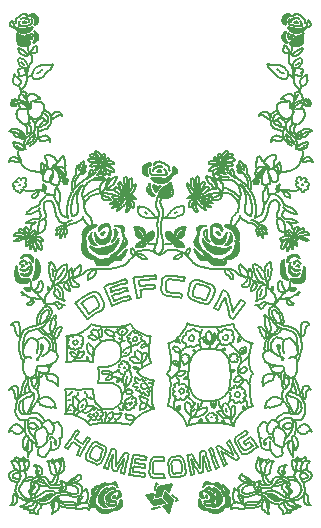
<source format=gto>
G04 #@! TF.GenerationSoftware,KiCad,Pcbnew,(5.1.9)-1*
G04 #@! TF.CreationDate,2022-07-06T14:17:00-05:00*
G04 #@! TF.ProjectId,hom3c0ming_boutonniere,686f6d33-6330-46d6-996e-675f626f7574,2*
G04 #@! TF.SameCoordinates,Original*
G04 #@! TF.FileFunction,Legend,Top*
G04 #@! TF.FilePolarity,Positive*
%FSLAX46Y46*%
G04 Gerber Fmt 4.6, Leading zero omitted, Abs format (unit mm)*
G04 Created by KiCad (PCBNEW (5.1.9)-1) date 2022-07-06 14:17:00*
%MOMM*%
%LPD*%
G01*
G04 APERTURE LIST*
%ADD10C,0.200000*%
G04 APERTURE END LIST*
D10*
X117040000Y-106380000D02*
X117162795Y-106463920D01*
X117079901Y-106253595D02*
X117040000Y-106380000D01*
X117821372Y-106263835D02*
X117828690Y-106158400D01*
X117486591Y-106197712D02*
X117476470Y-106303262D01*
X117476470Y-106303262D02*
X117496405Y-106354226D01*
X117496405Y-106354226D02*
X117553938Y-106396504D01*
X117754542Y-106370704D02*
X117821372Y-106263835D01*
X117659394Y-106423268D02*
X117754542Y-106370704D01*
X117553938Y-106396504D02*
X117659394Y-106423268D01*
X117828690Y-106158400D02*
X117785069Y-106090912D01*
X117785069Y-106090912D02*
X117725181Y-106052214D01*
X117235708Y-106184506D02*
X117139549Y-106214331D01*
X117139549Y-106214331D02*
X117079901Y-106253595D01*
X115558547Y-105393016D02*
X115608827Y-105404761D01*
X115555604Y-105827318D02*
X115541691Y-105849258D01*
X115277179Y-105826589D02*
X115357166Y-105959610D01*
X115462953Y-104544395D02*
X115576072Y-104444353D01*
X115641723Y-104340167D02*
X115687896Y-104253048D01*
X116137641Y-104544773D02*
X116181001Y-104448542D01*
X117126932Y-104818959D02*
X117284671Y-104746455D01*
X115502993Y-105402949D02*
X115528839Y-105404761D01*
X117284671Y-104746455D02*
X117234387Y-104848666D01*
X117234387Y-104848666D02*
X117302231Y-104938281D01*
X117302231Y-104938281D02*
X117408417Y-104964479D01*
X117408417Y-104964479D02*
X117513514Y-104967423D01*
X117592896Y-106091902D02*
X117486591Y-106197712D01*
X116828501Y-106095105D02*
X116745499Y-106091549D01*
X115528839Y-105404761D02*
X115558547Y-105393016D01*
X115357166Y-104623464D02*
X115420369Y-104566237D01*
X116745499Y-106091549D02*
X116588209Y-106049271D01*
X115541691Y-105849258D02*
X115539432Y-105831838D01*
X115420369Y-104566237D02*
X115462953Y-104544395D01*
X116181001Y-104448542D02*
X116217062Y-104358881D01*
X116588209Y-106049271D02*
X116455181Y-105959610D01*
X115370396Y-105668568D02*
X115277179Y-105826589D01*
X115576072Y-104444353D02*
X115641723Y-104340167D01*
X115452030Y-105427241D02*
X115502993Y-105402949D01*
X115846646Y-105668568D02*
X115909802Y-105837558D01*
X115482479Y-104999343D02*
X115582062Y-104940964D01*
X116759458Y-104266277D02*
X116719511Y-104372110D01*
X116767226Y-104470176D02*
X116966488Y-104482580D01*
X115343937Y-105046798D02*
X115482479Y-104999343D01*
X116719511Y-104372110D02*
X116767226Y-104470176D01*
X115824116Y-105942801D02*
X115874200Y-106064314D01*
X116966488Y-104482580D02*
X116919361Y-104630574D01*
X116919361Y-104630574D02*
X116970865Y-104772565D01*
X115608827Y-105404761D02*
X115661437Y-105417214D01*
X115806652Y-106115723D02*
X115740812Y-106131589D01*
X115874200Y-106064314D02*
X115806652Y-106115723D01*
X115539432Y-105831838D02*
X115529146Y-105853777D01*
X115909802Y-105837558D02*
X115824116Y-105942801D01*
X115978937Y-104702839D02*
X116126219Y-104564028D01*
X116126219Y-104564028D02*
X116137641Y-104544773D01*
X116970865Y-104772565D02*
X117126932Y-104818959D01*
X115370396Y-105615652D02*
X115452030Y-105427241D01*
X117242323Y-105523542D02*
X117315083Y-105509512D01*
X117908378Y-107008219D02*
X117696752Y-107033551D01*
X117696752Y-107033551D02*
X117494980Y-107065676D01*
X117494980Y-107065676D02*
X117457726Y-107072720D01*
X116889513Y-106861626D02*
X116728752Y-106724466D01*
X116728752Y-106724466D02*
X116557396Y-106603870D01*
X116557396Y-106603870D02*
X116447259Y-106536189D01*
X116161202Y-105642157D02*
X116165405Y-105450157D01*
X116165405Y-105450157D02*
X116250531Y-105267293D01*
X116250531Y-105267293D02*
X116253899Y-105261407D01*
X116732622Y-105748250D02*
X116832348Y-105582426D01*
X116881464Y-105099031D02*
X116851379Y-104944964D01*
X119002818Y-106952513D02*
X118798922Y-106954574D01*
X118798922Y-106954574D02*
X118590303Y-106960759D01*
X118590303Y-106960759D02*
X118448600Y-106967173D01*
X116447259Y-106536189D02*
X116258039Y-106436571D01*
X116258039Y-106436571D02*
X116068226Y-106355028D01*
X116068226Y-106355028D02*
X115861467Y-106282075D01*
X115861467Y-106282075D02*
X115839859Y-106275253D01*
X115839859Y-106275253D02*
X115637980Y-106222814D01*
X115637980Y-106222814D02*
X115422817Y-106187537D01*
X115422817Y-106187537D02*
X115220409Y-106170587D01*
X115220409Y-106170587D02*
X115061715Y-106166774D01*
X116184484Y-106098669D02*
X116238661Y-106005782D01*
X116238661Y-106005782D02*
X116254444Y-105919923D01*
X116587173Y-105894148D02*
X116732622Y-105748250D01*
X116428729Y-105655339D02*
X116458437Y-105614968D01*
X116458437Y-105614968D02*
X116478702Y-105599526D01*
X117172220Y-107157744D02*
X117033174Y-107003443D01*
X117033174Y-107003443D02*
X116889513Y-106861626D01*
X116254444Y-105919923D02*
X116226618Y-105880919D01*
X116520073Y-105543386D02*
X116533526Y-105509818D01*
X116533526Y-105509818D02*
X116566505Y-105476722D01*
X116177752Y-105734337D02*
X116161202Y-105642157D01*
X116452244Y-105969544D02*
X116587173Y-105894148D01*
X116832348Y-105582426D02*
X116900207Y-105386817D01*
X116900207Y-105386817D02*
X116910464Y-105265079D01*
X116243515Y-105258464D02*
X116227701Y-105126173D01*
X118448600Y-106967173D02*
X118238800Y-106979816D01*
X118238800Y-106979816D02*
X118037660Y-106995758D01*
X118037660Y-106995758D02*
X117908378Y-107008219D01*
X116227701Y-105126173D02*
X116173702Y-105020339D01*
X116478702Y-105599526D02*
X116520073Y-105543386D01*
X116070858Y-104913470D02*
X115951795Y-104807989D01*
X116566505Y-105476722D02*
X116613937Y-105390756D01*
X116382427Y-105987351D02*
X116452244Y-105969544D01*
X117457726Y-107072720D02*
X117262550Y-107121081D01*
X117262550Y-107121081D02*
X117172220Y-107157744D01*
X116203481Y-105826635D02*
X116177752Y-105734337D01*
X116226618Y-105880919D02*
X116203481Y-105826635D01*
X116851379Y-104944964D02*
X116852062Y-104967423D01*
X115951795Y-104807989D02*
X115836360Y-104712535D01*
X115766587Y-104742573D02*
X115751098Y-104871922D01*
X116098000Y-106197735D02*
X116184484Y-106098669D01*
X116253899Y-105261407D02*
X116404643Y-105122096D01*
X116404643Y-105122096D02*
X116415475Y-105112943D01*
X116415475Y-105112943D02*
X116587921Y-104986207D01*
X116587921Y-104986207D02*
X116770830Y-104893973D01*
X116770830Y-104893973D02*
X116785916Y-104901277D01*
X116296437Y-106012527D02*
X116382427Y-105987351D01*
X116173702Y-105020339D02*
X116070858Y-104913470D01*
X116910464Y-105265079D02*
X116881464Y-105099031D01*
X115751098Y-104871922D02*
X115727231Y-104993575D01*
X115727231Y-104993575D02*
X115708325Y-105193036D01*
X115708325Y-105193036D02*
X115713670Y-105258842D01*
X115744062Y-105367241D02*
X115776827Y-105493646D01*
X115776827Y-105493646D02*
X115832733Y-105616335D01*
X115832733Y-105616335D02*
X115939250Y-105721485D01*
X115939250Y-105721485D02*
X115991860Y-105775085D01*
X115713670Y-105258842D02*
X115744062Y-105367241D01*
X115991860Y-105775085D02*
X116058996Y-105810794D01*
X116058996Y-105810794D02*
X116145550Y-105881862D01*
X116145550Y-105881862D02*
X116124458Y-105867006D01*
X116944666Y-105562735D02*
X117090917Y-105536230D01*
X115836360Y-104712535D02*
X115766587Y-104742573D01*
X117090917Y-105536230D02*
X117169562Y-105522364D01*
X117169562Y-105522364D02*
X117242323Y-105523542D01*
X117315083Y-105509512D02*
X117387997Y-105509842D01*
X117387997Y-105509842D02*
X117525387Y-105538960D01*
X117500598Y-105602423D02*
X117457355Y-105678854D01*
X117457355Y-105678854D02*
X117358397Y-105814089D01*
X117358397Y-105814089D02*
X117214758Y-105932976D01*
X117135383Y-105981208D02*
X117056008Y-106019141D01*
X116984400Y-106048588D02*
X116907922Y-106078626D01*
X117214758Y-105932976D02*
X117135383Y-105981208D01*
X117056008Y-106019141D02*
X116984400Y-106048588D01*
X117525387Y-105538960D02*
X117500598Y-105602423D01*
X116907922Y-106078626D02*
X116828501Y-106095105D01*
X119010638Y-97021497D02*
X118927376Y-96821970D01*
X118927376Y-96821970D02*
X118844117Y-96622445D01*
X118844117Y-96622445D02*
X118760860Y-96422921D01*
X118760860Y-96422921D02*
X118677605Y-96223397D01*
X118677605Y-96223397D02*
X118594349Y-96023874D01*
X118594349Y-96023874D02*
X118511092Y-95824350D01*
X118511092Y-95824350D02*
X118427833Y-95624824D01*
X118427833Y-95624824D02*
X118344572Y-95425298D01*
X117838078Y-97244223D02*
X117974455Y-97089685D01*
X117974455Y-97089685D02*
X117959130Y-96893792D01*
X122708905Y-95574643D02*
X122469382Y-95585825D01*
X122469382Y-95585825D02*
X122230104Y-95602078D01*
X122230104Y-95602078D02*
X121991149Y-95623403D01*
X121991149Y-95623403D02*
X121752598Y-95649802D01*
X121752598Y-95649802D02*
X121554171Y-95675678D01*
X121554171Y-95675678D02*
X121435296Y-95692896D01*
X117302926Y-96269325D02*
X117115361Y-96374561D01*
X117115361Y-96374561D02*
X116929250Y-96483396D01*
X116929250Y-96483396D02*
X116744646Y-96595817D01*
X116744646Y-96595817D02*
X116561606Y-96711811D01*
X116561606Y-96711811D02*
X116457736Y-96779694D01*
X118332169Y-96772180D02*
X118382310Y-96971857D01*
X118382310Y-96971857D02*
X118343991Y-97186108D01*
X118343991Y-97186108D02*
X118214895Y-97368743D01*
X118214895Y-97368743D02*
X118083283Y-97462362D01*
X121435296Y-95692896D02*
X121467666Y-95907894D01*
X121467666Y-95907894D02*
X121500050Y-96122908D01*
X121500050Y-96122908D02*
X121529476Y-96318375D01*
X116457736Y-96779694D02*
X116572665Y-96953686D01*
X116572665Y-96953686D02*
X116687595Y-97127671D01*
X116687595Y-97127671D02*
X116802524Y-97301653D01*
X116802524Y-97301653D02*
X116917446Y-97475633D01*
X116917446Y-97475633D02*
X117032360Y-97649614D01*
X117032360Y-97649614D02*
X117070662Y-97707609D01*
X119242213Y-96597341D02*
X119445965Y-96522718D01*
X119445965Y-96522718D02*
X119650833Y-96452264D01*
X119650833Y-96452264D02*
X119856752Y-96385976D01*
X119856752Y-96385976D02*
X120063659Y-96323854D01*
X120063659Y-96323854D02*
X120271489Y-96265895D01*
X120271489Y-96265895D02*
X120480178Y-96212099D01*
X120480178Y-96212099D02*
X120563881Y-96191746D01*
X118344572Y-95425298D02*
X118576178Y-95331353D01*
X118576178Y-95331353D02*
X118809217Y-95242274D01*
X118809217Y-95242274D02*
X119043613Y-95158058D01*
X119043613Y-95158058D02*
X119279288Y-95078705D01*
X119279288Y-95078705D02*
X119516164Y-95004215D01*
X119516164Y-95004215D02*
X119754166Y-94934588D01*
X119754166Y-94934588D02*
X119993216Y-94869822D01*
X119993216Y-94869822D02*
X120233238Y-94809918D01*
X120305090Y-95110137D02*
X120074872Y-95167555D01*
X120074872Y-95167555D02*
X119845577Y-95229556D01*
X119845577Y-95229556D02*
X119617276Y-95296141D01*
X119617276Y-95296141D02*
X119390037Y-95367313D01*
X119390037Y-95367313D02*
X119163928Y-95443075D01*
X119163928Y-95443075D02*
X118939020Y-95523430D01*
X118939020Y-95523430D02*
X118849408Y-95556858D01*
X121172737Y-96378169D02*
X121133317Y-96165602D01*
X121133317Y-96165602D02*
X121093898Y-95953039D01*
X121093898Y-95953039D02*
X121054480Y-95740478D01*
X121054480Y-95740478D02*
X121015064Y-95527919D01*
X121015064Y-95527919D02*
X120975650Y-95315359D01*
X120975650Y-95315359D02*
X120936238Y-95102798D01*
X120936238Y-95102798D02*
X120896829Y-94890235D01*
X120896829Y-94890235D02*
X120857424Y-94677669D01*
X118975110Y-95889826D02*
X119180672Y-95814416D01*
X119180672Y-95814416D02*
X119387299Y-95742974D01*
X119387299Y-95742974D02*
X119594936Y-95675498D01*
X119594936Y-95675498D02*
X119803523Y-95611989D01*
X119803523Y-95611989D02*
X120013005Y-95552446D01*
X120013005Y-95552446D02*
X120223324Y-95496868D01*
X120223324Y-95496868D02*
X120307673Y-95475747D01*
X116929973Y-98178554D02*
X116804530Y-98002498D01*
X116804530Y-98002498D02*
X116679089Y-97826443D01*
X116679089Y-97826443D02*
X116553649Y-97650388D01*
X116553649Y-97650388D02*
X116428208Y-97474333D01*
X116428208Y-97474333D02*
X116302763Y-97298278D01*
X116302763Y-97298278D02*
X116177314Y-97122223D01*
X116177314Y-97122223D02*
X116051858Y-96946168D01*
X116051858Y-96946168D02*
X115926395Y-96770113D01*
X121529476Y-96318375D02*
X121328620Y-96350522D01*
X121328620Y-96350522D02*
X121172737Y-96378169D01*
X120857424Y-94677669D02*
X121093179Y-94636367D01*
X121093179Y-94636367D02*
X121329530Y-94599649D01*
X121329530Y-94599649D02*
X121566405Y-94567515D01*
X121566405Y-94567515D02*
X121803732Y-94539965D01*
X121803732Y-94539965D02*
X122041441Y-94516997D01*
X122041441Y-94516997D02*
X122279460Y-94498613D01*
X122279460Y-94498613D02*
X122517719Y-94484811D01*
X122517719Y-94484811D02*
X122756146Y-94475593D01*
X122756146Y-94475593D02*
X122762058Y-94678103D01*
X122762058Y-94678103D02*
X122765146Y-94784166D01*
X122697773Y-95266156D02*
X122705070Y-95468594D01*
X122705070Y-95468594D02*
X122708905Y-95574643D01*
X115926395Y-96770113D02*
X116130391Y-96627771D01*
X116130391Y-96627771D02*
X116336495Y-96489972D01*
X116336495Y-96489972D02*
X116544643Y-96356720D01*
X116544643Y-96356720D02*
X116754769Y-96228015D01*
X116754769Y-96228015D02*
X116966808Y-96103861D01*
X116966808Y-96103861D02*
X117180694Y-95984258D01*
X117180694Y-95984258D02*
X117266752Y-95937692D01*
X123939062Y-94807011D02*
X123739681Y-94858370D01*
X123739681Y-94858370D02*
X123640609Y-95042828D01*
X117266752Y-95937692D02*
X117470542Y-95863588D01*
X117470542Y-95863588D02*
X117690183Y-95861678D01*
X117690183Y-95861678D02*
X117876864Y-95941470D01*
X117876864Y-95941470D02*
X118010951Y-96096080D01*
X118010951Y-96096080D02*
X118023037Y-96120325D01*
X118849408Y-95556858D02*
X118920133Y-95744152D01*
X118920133Y-95744152D02*
X118975110Y-95889826D01*
X120563881Y-96191746D02*
X120611025Y-96388757D01*
X120611025Y-96388757D02*
X120635733Y-96491964D01*
X117070662Y-97707609D02*
X117259779Y-97585362D01*
X117259779Y-97585362D02*
X117450760Y-97467381D01*
X117450760Y-97467381D02*
X117643546Y-97353667D01*
X117643546Y-97353667D02*
X117838078Y-97244223D01*
X121389347Y-95387639D02*
X121592962Y-95358878D01*
X121592962Y-95358878D02*
X121796963Y-95333741D01*
X121796963Y-95333741D02*
X122001294Y-95312227D01*
X122001294Y-95312227D02*
X122205902Y-95294333D01*
X122205902Y-95294333D02*
X122410734Y-95280059D01*
X122410734Y-95280059D02*
X122615736Y-95269404D01*
X122615736Y-95269404D02*
X122697773Y-95266156D01*
X123613716Y-95649940D02*
X123688489Y-95842664D01*
X123688489Y-95842664D02*
X123863356Y-95916504D01*
X124965335Y-96047655D02*
X124931194Y-96247335D01*
X124931194Y-96247335D02*
X124913314Y-96351921D01*
X124913314Y-96351921D02*
X124693461Y-96316775D01*
X124693461Y-96316775D02*
X124473072Y-96286237D01*
X124473072Y-96286237D02*
X124252220Y-96260309D01*
X124252220Y-96260309D02*
X124030976Y-96238995D01*
X124030976Y-96238995D02*
X123809412Y-96222296D01*
X123809412Y-96222296D02*
X123735500Y-96217756D01*
X123735500Y-96217756D02*
X123534183Y-96170241D01*
X123534183Y-96170241D02*
X123358731Y-96042648D01*
X123358731Y-96042648D02*
X123254510Y-95851494D01*
X123254510Y-95851494D02*
X123233421Y-95696406D01*
X118083283Y-97462362D02*
X117898619Y-97563705D01*
X117898619Y-97563705D02*
X117715526Y-97668961D01*
X117715526Y-97668961D02*
X117534057Y-97778130D01*
X117534057Y-97778130D02*
X117354270Y-97891210D01*
X117354270Y-97891210D02*
X117176219Y-98008200D01*
X117176219Y-98008200D02*
X116999961Y-98129099D01*
X116999961Y-98129099D02*
X116929973Y-98178554D01*
X120635733Y-96491964D02*
X120429211Y-96543512D01*
X120429211Y-96543512D02*
X120223524Y-96599244D01*
X120223524Y-96599244D02*
X120018736Y-96659161D01*
X120018736Y-96659161D02*
X119814916Y-96723262D01*
X119814916Y-96723262D02*
X119612130Y-96791546D01*
X119612130Y-96791546D02*
X119410443Y-96864013D01*
X119410443Y-96864013D02*
X119209924Y-96940663D01*
X119209924Y-96940663D02*
X119010638Y-97021497D01*
X118023037Y-96120325D02*
X118109973Y-96303651D01*
X118109973Y-96303651D02*
X118196916Y-96486996D01*
X118196916Y-96486996D02*
X118283863Y-96670335D01*
X118283863Y-96670335D02*
X118332169Y-96772180D01*
X121317926Y-94913400D02*
X121349164Y-95120871D01*
X121349164Y-95120871D02*
X121380416Y-95328356D01*
X121380416Y-95328356D02*
X121389347Y-95387639D01*
X122765146Y-94784166D02*
X122538343Y-94792878D01*
X122538343Y-94792878D02*
X122311700Y-94805837D01*
X122311700Y-94805837D02*
X122085278Y-94823045D01*
X122085278Y-94823045D02*
X121859139Y-94844508D01*
X121859139Y-94844508D02*
X121633343Y-94870229D01*
X121633343Y-94870229D02*
X121407954Y-94900212D01*
X121407954Y-94900212D02*
X121317926Y-94913400D01*
X123233421Y-95696406D02*
X123235547Y-95493519D01*
X123235547Y-95493519D02*
X123237657Y-95290641D01*
X123237657Y-95290641D02*
X123239771Y-95087762D01*
X123239771Y-95087762D02*
X123240957Y-94975046D01*
X120233238Y-94809918D02*
X120280382Y-95006915D01*
X120280382Y-95006915D02*
X120305090Y-95110137D01*
X123863356Y-95916504D02*
X124070704Y-95932588D01*
X124070704Y-95932588D02*
X124277785Y-95952597D01*
X124277785Y-95952597D02*
X124484538Y-95976533D01*
X124484538Y-95976533D02*
X124690900Y-96004395D01*
X124690900Y-96004395D02*
X124896809Y-96036185D01*
X124896809Y-96036185D02*
X124965335Y-96047655D01*
X120381614Y-95775471D02*
X120176534Y-95828022D01*
X120176534Y-95828022D02*
X119972243Y-95884443D01*
X119972243Y-95884443D02*
X119768796Y-95944731D01*
X119768796Y-95944731D02*
X119566250Y-96008887D01*
X119566250Y-96008887D02*
X119364660Y-96076909D01*
X119364660Y-96076909D02*
X119164082Y-96148796D01*
X119164082Y-96148796D02*
X119084148Y-96178633D01*
X123240957Y-94975046D02*
X123285993Y-94773747D01*
X123285993Y-94773747D02*
X123410046Y-94616425D01*
X123410046Y-94616425D02*
X123598275Y-94517452D01*
X123598275Y-94517452D02*
X123803952Y-94490016D01*
X123803952Y-94490016D02*
X123835839Y-94491204D01*
X123640609Y-95042828D02*
X123631371Y-95251524D01*
X123631371Y-95251524D02*
X123622128Y-95460215D01*
X123622128Y-95460215D02*
X123613716Y-95649940D01*
X123835839Y-94491204D02*
X124050525Y-94505513D01*
X124050525Y-94505513D02*
X124264991Y-94523552D01*
X124264991Y-94523552D02*
X124479186Y-94545319D01*
X124479186Y-94545319D02*
X124693060Y-94570811D01*
X124693060Y-94570811D02*
X124906562Y-94600026D01*
X124906562Y-94600026D02*
X125119643Y-94632963D01*
X125119643Y-94632963D02*
X125204747Y-94647180D01*
X125204747Y-94647180D02*
X125170621Y-94846861D01*
X125170621Y-94846861D02*
X125152726Y-94951447D01*
X125152726Y-94951447D02*
X124926118Y-94914996D01*
X124926118Y-94914996D02*
X124698997Y-94882870D01*
X124698997Y-94882870D02*
X124471430Y-94855068D01*
X124471430Y-94855068D02*
X124243479Y-94831589D01*
X124243479Y-94831589D02*
X124015211Y-94812435D01*
X124015211Y-94812435D02*
X123939062Y-94807011D01*
X117679798Y-96354031D02*
X117510284Y-96229418D01*
X117510284Y-96229418D02*
X117302926Y-96269325D01*
X119084148Y-96178633D02*
X119158249Y-96374901D01*
X119158249Y-96374901D02*
X119232334Y-96571175D01*
X119232334Y-96571175D02*
X119242213Y-96597341D01*
X120307673Y-95475747D02*
X120356190Y-95672440D01*
X120356190Y-95672440D02*
X120381614Y-95775471D01*
X126086390Y-96300030D02*
X126278909Y-96356017D01*
X126278909Y-96356017D02*
X126470596Y-96415598D01*
X126470596Y-96415598D02*
X126661404Y-96478777D01*
X126661404Y-96478777D02*
X126767012Y-96515434D01*
X117959130Y-96893792D02*
X117863101Y-96708249D01*
X117863101Y-96708249D02*
X117767082Y-96522706D01*
X117767082Y-96522706D02*
X117679798Y-96354031D01*
X115058123Y-108991481D02*
X115183770Y-108815571D01*
X115183770Y-108815571D02*
X115309419Y-108639661D01*
X115309419Y-108639661D02*
X115435069Y-108463750D01*
X115435069Y-108463750D02*
X115560719Y-108287839D01*
X115560719Y-108287839D02*
X115686369Y-108111927D01*
X115686369Y-108111927D02*
X115812019Y-107936013D01*
X115812019Y-107936013D02*
X115937668Y-107760098D01*
X115937668Y-107760098D02*
X116063316Y-107584181D01*
X117994765Y-109993229D02*
X118075708Y-109800626D01*
X118075708Y-109800626D02*
X118156661Y-109608028D01*
X118156661Y-109608028D02*
X118230259Y-109432949D01*
X118230259Y-109432949D02*
X118247537Y-109226679D01*
X118247537Y-109226679D02*
X118162025Y-109129285D01*
X127321263Y-95802708D02*
X127302108Y-95593677D01*
X127302108Y-95593677D02*
X127137058Y-95466639D01*
X129303636Y-98178554D02*
X129132477Y-98059106D01*
X129132477Y-98059106D02*
X129014377Y-97979492D01*
X128039329Y-97403687D02*
X127853801Y-97309356D01*
X127853801Y-97309356D02*
X127708514Y-97238603D01*
X127708514Y-97238603D02*
X127801626Y-97043479D01*
X127801626Y-97043479D02*
X127894736Y-96848362D01*
X127894736Y-96848362D02*
X127987843Y-96653249D01*
X127987843Y-96653249D02*
X128080950Y-96458138D01*
X128080950Y-96458138D02*
X128174056Y-96263026D01*
X128174056Y-96263026D02*
X128267163Y-96067913D01*
X128267163Y-96067913D02*
X128360273Y-95872796D01*
X128360273Y-95872796D02*
X128453386Y-95677673D01*
X116429142Y-109025093D02*
X116246140Y-108914573D01*
X116246140Y-108914573D02*
X116064513Y-108800862D01*
X116064513Y-108800862D02*
X115884295Y-108683958D01*
X115884295Y-108683958D02*
X115705521Y-108563859D01*
X118353766Y-108875963D02*
X118507680Y-109030213D01*
X118507680Y-109030213D02*
X118545440Y-109234726D01*
X118545440Y-109234726D02*
X118502614Y-109453517D01*
X118502614Y-109453517D02*
X118493120Y-109478941D01*
X127358234Y-95217990D02*
X127546709Y-95319594D01*
X127546709Y-95319594D02*
X127692842Y-95481340D01*
X127692842Y-95481340D02*
X127757051Y-95673294D01*
X127757051Y-95673294D02*
X127730947Y-95876194D01*
X127730947Y-95876194D02*
X127720916Y-95901367D01*
X128608631Y-96309913D02*
X128501888Y-96515003D01*
X128501888Y-96515003D02*
X128395144Y-96720083D01*
X128395144Y-96720083D02*
X128288397Y-96925158D01*
X128288397Y-96925158D02*
X128181652Y-97130235D01*
X128181652Y-97130235D02*
X128074909Y-97335321D01*
X128074909Y-97335321D02*
X128039329Y-97403687D01*
X116274156Y-107731524D02*
X116150925Y-107911896D01*
X116150925Y-107911896D02*
X116027703Y-108092260D01*
X116027703Y-108092260D02*
X115904486Y-108272630D01*
X115904486Y-108272630D02*
X115879843Y-108308707D01*
X129945845Y-96522001D02*
X130116064Y-96636526D01*
X130116064Y-96636526D02*
X130284826Y-96754186D01*
X130284826Y-96754186D02*
X130307214Y-96770113D01*
X125898826Y-96568553D02*
X125710100Y-96480482D01*
X125710100Y-96480482D02*
X125563419Y-96319549D01*
X125563419Y-96319549D02*
X125499906Y-96111102D01*
X125499906Y-96111102D02*
X125510780Y-95954960D01*
X117162796Y-108285151D02*
X117056462Y-108473385D01*
X117056462Y-108473385D02*
X116950128Y-108661613D01*
X116950128Y-108661613D02*
X116843791Y-108849835D01*
X116843791Y-108849835D02*
X116737453Y-109038055D01*
X116737453Y-109038055D02*
X116631114Y-109226274D01*
X116631114Y-109226274D02*
X116524775Y-109414496D01*
X116524775Y-109414496D02*
X116418435Y-109602724D01*
X116418435Y-109602724D02*
X116312095Y-109790959D01*
X116063316Y-107584181D02*
X116227835Y-107699720D01*
X116227835Y-107699720D02*
X116274156Y-107731524D01*
X115879843Y-108308707D02*
X116054472Y-108426004D01*
X116054472Y-108426004D02*
X116230499Y-108540187D01*
X116230499Y-108540187D02*
X116407899Y-108651257D01*
X116407899Y-108651257D02*
X116586647Y-108759217D01*
X117440945Y-109069147D02*
X117347175Y-109255822D01*
X117347175Y-109255822D02*
X117253425Y-109442518D01*
X117253425Y-109442518D02*
X117168179Y-109612223D01*
X117168179Y-109612223D02*
X117142107Y-109819081D01*
X117142107Y-109819081D02*
X117232215Y-109925081D01*
X118227159Y-110149572D02*
X118125636Y-110326289D01*
X118125636Y-110326289D02*
X117970893Y-110453642D01*
X117970893Y-110453642D02*
X117772141Y-110491729D01*
X117772141Y-110491729D02*
X117670431Y-110464798D01*
X117670431Y-110464798D02*
X117486634Y-110384149D01*
X117486634Y-110384149D02*
X117303741Y-110300737D01*
X117303741Y-110300737D02*
X117121785Y-110214567D01*
X117121785Y-110214567D02*
X117021117Y-110165505D01*
X117784442Y-108613554D02*
X117978978Y-108707204D01*
X117978978Y-108707204D02*
X118174760Y-108797241D01*
X118174760Y-108797241D02*
X118353766Y-108875963D01*
X126350091Y-94898888D02*
X126572391Y-94961156D01*
X126572391Y-94961156D02*
X126793753Y-95027651D01*
X126793753Y-95027651D02*
X127014115Y-95098365D01*
X127014115Y-95098365D02*
X127233417Y-95173288D01*
X127233417Y-95173288D02*
X127358234Y-95217990D01*
X117716466Y-110148280D02*
X117918077Y-110105930D01*
X117918077Y-110105930D02*
X117994765Y-109993229D01*
X116895974Y-109535850D02*
X116990722Y-109356428D01*
X116990722Y-109356428D02*
X117085480Y-109177009D01*
X117085480Y-109177009D02*
X117180249Y-108997596D01*
X117180249Y-108997596D02*
X117232904Y-108897926D01*
X116586647Y-108759217D02*
X116698008Y-108571283D01*
X116698008Y-108571283D02*
X116809360Y-108383346D01*
X116809360Y-108383346D02*
X116920708Y-108195401D01*
X116920708Y-108195401D02*
X116942978Y-108157811D01*
X117021117Y-110165505D02*
X116870909Y-110025119D01*
X116870909Y-110025119D02*
X116819570Y-109820503D01*
X116819570Y-109820503D02*
X116862302Y-109608240D01*
X116862302Y-109608240D02*
X116895974Y-109535850D01*
X126766237Y-96843084D02*
X126551145Y-96767335D01*
X126551145Y-96767335D02*
X126334816Y-96696323D01*
X126334816Y-96696323D02*
X126117345Y-96630058D01*
X126117345Y-96630058D02*
X125898826Y-96568553D01*
X126387427Y-95229380D02*
X126180353Y-95238586D01*
X126180353Y-95238586D02*
X126045114Y-95398728D01*
X125665464Y-95250287D02*
X125750823Y-95062449D01*
X125750823Y-95062449D02*
X125904973Y-94933866D01*
X125904973Y-94933866D02*
X126110525Y-94875643D01*
X126110525Y-94875643D02*
X126318879Y-94891147D01*
X126318879Y-94891147D02*
X126350091Y-94898888D01*
X130307214Y-96770113D02*
X130181769Y-96946168D01*
X130181769Y-96946168D02*
X130056324Y-97122223D01*
X130056324Y-97122223D02*
X129930879Y-97298278D01*
X129930879Y-97298278D02*
X129805432Y-97474333D01*
X129805432Y-97474333D02*
X129679985Y-97650388D01*
X129679985Y-97650388D02*
X129554537Y-97826443D01*
X129554537Y-97826443D02*
X129429087Y-98002498D01*
X129429087Y-98002498D02*
X129303636Y-98178554D01*
X125510780Y-95954960D02*
X125554286Y-95756767D01*
X125554286Y-95756767D02*
X125597789Y-95558572D01*
X125597789Y-95558572D02*
X125641292Y-95360385D01*
X125641292Y-95360385D02*
X125665464Y-95250287D01*
X127720916Y-95901367D02*
X127642337Y-96088447D01*
X127642337Y-96088447D02*
X127563750Y-96275515D01*
X127563750Y-96275515D02*
X127485159Y-96462580D01*
X127485159Y-96462580D02*
X127441497Y-96566508D01*
X129015712Y-97977468D02*
X128979783Y-97770060D01*
X128979783Y-97770060D02*
X128939606Y-97562204D01*
X128939606Y-97562204D02*
X128895167Y-97353975D01*
X128895167Y-97353975D02*
X128846455Y-97145450D01*
X128846455Y-97145450D02*
X128793457Y-96936705D01*
X128793457Y-96936705D02*
X128736162Y-96727817D01*
X128736162Y-96727817D02*
X128674557Y-96518860D01*
X128674557Y-96518860D02*
X128608631Y-96309913D01*
X129266472Y-97550556D02*
X129393862Y-97357704D01*
X129393862Y-97357704D02*
X129521250Y-97164853D01*
X129521250Y-97164853D02*
X129648635Y-96972002D01*
X129648635Y-96972002D02*
X129776015Y-96779148D01*
X129776015Y-96779148D02*
X129903389Y-96586289D01*
X129903389Y-96586289D02*
X129945845Y-96522001D01*
X115298591Y-109159537D02*
X115132979Y-109044615D01*
X115132979Y-109044615D02*
X115058123Y-108991481D01*
X125894692Y-95987559D02*
X125929043Y-96191640D01*
X125929043Y-96191640D02*
X126086390Y-96300030D01*
X117232215Y-109925081D02*
X117413034Y-110011099D01*
X117413034Y-110011099D02*
X117609977Y-110101139D01*
X117609977Y-110101139D02*
X117716466Y-110148280D01*
X117716983Y-108924173D02*
X117515079Y-108968711D01*
X117515079Y-108968711D02*
X117440945Y-109069147D01*
X118162025Y-109129285D02*
X117966548Y-109041790D01*
X117966548Y-109041790D02*
X117772269Y-108950806D01*
X117772269Y-108950806D02*
X117716983Y-108924173D01*
X128811569Y-95855892D02*
X128810470Y-95858024D01*
X127137058Y-95466639D02*
X126927458Y-95394852D01*
X126927458Y-95394852D02*
X126716852Y-95327019D01*
X126716852Y-95327019D02*
X126505318Y-95263148D01*
X126505318Y-95263148D02*
X126387427Y-95229380D01*
X129014377Y-97979492D02*
X129015712Y-97977468D01*
X126767012Y-96515434D02*
X126970377Y-96513211D01*
X126970377Y-96513211D02*
X127105256Y-96370783D01*
X128810470Y-95858024D02*
X128882623Y-96069784D01*
X128882623Y-96069784D02*
X128950424Y-96281641D01*
X128950424Y-96281641D02*
X129013883Y-96493518D01*
X129013883Y-96493518D02*
X129073013Y-96705339D01*
X129073013Y-96705339D02*
X129127826Y-96917029D01*
X129127826Y-96917029D02*
X129178332Y-97128513D01*
X129178332Y-97128513D02*
X129224543Y-97339713D01*
X129224543Y-97339713D02*
X129266472Y-97550556D01*
X116312095Y-109790959D02*
X116131676Y-109687168D01*
X116131676Y-109687168D02*
X116061399Y-109645748D01*
X115705521Y-108563859D02*
X115591066Y-108731386D01*
X115591066Y-108731386D02*
X115476614Y-108898920D01*
X115476614Y-108898920D02*
X115362168Y-109066459D01*
X115362168Y-109066459D02*
X115298591Y-109159537D01*
X127105256Y-96370783D02*
X127179508Y-96175513D01*
X127179508Y-96175513D02*
X127253760Y-95980239D01*
X127253760Y-95980239D02*
X127321263Y-95802708D01*
X128453386Y-95677673D02*
X128644241Y-95770832D01*
X128644241Y-95770832D02*
X128811569Y-95855892D01*
X116061399Y-109645748D02*
X116164836Y-109471181D01*
X116164836Y-109471181D02*
X116268261Y-109296622D01*
X116268261Y-109296622D02*
X116371683Y-109122067D01*
X116371683Y-109122067D02*
X116429142Y-109025093D01*
X116942978Y-108157811D02*
X117121430Y-108261654D01*
X117121430Y-108261654D02*
X117162796Y-108285151D01*
X117232904Y-108897926D02*
X117351465Y-108732276D01*
X117351465Y-108732276D02*
X117528729Y-108608785D01*
X117528729Y-108608785D02*
X117731916Y-108593688D01*
X117731916Y-108593688D02*
X117784442Y-108613554D01*
X118493120Y-109478941D02*
X118418320Y-109667550D01*
X118418320Y-109667550D02*
X118343515Y-109856172D01*
X118343515Y-109856172D02*
X118268713Y-110044791D01*
X118268713Y-110044791D02*
X118227159Y-110149572D01*
X126045114Y-95398728D02*
X125993409Y-95601130D01*
X125993409Y-95601130D02*
X125941695Y-95803543D01*
X125941695Y-95803543D02*
X125894692Y-95987559D01*
X127441497Y-96566508D02*
X127326422Y-96737104D01*
X127326422Y-96737104D02*
X127142076Y-96851800D01*
X127142076Y-96851800D02*
X126921753Y-96878086D01*
X126921753Y-96878086D02*
X126766237Y-96843084D01*
X120088113Y-109472955D02*
X120285830Y-109523118D01*
X120285830Y-109523118D02*
X120460829Y-109564595D01*
X120118085Y-109914229D02*
X120007686Y-110097341D01*
X120007686Y-110097341D02*
X119895431Y-110279668D01*
X119895431Y-110279668D02*
X119781325Y-110461194D01*
X119781325Y-110461194D02*
X119665373Y-110641906D01*
X119665373Y-110641906D02*
X119547580Y-110821790D01*
X119547580Y-110821790D02*
X119427950Y-111000832D01*
X119427950Y-111000832D02*
X119379586Y-111072211D01*
X124752837Y-109780473D02*
X124960465Y-109835983D01*
X124960465Y-109835983D02*
X125094993Y-109993415D01*
X125094993Y-109993415D02*
X125168325Y-110203858D01*
X125168325Y-110203858D02*
X125173009Y-110230596D01*
X120460829Y-109564595D02*
X120412428Y-109775298D01*
X120412428Y-109775298D02*
X120364025Y-109986002D01*
X120364025Y-109986002D02*
X120315619Y-110196707D01*
X120315619Y-110196707D02*
X120267212Y-110407412D01*
X120267212Y-110407412D02*
X120218803Y-110618116D01*
X120218803Y-110618116D02*
X120170394Y-110828818D01*
X120170394Y-110828818D02*
X120121986Y-111039518D01*
X120121986Y-111039518D02*
X120073579Y-111250215D01*
X121793543Y-111533768D02*
X121589077Y-111511466D01*
X121589077Y-111511466D02*
X121384876Y-111486166D01*
X121384876Y-111486166D02*
X121180981Y-111457867D01*
X121180981Y-111457867D02*
X120977430Y-111426570D01*
X120977430Y-111426570D02*
X120774261Y-111392275D01*
X120774261Y-111392275D02*
X120571514Y-111354983D01*
X120571514Y-111354983D02*
X120490543Y-111339228D01*
X118999829Y-109132493D02*
X119193276Y-109201194D01*
X119193276Y-109201194D02*
X119364665Y-109259058D01*
X125007602Y-110925795D02*
X124979830Y-110718726D01*
X124979830Y-110718726D02*
X124952069Y-110511672D01*
X124952069Y-110511672D02*
X124926836Y-110323441D01*
X124079450Y-110408449D02*
X124093455Y-110616875D01*
X124093455Y-110616875D02*
X124107455Y-110825316D01*
X124107455Y-110825316D02*
X124120188Y-111014808D01*
X120073579Y-111250215D02*
X119876333Y-111203456D01*
X119876333Y-111203456D02*
X119799306Y-111184371D01*
X125173009Y-110230596D02*
X125203988Y-110431120D01*
X125203988Y-110431120D02*
X125234973Y-110631632D01*
X125234973Y-110631632D02*
X125265956Y-110832141D01*
X125265956Y-110832141D02*
X125283166Y-110943537D01*
X120952854Y-110342433D02*
X121175987Y-110379901D01*
X121175987Y-110379901D02*
X121399631Y-110413463D01*
X121399631Y-110413463D02*
X121623715Y-110443113D01*
X121623715Y-110443113D02*
X121848169Y-110468846D01*
X125283166Y-110943537D02*
X125285453Y-111147209D01*
X125285453Y-111147209D02*
X125206203Y-111352460D01*
X125206203Y-111352460D02*
X125030323Y-111482940D01*
X125030323Y-111482940D02*
X124968737Y-111496389D01*
X124968737Y-111496389D02*
X124751176Y-111521978D01*
X124751176Y-111521978D02*
X124533335Y-111544169D01*
X124533335Y-111544169D02*
X124315260Y-111562970D01*
X124315260Y-111562970D02*
X124271622Y-111566324D01*
X119098639Y-109612783D02*
X119032445Y-109806399D01*
X119032445Y-109806399D02*
X118966247Y-110000017D01*
X118966247Y-110000017D02*
X118900044Y-110193635D01*
X118900044Y-110193635D02*
X118833837Y-110387252D01*
X118833837Y-110387252D02*
X118767629Y-110580866D01*
X118767629Y-110580866D02*
X118701419Y-110774476D01*
X118701419Y-110774476D02*
X118674935Y-110851919D01*
X124271622Y-111566324D02*
X124075821Y-111521331D01*
X124075821Y-111521331D02*
X123931253Y-111371019D01*
X123931253Y-111371019D02*
X123861754Y-111166420D01*
X123861754Y-111166420D02*
X123854033Y-111086939D01*
X126905613Y-109311466D02*
X126970416Y-109517719D01*
X126970416Y-109517719D02*
X127035216Y-109723973D01*
X127035216Y-109723973D02*
X127100015Y-109930226D01*
X127100015Y-109930226D02*
X127164813Y-110136480D01*
X127164813Y-110136480D02*
X127229610Y-110342734D01*
X127229610Y-110342734D02*
X127294409Y-110548987D01*
X127294409Y-110548987D02*
X127359209Y-110755241D01*
X127359209Y-110755241D02*
X127424013Y-110961495D01*
X120820906Y-111087047D02*
X121039764Y-111123954D01*
X121039764Y-111123954D02*
X121259086Y-111157300D01*
X121259086Y-111157300D02*
X121478824Y-111187083D01*
X121478824Y-111187083D02*
X121698929Y-111213300D01*
X121698929Y-111213300D02*
X121824850Y-111226681D01*
X122711962Y-110175109D02*
X122548535Y-110296800D01*
X122548535Y-110296800D02*
X122521233Y-110418591D01*
X127424013Y-110961495D02*
X127229405Y-111021038D01*
X127229405Y-111021038D02*
X127153100Y-111043531D01*
X127153100Y-111043531D02*
X127095719Y-110847128D01*
X127095719Y-110847128D02*
X127038336Y-110650723D01*
X127038336Y-110650723D02*
X126980952Y-110454316D01*
X126980952Y-110454316D02*
X126923568Y-110257908D01*
X126923568Y-110257908D02*
X126866185Y-110061498D01*
X126866185Y-110061498D02*
X126808803Y-109865087D01*
X126808803Y-109865087D02*
X126785852Y-109786523D01*
X126785852Y-109786523D02*
X126783091Y-110000340D01*
X126783091Y-110000340D02*
X126778359Y-110214402D01*
X126778359Y-110214402D02*
X126771655Y-110428695D01*
X126771655Y-110428695D02*
X126762975Y-110643205D01*
X126762975Y-110643205D02*
X126752317Y-110857919D01*
X126752317Y-110857919D02*
X126739678Y-111072822D01*
X126739678Y-111072822D02*
X126734068Y-111158834D01*
X126734068Y-111158834D02*
X126532896Y-111209301D01*
X126532896Y-111209301D02*
X126441278Y-111231203D01*
X126441278Y-111231203D02*
X126329247Y-111047224D01*
X126329247Y-111047224D02*
X126219083Y-110862483D01*
X126219083Y-110862483D02*
X126110787Y-110676995D01*
X126110787Y-110676995D02*
X126004366Y-110490771D01*
X126004366Y-110490771D02*
X125899824Y-110303827D01*
X125899824Y-110303827D02*
X125797165Y-110116177D01*
X125797165Y-110116177D02*
X125756630Y-110040922D01*
X125756630Y-110040922D02*
X125797483Y-110241419D01*
X125797483Y-110241419D02*
X125838330Y-110441914D01*
X125838330Y-110441914D02*
X125879171Y-110642409D01*
X125879171Y-110642409D02*
X125920006Y-110842906D01*
X125920006Y-110842906D02*
X125960834Y-111043405D01*
X125960834Y-111043405D02*
X126001656Y-111243909D01*
X126001656Y-111243909D02*
X126017984Y-111324112D01*
X120092441Y-109496877D02*
X120088113Y-109472955D01*
X119363911Y-109261362D02*
X119358614Y-109469613D01*
X119358614Y-109469613D02*
X119355220Y-109678181D01*
X119355220Y-109678181D02*
X119353728Y-109887051D01*
X119353728Y-109887051D02*
X119354141Y-110096207D01*
X119354141Y-110096207D02*
X119356457Y-110305635D01*
X119356457Y-110305635D02*
X119360677Y-110515321D01*
X119360677Y-110515321D02*
X119362899Y-110599264D01*
X121014973Y-109992002D02*
X120980038Y-110189110D01*
X120980038Y-110189110D02*
X120952854Y-110342433D01*
X122521233Y-110418591D02*
X122509968Y-110627182D01*
X122509968Y-110627182D02*
X122498687Y-110835780D01*
X122498687Y-110835780D02*
X122488419Y-111025423D01*
X118674935Y-110851919D02*
X118482393Y-110784530D01*
X118482393Y-110784530D02*
X118407251Y-110757373D01*
X122651436Y-109863543D02*
X122853044Y-109871126D01*
X122853044Y-109871126D02*
X123054733Y-109875428D01*
X123054733Y-109875428D02*
X123256462Y-109876435D01*
X123256462Y-109876435D02*
X123458192Y-109874136D01*
X120087489Y-109475280D02*
X120092441Y-109496877D01*
X122667478Y-111286281D02*
X122872080Y-111292921D01*
X122872080Y-111292921D02*
X123076744Y-111296527D01*
X123076744Y-111296527D02*
X123281423Y-111297093D01*
X123281423Y-111297093D02*
X123486075Y-111294614D01*
X120899002Y-110646398D02*
X120862386Y-110852959D01*
X120862386Y-110852959D02*
X120825786Y-111059508D01*
X120825786Y-111059508D02*
X120820906Y-111087047D01*
X119799306Y-111184371D02*
X119849116Y-110985918D01*
X119849116Y-110985918D02*
X119898928Y-110787461D01*
X119898928Y-110787461D02*
X119948741Y-110589000D01*
X119948741Y-110589000D02*
X119998552Y-110390537D01*
X119998552Y-110390537D02*
X120048360Y-110192074D01*
X120048360Y-110192074D02*
X120098164Y-109993613D01*
X120098164Y-109993613D02*
X120118085Y-109914229D01*
X119089595Y-110986472D02*
X119085694Y-110771038D01*
X119085694Y-110771038D02*
X119083761Y-110555882D01*
X119083761Y-110555882D02*
X119083796Y-110341014D01*
X119083796Y-110341014D02*
X119085800Y-110126447D01*
X119085800Y-110126447D02*
X119089771Y-109912192D01*
X119089771Y-109912192D02*
X119095711Y-109698261D01*
X119095711Y-109698261D02*
X119098639Y-109612783D01*
X121824850Y-111226681D02*
X121804311Y-111428202D01*
X121804311Y-111428202D02*
X121793543Y-111533768D01*
X120826419Y-109642648D02*
X121039613Y-109682840D01*
X121039613Y-109682840D02*
X121253338Y-109719242D01*
X121253338Y-109719242D02*
X121467539Y-109751857D01*
X121467539Y-109751857D02*
X121682159Y-109780687D01*
X121682159Y-109780687D02*
X121897143Y-109805734D01*
X121897143Y-109805734D02*
X121968877Y-109813244D01*
X119364665Y-109259058D02*
X119347977Y-109276800D01*
X119379586Y-111072211D02*
X119180063Y-111013957D01*
X119180063Y-111013957D02*
X119089595Y-110986472D01*
X121848169Y-110468846D02*
X121826798Y-110670287D01*
X121826798Y-110670287D02*
X121815592Y-110775804D01*
X122215438Y-111064912D02*
X122230439Y-110862576D01*
X122230439Y-110862576D02*
X122245456Y-110660236D01*
X122245456Y-110660236D02*
X122260475Y-110457897D01*
X122260475Y-110457897D02*
X122268815Y-110345490D01*
X121968877Y-109813244D02*
X121948353Y-110014765D01*
X121948353Y-110014765D02*
X121937591Y-110120332D01*
X122268815Y-110345490D02*
X122310317Y-110146104D01*
X122310317Y-110146104D02*
X122420676Y-109961794D01*
X122420676Y-109961794D02*
X122596619Y-109866416D01*
X122596619Y-109866416D02*
X122651436Y-109863543D01*
X118407251Y-110757373D02*
X118481318Y-110554261D01*
X118481318Y-110554261D02*
X118555388Y-110351150D01*
X118555388Y-110351150D02*
X118629459Y-110148041D01*
X118629459Y-110148041D02*
X118703532Y-109944933D01*
X118703532Y-109944933D02*
X118777605Y-109741824D01*
X118777605Y-109741824D02*
X118851679Y-109538715D01*
X118851679Y-109538715D02*
X118925754Y-109335604D01*
X118925754Y-109335604D02*
X118999829Y-109132493D01*
X119362899Y-110599264D02*
X119480894Y-110425843D01*
X119480894Y-110425843D02*
X119597125Y-110251581D01*
X119597125Y-110251581D02*
X119711589Y-110076496D01*
X119711589Y-110076496D02*
X119824280Y-109900605D01*
X119824280Y-109900605D02*
X119935197Y-109723925D01*
X119935197Y-109723925D02*
X120044333Y-109546473D01*
X120044333Y-109546473D02*
X120087489Y-109475280D01*
X123464242Y-110182752D02*
X123252654Y-110185126D01*
X123252654Y-110185126D02*
X123041047Y-110183961D01*
X123041047Y-110183961D02*
X122829471Y-110179255D01*
X122829471Y-110179255D02*
X122711962Y-110175109D01*
X122572027Y-111591150D02*
X122383066Y-111522909D01*
X122383066Y-111522909D02*
X122257716Y-111356243D01*
X122257716Y-111356243D02*
X122213479Y-111144742D01*
X122213479Y-111144742D02*
X122215438Y-111064912D01*
X124849450Y-111200024D02*
X124999000Y-111061717D01*
X124999000Y-111061717D02*
X125007602Y-110925795D01*
X119347977Y-109276800D02*
X119363911Y-109261362D01*
X123486075Y-111294614D02*
X123490064Y-111497136D01*
X123490064Y-111497136D02*
X123492147Y-111603230D01*
X123492147Y-111603230D02*
X123290827Y-111605734D01*
X123290827Y-111605734D02*
X123089512Y-111605359D01*
X123089512Y-111605359D02*
X122888225Y-111602102D01*
X122888225Y-111602102D02*
X122686988Y-111595958D01*
X122686988Y-111595958D02*
X122572027Y-111591150D01*
X121937591Y-110120332D02*
X121735152Y-110098097D01*
X121735152Y-110098097D02*
X121533012Y-110072595D01*
X121533012Y-110072595D02*
X121331226Y-110043825D01*
X121331226Y-110043825D02*
X121129845Y-110011782D01*
X121129845Y-110011782D02*
X121014973Y-109992002D01*
X123458192Y-109874136D02*
X123462170Y-110076673D01*
X123462170Y-110076673D02*
X123464242Y-110182752D01*
X124717180Y-110095828D02*
X124508308Y-110119019D01*
X124508308Y-110119019D02*
X124299193Y-110138747D01*
X124299193Y-110138747D02*
X124239410Y-110143737D01*
X122488419Y-111025423D02*
X122545423Y-111225273D01*
X122545423Y-111225273D02*
X122667478Y-111286281D01*
X124239410Y-110143737D02*
X124091843Y-110284269D01*
X124091843Y-110284269D02*
X124079450Y-110408449D01*
X124120188Y-111014808D02*
X124201001Y-111206395D01*
X124201001Y-111206395D02*
X124329585Y-111252153D01*
X120490543Y-111339228D02*
X120532524Y-111127158D01*
X120532524Y-111127158D02*
X120574510Y-110915086D01*
X120574510Y-110915086D02*
X120616499Y-110703012D01*
X120616499Y-110703012D02*
X120658488Y-110490937D01*
X120658488Y-110490937D02*
X120700477Y-110278862D01*
X120700477Y-110278862D02*
X120742462Y-110066788D01*
X120742462Y-110066788D02*
X120784444Y-109854716D01*
X120784444Y-109854716D02*
X120826419Y-109642648D01*
X124329585Y-111252153D02*
X124540980Y-111233366D01*
X124540980Y-111233366D02*
X124752109Y-111211312D01*
X124752109Y-111211312D02*
X124849450Y-111200024D01*
X124926836Y-110323441D02*
X124838207Y-110136708D01*
X124838207Y-110136708D02*
X124717180Y-110095828D01*
X123854033Y-111086939D02*
X123844482Y-110884275D01*
X123844482Y-110884275D02*
X123834918Y-110681605D01*
X123834918Y-110681605D02*
X123825359Y-110478930D01*
X123825359Y-110478930D02*
X123820056Y-110366333D01*
X121815592Y-110775804D02*
X121614512Y-110752980D01*
X121614512Y-110752980D02*
X121413725Y-110727076D01*
X121413725Y-110727076D02*
X121213266Y-110698102D01*
X121213266Y-110698102D02*
X121013168Y-110666070D01*
X121013168Y-110666070D02*
X120899002Y-110646398D01*
X123820056Y-110366333D02*
X123837149Y-110163422D01*
X123837149Y-110163422D02*
X123924456Y-109967124D01*
X123924456Y-109967124D02*
X124087584Y-109851206D01*
X124087584Y-109851206D02*
X124141634Y-109841752D01*
X124141634Y-109841752D02*
X124352002Y-109824139D01*
X124352002Y-109824139D02*
X124562110Y-109802913D01*
X124562110Y-109802913D02*
X124752837Y-109780473D01*
X130960318Y-108904730D02*
X130843913Y-108734327D01*
X130843913Y-108734327D02*
X130727494Y-108563924D01*
X129551984Y-110095656D02*
X129550908Y-110093503D01*
X128980034Y-108444163D02*
X129081278Y-108635181D01*
X129081278Y-108635181D02*
X129182521Y-108826200D01*
X129182521Y-108826200D02*
X129283762Y-109017221D01*
X129283762Y-109017221D02*
X129385002Y-109208242D01*
X129385002Y-109208242D02*
X129486241Y-109399263D01*
X129486241Y-109399263D02*
X129587479Y-109590284D01*
X129587479Y-109590284D02*
X129688716Y-109781303D01*
X129688716Y-109781303D02*
X129789954Y-109972322D01*
X129550908Y-110093503D02*
X129343911Y-109982027D01*
X129343911Y-109982027D02*
X129139807Y-109867663D01*
X129139807Y-109867663D02*
X128938625Y-109750462D01*
X128938625Y-109750462D02*
X128740398Y-109630475D01*
X128740398Y-109630475D02*
X128545155Y-109507754D01*
X128545155Y-109507754D02*
X128352929Y-109382349D01*
X128352929Y-109382349D02*
X128276890Y-109331448D01*
X128501036Y-110574244D02*
X128419652Y-110373956D01*
X128419652Y-110373956D02*
X128338267Y-110173667D01*
X128338267Y-110173667D02*
X128256881Y-109973377D01*
X128256881Y-109973377D02*
X128175493Y-109773087D01*
X128175493Y-109773087D02*
X128094104Y-109572796D01*
X128094104Y-109572796D02*
X128012715Y-109372506D01*
X128012715Y-109372506D02*
X127931325Y-109172217D01*
X127931325Y-109172217D02*
X127849935Y-108971930D01*
X129593971Y-108095563D02*
X129766151Y-107989215D01*
X129766151Y-107989215D02*
X129936982Y-107879781D01*
X129936982Y-107879781D02*
X130106428Y-107767256D01*
X130106428Y-107767256D02*
X130274449Y-107651638D01*
X130274449Y-107651638D02*
X130369807Y-107584181D01*
X129789954Y-109972322D02*
X129611633Y-110065284D01*
X129611633Y-110065284D02*
X129551984Y-110095656D01*
X123746090Y-105527628D02*
X123806410Y-105331917D01*
X123806410Y-105331917D02*
X123838006Y-105202191D01*
X126552469Y-109439451D02*
X126536643Y-109420977D01*
X128276890Y-109331448D02*
X128368260Y-109543827D01*
X128368260Y-109543827D02*
X128459630Y-109756209D01*
X128459630Y-109756209D02*
X128551000Y-109968590D01*
X128551000Y-109968590D02*
X128642371Y-110180969D01*
X128642371Y-110180969D02*
X128733742Y-110393341D01*
X128733742Y-110393341D02*
X128764199Y-110464131D01*
X127849935Y-108971930D02*
X128038072Y-108893628D01*
X128038072Y-108893628D02*
X128064866Y-108882186D01*
X123983541Y-104199494D02*
X123996623Y-103999597D01*
X123996623Y-103999597D02*
X124004275Y-103799007D01*
X124004275Y-103799007D02*
X124006520Y-103616053D01*
X124006520Y-102059233D02*
X124023036Y-101848654D01*
X124023036Y-101848654D02*
X124026946Y-101681023D01*
X124026946Y-101681023D02*
X124023402Y-101465871D01*
X124023402Y-101465871D02*
X124012773Y-101261663D01*
X124012773Y-101261663D02*
X123991948Y-101041682D01*
X123991948Y-101041682D02*
X123961868Y-100835993D01*
X123961868Y-100835993D02*
X123952902Y-100786805D01*
X123952902Y-100786805D02*
X123906606Y-100584858D01*
X123906606Y-100584858D02*
X123837407Y-100385276D01*
X123837407Y-100385276D02*
X123746090Y-100226819D01*
X126480789Y-110759138D02*
X126494754Y-110549900D01*
X126494754Y-110549900D02*
X126506815Y-110340836D01*
X126506815Y-110340836D02*
X126516973Y-110131955D01*
X126516973Y-110131955D02*
X126525229Y-109923272D01*
X126525229Y-109923272D02*
X126531584Y-109714796D01*
X126531584Y-109714796D02*
X126536038Y-109506541D01*
X126536038Y-109506541D02*
X126537289Y-109423303D01*
X130402126Y-109266788D02*
X130577969Y-109156845D01*
X130577969Y-109156845D02*
X130752545Y-109043989D01*
X130752545Y-109043989D02*
X130925821Y-108928229D01*
X130925821Y-108928229D02*
X130960318Y-108904730D01*
X124093330Y-100138863D02*
X124266950Y-100036980D01*
X124266950Y-100036980D02*
X124429718Y-99916170D01*
X124429718Y-99916170D02*
X124440570Y-99907246D01*
X124780150Y-99584741D02*
X124918524Y-99426569D01*
X124918524Y-99426569D02*
X125043213Y-99265030D01*
X125043213Y-99265030D02*
X125076326Y-99218258D01*
X125076326Y-99218258D02*
X125188304Y-99044278D01*
X125188304Y-99044278D02*
X125285486Y-98862961D01*
X125285486Y-98862961D02*
X125290798Y-98851775D01*
X130368429Y-108800968D02*
X130259511Y-108629905D01*
X130259511Y-108629905D02*
X130202461Y-108540303D01*
X125290798Y-98851775D02*
X125362158Y-98664490D01*
X125362158Y-98664490D02*
X125385267Y-98538066D01*
X125658464Y-98646545D02*
X125862722Y-98700784D01*
X125862722Y-98700784D02*
X126070771Y-98745838D01*
X126070771Y-98745838D02*
X126102727Y-98752092D01*
X129820056Y-108319193D02*
X129747248Y-108514314D01*
X129747248Y-108514314D02*
X129791763Y-108630995D01*
X123922263Y-104744820D02*
X123950852Y-104531767D01*
X123950852Y-104531767D02*
X123972754Y-104324796D01*
X123972754Y-104324796D02*
X123983541Y-104199494D01*
X130776091Y-108152988D02*
X130907107Y-108336416D01*
X130907107Y-108336416D02*
X131038121Y-108519831D01*
X131038121Y-108519831D02*
X131169133Y-108703243D01*
X131169133Y-108703243D02*
X131300140Y-108886662D01*
X131300140Y-108886662D02*
X131375000Y-108991481D01*
X125385267Y-98538066D02*
X125571494Y-98618875D01*
X125571494Y-98618875D02*
X125658464Y-98646545D01*
X126102727Y-98752092D02*
X126304392Y-98786586D01*
X126304392Y-98786586D02*
X126503761Y-98813136D01*
X126503761Y-98813136D02*
X126677205Y-98831252D01*
X123940136Y-102396398D02*
X123987610Y-102193228D01*
X123987610Y-102193228D02*
X124006520Y-102059233D01*
X129889797Y-109342644D02*
X129789744Y-109166128D01*
X129789744Y-109166128D02*
X129689687Y-108989613D01*
X129689687Y-108989613D02*
X129589631Y-108813097D01*
X129589631Y-108813097D02*
X129534048Y-108715034D01*
X129310612Y-109660993D02*
X129206580Y-109454595D01*
X129206580Y-109454595D02*
X129102561Y-109248194D01*
X129102561Y-109248194D02*
X128998545Y-109041791D01*
X128998545Y-109041791D02*
X128894528Y-108835386D01*
X128894528Y-108835386D02*
X128790501Y-108628979D01*
X128790501Y-108628979D02*
X128755823Y-108560177D01*
X125800857Y-109625207D02*
X125806735Y-109603847D01*
X125741709Y-111377404D02*
X125702822Y-111164746D01*
X125702822Y-111164746D02*
X125663935Y-110952087D01*
X125663935Y-110952087D02*
X125625047Y-110739427D01*
X125625047Y-110739427D02*
X125586159Y-110526767D01*
X125586159Y-110526767D02*
X125547270Y-110314106D01*
X125547270Y-110314106D02*
X125508380Y-110101446D01*
X125508380Y-110101446D02*
X125469488Y-109888787D01*
X125469488Y-109888787D02*
X125430595Y-109676130D01*
X127497157Y-109109002D02*
X127572358Y-109311702D01*
X127572358Y-109311702D02*
X127647554Y-109514403D01*
X127647554Y-109514403D02*
X127722744Y-109717103D01*
X127722744Y-109717103D02*
X127797932Y-109919802D01*
X127797932Y-109919802D02*
X127873119Y-110122500D01*
X127873119Y-110122500D02*
X127948307Y-110325197D01*
X127948307Y-110325197D02*
X128023497Y-110527893D01*
X128023497Y-110527893D02*
X128098692Y-110730587D01*
X128764199Y-110464131D02*
X128575207Y-110543834D01*
X128575207Y-110543834D02*
X128501036Y-110574244D01*
X127262869Y-109193213D02*
X127453338Y-109125159D01*
X127453338Y-109125159D02*
X127497157Y-109109002D01*
X125806735Y-109603847D02*
X125907165Y-109786275D01*
X125907165Y-109786275D02*
X126009418Y-109968018D01*
X126009418Y-109968018D02*
X126113486Y-110149060D01*
X126113486Y-110149060D02*
X126219360Y-110329384D01*
X126219360Y-110329384D02*
X126327035Y-110508974D01*
X126327035Y-110508974D02*
X126436502Y-110687815D01*
X126436502Y-110687815D02*
X126480789Y-110759138D01*
X130202461Y-108540303D02*
X130383383Y-108422889D01*
X130383383Y-108422889D02*
X130562810Y-108302182D01*
X130562810Y-108302182D02*
X130740701Y-108178183D01*
X130740701Y-108178183D02*
X130776091Y-108152988D01*
X130490127Y-109574736D02*
X130289409Y-109626710D01*
X130289409Y-109626710D02*
X130088690Y-109560206D01*
X130088690Y-109560206D02*
X129932679Y-109409991D01*
X129932679Y-109409991D02*
X129889797Y-109342644D01*
X130727494Y-108563924D02*
X130559890Y-108676622D01*
X130559890Y-108676622D02*
X130391034Y-108786525D01*
X130391034Y-108786525D02*
X130368429Y-108800968D01*
X130369807Y-107584181D02*
X130487547Y-107749017D01*
X130487547Y-107749017D02*
X130549232Y-107835350D01*
X130549232Y-107835350D02*
X130369341Y-107961538D01*
X130369341Y-107961538D02*
X130187817Y-108084239D01*
X130187817Y-108084239D02*
X130004706Y-108203457D01*
X130004706Y-108203457D02*
X129820056Y-108319193D01*
X123838006Y-105202191D02*
X123879409Y-105000940D01*
X123879409Y-105000940D02*
X123915014Y-104792182D01*
X123915014Y-104792182D02*
X123922263Y-104744820D01*
X124006520Y-103616053D02*
X123998042Y-103402061D01*
X123998042Y-103402061D02*
X123965488Y-103189867D01*
X123965488Y-103189867D02*
X123919710Y-103050203D01*
X123827793Y-102654402D02*
X123915880Y-102469694D01*
X123915880Y-102469694D02*
X123940136Y-102396398D01*
X123919710Y-103050203D02*
X123805856Y-102878726D01*
X123805856Y-102878726D02*
X123669493Y-102789267D01*
X130102295Y-109153401D02*
X130263202Y-109286502D01*
X130263202Y-109286502D02*
X130402126Y-109266788D01*
X129534048Y-108715034D02*
X129458408Y-108525787D01*
X129458408Y-108525787D02*
X129450317Y-108309566D01*
X129450317Y-108309566D02*
X129548379Y-108129438D01*
X129548379Y-108129438D02*
X129593971Y-108095563D01*
X128755823Y-108560177D02*
X128938140Y-108466299D01*
X128938140Y-108466299D02*
X128980034Y-108444163D01*
X129791763Y-108630995D02*
X129898511Y-108810575D01*
X129898511Y-108810575D02*
X130005250Y-108990145D01*
X130005250Y-108990145D02*
X130102295Y-109153401D01*
X128064866Y-108882186D02*
X128065813Y-108884404D01*
X123746090Y-100226819D02*
X123776729Y-100226819D01*
X126537289Y-109423303D02*
X126552469Y-109439451D01*
X123776729Y-100226819D02*
X123977586Y-100188939D01*
X123977586Y-100188939D02*
X124093330Y-100138863D01*
X128065813Y-108884404D02*
X128252225Y-109013003D01*
X128252225Y-109013003D02*
X128441675Y-109138992D01*
X128441675Y-109138992D02*
X128634133Y-109262318D01*
X128634133Y-109262318D02*
X128829572Y-109382927D01*
X128829572Y-109382927D02*
X129027962Y-109500768D01*
X129027962Y-109500768D02*
X129229274Y-109615787D01*
X129229274Y-109615787D02*
X129310612Y-109660993D01*
X123669493Y-102789267D02*
X123823619Y-102660924D01*
X123823619Y-102660924D02*
X123827793Y-102654402D01*
X124440570Y-99907246D02*
X124591021Y-99774808D01*
X124591021Y-99774808D02*
X124738540Y-99628902D01*
X124738540Y-99628902D02*
X124780150Y-99584741D01*
X125430595Y-109676130D02*
X125630394Y-109637946D01*
X125630394Y-109637946D02*
X125806218Y-109601500D01*
X125806218Y-109601500D02*
X125800857Y-109625207D01*
X128098692Y-110730587D02*
X127906772Y-110800207D01*
X127906772Y-110800207D02*
X127831460Y-110826619D01*
X127831460Y-110826619D02*
X127760388Y-110622441D01*
X127760388Y-110622441D02*
X127689317Y-110418265D01*
X127689317Y-110418265D02*
X127618245Y-110214090D01*
X127618245Y-110214090D02*
X127547172Y-110009916D01*
X127547172Y-110009916D02*
X127476099Y-109805741D01*
X127476099Y-109805741D02*
X127405023Y-109601566D01*
X127405023Y-109601566D02*
X127333947Y-109397390D01*
X127333947Y-109397390D02*
X127262869Y-109193213D01*
X131375000Y-108991481D02*
X131184323Y-109125353D01*
X131184323Y-109125353D02*
X130991982Y-109255701D01*
X130991982Y-109255701D02*
X130798031Y-109382530D01*
X130798031Y-109382530D02*
X130602523Y-109505845D01*
X130602523Y-109505845D02*
X130490127Y-109574736D01*
X126017984Y-111324112D02*
X125819485Y-111362993D01*
X125819485Y-111362993D02*
X125741709Y-111377404D01*
X126536643Y-109420977D02*
X126732980Y-109364262D01*
X126732980Y-109364262D02*
X126905613Y-109311466D01*
X127346153Y-98860571D02*
X127562878Y-98857707D01*
X127562878Y-98857707D02*
X127772622Y-98849118D01*
X127772622Y-98849118D02*
X127975385Y-98834802D01*
X127975385Y-98834802D02*
X128015100Y-98831252D01*
X125354629Y-107216381D02*
X125302207Y-107008447D01*
X125302207Y-107008447D02*
X125222613Y-106815669D01*
X125222613Y-106815669D02*
X125135050Y-106656395D01*
X130246629Y-99907246D02*
X130409397Y-100029688D01*
X130409397Y-100029688D02*
X130583017Y-100133311D01*
X130583017Y-100133311D02*
X130593869Y-100138863D01*
X125135050Y-106656395D02*
X125020553Y-106482945D01*
X125020553Y-106482945D02*
X124894088Y-106318085D01*
X124894088Y-106318085D02*
X124755654Y-106161815D01*
X124755654Y-106161815D02*
X124726532Y-106131592D01*
X128015100Y-98831252D02*
X128225824Y-98808670D01*
X128225824Y-98808670D02*
X128439877Y-98778504D01*
X128439877Y-98778504D02*
X128589578Y-98752092D01*
X129398954Y-98851775D02*
X129492785Y-99032817D01*
X129492785Y-99032817D02*
X129602781Y-99206539D01*
X129602781Y-99206539D02*
X129610873Y-99218258D01*
X129557255Y-106656395D02*
X129461209Y-106833280D01*
X129461209Y-106833280D02*
X129384357Y-107025870D01*
X129384357Y-107025870D02*
X129337677Y-107216381D01*
X124726532Y-106131592D02*
X124576978Y-105988777D01*
X124576978Y-105988777D02*
X124421939Y-105860852D01*
X124421939Y-105860852D02*
X124245060Y-105737330D01*
X124245060Y-105737330D02*
X124228651Y-105726994D01*
X124228651Y-105726994D02*
X124052979Y-105629360D01*
X124052979Y-105629360D02*
X123858591Y-105553281D01*
X123858591Y-105553281D02*
X123746090Y-105527628D01*
X127300242Y-105106329D02*
X127516755Y-105099439D01*
X127516755Y-105099439D02*
X127722876Y-105078772D01*
X127722876Y-105078772D02*
X127939710Y-105039648D01*
X127939710Y-105039648D02*
X128022852Y-105019236D01*
X129033841Y-98646545D02*
X129227927Y-98578058D01*
X129227927Y-98578058D02*
X129307038Y-98538066D01*
X130910470Y-100226819D02*
X130946215Y-100226819D01*
X130708764Y-104199494D02*
X130728153Y-104412237D01*
X130728153Y-104412237D02*
X130751850Y-104615085D01*
X130751850Y-104615085D02*
X130770042Y-104744820D01*
X128589578Y-98752092D02*
X128787304Y-98710627D01*
X128787304Y-98710627D02*
X128986127Y-98660379D01*
X128986127Y-98660379D02*
X129033841Y-98646545D01*
X130685785Y-102059233D02*
X130716842Y-102256825D01*
X130716842Y-102256825D02*
X130752169Y-102396398D01*
X130854299Y-105202191D02*
X130906001Y-105404730D01*
X130906001Y-105404730D02*
X130946215Y-105527628D01*
X126677205Y-98831252D02*
X126878571Y-98846713D01*
X126878571Y-98846713D02*
X127086919Y-98856448D01*
X127086919Y-98856448D02*
X127302249Y-98860456D01*
X127302249Y-98860456D02*
X127346153Y-98860571D01*
X130946215Y-105527628D02*
X130742773Y-105583104D01*
X130742773Y-105583104D02*
X130557504Y-105669960D01*
X130557504Y-105669960D02*
X130461100Y-105726994D01*
X128604898Y-107031674D02*
X128399402Y-107005561D01*
X128399402Y-107005561D02*
X128196522Y-106985971D01*
X128196522Y-106985971D02*
X128020207Y-106973036D01*
X129907048Y-99584741D02*
X130053729Y-99734495D01*
X130053729Y-99734495D02*
X130203343Y-99870781D01*
X130203343Y-99870781D02*
X130246629Y-99907246D01*
X129337677Y-107216381D02*
X129148577Y-107140519D01*
X129148577Y-107140519D02*
X129059374Y-107116698D01*
X129610873Y-99218258D02*
X129731652Y-99380758D01*
X129731652Y-99380758D02*
X129866116Y-99539892D01*
X129866116Y-99539892D02*
X129907048Y-99584741D01*
X130864512Y-102654402D02*
X131017092Y-102787360D01*
X131017092Y-102787360D02*
X131022812Y-102789267D01*
X130739403Y-100786805D02*
X130707008Y-100988920D01*
X130707008Y-100988920D02*
X130683869Y-101205328D01*
X130683869Y-101205328D02*
X130671215Y-101406409D01*
X130671215Y-101406409D02*
X130665648Y-101618434D01*
X130665648Y-101618434D02*
X130665359Y-101681023D01*
X131022812Y-102789267D02*
X130855769Y-102912374D01*
X130855769Y-102912374D02*
X130772595Y-103050203D01*
X130685785Y-103616053D02*
X130688500Y-103817271D01*
X130688500Y-103817271D02*
X130696646Y-104017798D01*
X130696646Y-104017798D02*
X130708764Y-104199494D01*
X130770042Y-104744820D02*
X130802423Y-104943356D01*
X130802423Y-104943356D02*
X130842929Y-105150791D01*
X130842929Y-105150791D02*
X130854299Y-105202191D01*
X130461100Y-105726994D02*
X130285071Y-105848878D01*
X130285071Y-105848878D02*
X130115077Y-105988777D01*
X130115077Y-105988777D02*
X129965773Y-106131592D01*
X128020207Y-106973036D02*
X127816147Y-106962213D01*
X127816147Y-106962213D02*
X127606103Y-106955399D01*
X127606103Y-106955399D02*
X127390076Y-106952593D01*
X127390076Y-106952593D02*
X127346153Y-106952513D01*
X130946215Y-100226819D02*
X130848032Y-100401273D01*
X130848032Y-100401273D02*
X130780095Y-100605578D01*
X130780095Y-100605578D02*
X130739403Y-100786805D01*
X127346153Y-106952513D02*
X127128928Y-106954517D01*
X127128928Y-106954517D02*
X126917687Y-106960529D01*
X126917687Y-106960529D02*
X126712431Y-106970550D01*
X126712431Y-106970550D02*
X126672098Y-106973036D01*
X126672098Y-106973036D02*
X126457561Y-106989224D01*
X126457561Y-106989224D02*
X126256299Y-107009570D01*
X126256299Y-107009570D02*
X126084854Y-107031674D01*
X129965773Y-106131592D02*
X129824945Y-106286144D01*
X129824945Y-106286144D02*
X129696087Y-106449286D01*
X129696087Y-106449286D02*
X129579196Y-106621017D01*
X129579196Y-106621017D02*
X129557255Y-106656395D01*
X130772595Y-103050203D02*
X130713252Y-103255193D01*
X130713252Y-103255193D02*
X130689939Y-103462711D01*
X130689939Y-103462711D02*
X130685785Y-103616053D01*
X126084854Y-107031674D02*
X125881747Y-107064092D01*
X125881747Y-107064092D02*
X125678809Y-107105107D01*
X125678809Y-107105107D02*
X125630378Y-107116698D01*
X130665359Y-101681023D02*
X130671123Y-101884137D01*
X130671123Y-101884137D02*
X130685785Y-102059233D01*
X129307038Y-98538066D02*
X129351230Y-98734016D01*
X129351230Y-98734016D02*
X129398954Y-98851775D01*
X130593869Y-100138863D02*
X130789240Y-100212302D01*
X130789240Y-100212302D02*
X130910470Y-100226819D01*
X130752169Y-102396398D02*
X130825016Y-102583853D01*
X130825016Y-102583853D02*
X130864512Y-102654402D01*
X125630378Y-107116698D02*
X125434098Y-107177625D01*
X125434098Y-107177625D02*
X125354629Y-107216381D01*
X129059374Y-107116698D02*
X128850008Y-107071986D01*
X128850008Y-107071986D02*
X128637491Y-107036472D01*
X128637491Y-107036472D02*
X128604898Y-107031674D01*
X125707468Y-106197735D02*
X125693578Y-106112852D01*
X125733243Y-105856720D02*
X125802684Y-105684741D01*
X126031264Y-105384636D02*
X126103659Y-105298198D01*
X129088518Y-102953569D02*
X129085199Y-102732216D01*
X129085199Y-102732216D02*
X129075245Y-102525396D01*
X129075245Y-102525396D02*
X129055743Y-102306827D01*
X129055743Y-102306827D02*
X129027573Y-102107239D01*
X129027573Y-102107239D02*
X129019177Y-102060308D01*
X126011954Y-104693196D02*
X126169126Y-104827708D01*
X126169126Y-104827708D02*
X126344119Y-104932561D01*
X126344119Y-104932561D02*
X126536931Y-105007756D01*
X126536931Y-105007756D02*
X126577633Y-105019236D01*
X125862260Y-106459044D02*
X125911730Y-106423103D01*
X126133698Y-106211270D02*
X126173080Y-106128600D01*
X126173080Y-106128600D02*
X126231972Y-105956667D01*
X125693578Y-106112852D02*
X125693249Y-106025026D01*
X126268659Y-105867006D02*
X126302051Y-105777651D01*
X126302051Y-105777651D02*
X126316433Y-105688412D01*
X126316433Y-105688412D02*
X126339571Y-105602800D01*
X126339571Y-105602800D02*
X126330769Y-105548776D01*
X126231972Y-105956667D02*
X126268659Y-105867006D01*
X127749136Y-100707017D02*
X127539625Y-100690988D01*
X127539625Y-100690988D02*
X127328511Y-100684773D01*
X127328511Y-100684773D02*
X127300242Y-100684686D01*
X126315657Y-105337533D02*
X126288868Y-105245235D01*
X126330769Y-105548776D02*
X126342774Y-105506875D01*
X126059398Y-101035291D02*
X125921584Y-101185871D01*
X125921584Y-101185871D02*
X125809878Y-101360908D01*
X125809878Y-101360908D02*
X125771084Y-101437258D01*
X125706101Y-106237423D02*
X125707468Y-106197735D01*
X126381472Y-105853777D02*
X126560112Y-105761149D01*
X125734349Y-106428751D02*
X125719330Y-106357169D01*
X126083028Y-106269871D02*
X126133698Y-106211270D01*
X126342774Y-105506875D02*
X126328555Y-105430397D01*
X125802684Y-105684741D02*
X125841713Y-105615605D01*
X128829401Y-101437258D02*
X128723717Y-101249180D01*
X128723717Y-101249180D02*
X128592390Y-101084555D01*
X128592390Y-101084555D02*
X128541087Y-101035291D01*
X125911730Y-106423103D02*
X126065299Y-106291774D01*
X126065299Y-106291774D02*
X126083028Y-106269871D01*
X125637012Y-106700443D02*
X125670087Y-106647480D01*
X126328555Y-105430397D02*
X126315657Y-105337533D01*
X129019177Y-102060308D02*
X128976131Y-101861149D01*
X128976131Y-101861149D02*
X128918822Y-101661823D01*
X128918822Y-101661823D02*
X128844255Y-101469263D01*
X128844255Y-101469263D02*
X128829401Y-101437258D01*
X126103659Y-105298198D02*
X126183034Y-105232006D01*
X128022852Y-105019236D02*
X128219228Y-104949973D01*
X128219228Y-104949973D02*
X128397785Y-104851051D01*
X128397785Y-104851051D02*
X128558522Y-104722471D01*
X128558522Y-104722471D02*
X128588531Y-104693196D01*
X126847699Y-100707017D02*
X126646421Y-100740220D01*
X126646421Y-100740220D02*
X126453163Y-100797957D01*
X126453163Y-100797957D02*
X126428002Y-100807509D01*
X125511966Y-102953569D02*
X125515173Y-103155479D01*
X125515173Y-103155479D02*
X125527490Y-103381795D01*
X125527490Y-103381795D02*
X125549046Y-103590683D01*
X125549046Y-103590683D02*
X125585869Y-103812356D01*
X125585869Y-103812356D02*
X125635266Y-104010306D01*
X125635266Y-104010306D02*
X125643350Y-104036649D01*
X125643350Y-104036649D02*
X125715656Y-104234282D01*
X125715656Y-104234282D02*
X125812814Y-104429927D01*
X125812814Y-104429927D02*
X125926717Y-104597309D01*
X125926717Y-104597309D02*
X126011954Y-104693196D01*
X125719330Y-106357169D02*
X125718884Y-106270519D01*
X125759701Y-106515235D02*
X125734349Y-106428751D01*
X128957135Y-104036649D02*
X129008328Y-103842087D01*
X129008328Y-103842087D02*
X129046947Y-103623803D01*
X129046947Y-103623803D02*
X129070042Y-103417820D01*
X129070042Y-103417820D02*
X129083899Y-103194409D01*
X129083899Y-103194409D02*
X129088518Y-102953569D01*
X125693249Y-106025026D02*
X125733243Y-105856720D01*
X125841713Y-105615605D02*
X125879447Y-105573021D01*
X125508347Y-107097318D02*
X125523224Y-106959542D01*
X125901595Y-105522742D02*
X126031264Y-105384636D01*
X125812618Y-106515235D02*
X125862260Y-106459044D01*
X125879447Y-105573021D02*
X125901595Y-105522742D01*
X125771084Y-101437258D02*
X125694322Y-101624731D01*
X125694322Y-101624731D02*
X125635017Y-101819435D01*
X125635017Y-101819435D02*
X125590175Y-102014432D01*
X125590175Y-102014432D02*
X125581308Y-102060308D01*
X125566147Y-106832712D02*
X125637012Y-106700443D01*
X125523224Y-106959542D02*
X125566147Y-106832712D01*
X127300242Y-100684686D02*
X127098662Y-100688960D01*
X127098662Y-100688960D02*
X126888884Y-100703026D01*
X126888884Y-100703026D02*
X126847699Y-100707017D01*
X125581308Y-102060308D02*
X125547788Y-102280840D01*
X125547788Y-102280840D02*
X125527202Y-102497037D01*
X125527202Y-102497037D02*
X125516299Y-102701781D01*
X125516299Y-102701781D02*
X125512033Y-102921057D01*
X125512033Y-102921057D02*
X125511966Y-102953569D01*
X128172483Y-100807509D02*
X127979492Y-100746500D01*
X127979492Y-100746500D02*
X127776878Y-100710026D01*
X127776878Y-100710026D02*
X127749136Y-100707017D01*
X126428002Y-100807509D02*
X126247039Y-100896486D01*
X126247039Y-100896486D02*
X126080511Y-101016867D01*
X126080511Y-101016867D02*
X126059398Y-101035291D01*
X128588531Y-104693196D02*
X128726458Y-104526406D01*
X128726458Y-104526406D02*
X128832918Y-104346463D01*
X128832918Y-104346463D02*
X128913493Y-104162786D01*
X128913493Y-104162786D02*
X128957135Y-104036649D01*
X128541087Y-101035291D02*
X128376483Y-100910722D01*
X128376483Y-100910722D02*
X128197445Y-100817558D01*
X128197445Y-100817558D02*
X128172483Y-100807509D01*
X126577633Y-105019236D02*
X126789334Y-105065163D01*
X126789334Y-105065163D02*
X126990836Y-105091955D01*
X126990836Y-105091955D02*
X127202730Y-105104968D01*
X127202730Y-105104968D02*
X127300242Y-105106329D01*
X125718884Y-106270519D02*
X125706101Y-106237423D01*
X125670087Y-106647480D02*
X125720014Y-106568152D01*
X128841732Y-106442816D02*
X128775905Y-106399447D01*
X128775905Y-106399447D02*
X128683347Y-106353496D01*
X126768061Y-105692084D02*
X126936791Y-105658282D01*
X128748809Y-105340099D02*
X128603972Y-105258464D01*
X128683347Y-106353496D02*
X128533347Y-106214242D01*
X128533347Y-106214242D02*
X128510731Y-106183776D01*
X126169805Y-106475548D02*
X126024284Y-106422631D01*
X129083119Y-106395867D02*
X129105421Y-106311808D01*
X128510731Y-106183776D02*
X128471680Y-106091596D01*
X128471680Y-106091596D02*
X128431993Y-105993813D01*
X128431993Y-105993813D02*
X128393435Y-105906693D01*
X128393435Y-105906693D02*
X128376179Y-105800483D01*
X128376179Y-105800483D02*
X128389056Y-105605366D01*
X125564160Y-105314630D02*
X125468659Y-105253345D01*
X129040688Y-105754558D02*
X128981003Y-105595678D01*
X128389056Y-105605366D02*
X128407748Y-105523048D01*
X125772930Y-105655339D02*
X125760385Y-105575964D01*
X129105421Y-106311808D02*
X129120216Y-106121609D01*
X128407748Y-105523048D02*
X128432345Y-105484044D01*
X128432345Y-105484044D02*
X128448589Y-105429760D01*
X125468659Y-105253345D02*
X125382670Y-105212162D01*
X125191977Y-105542891D02*
X125210561Y-105635472D01*
X125734844Y-105502074D02*
X125640639Y-105364344D01*
X129106527Y-106020141D02*
X129093074Y-105936049D01*
X128981003Y-105595678D02*
X128894284Y-105456596D01*
X128448589Y-105429760D02*
X128537826Y-105245235D01*
X126696759Y-106306465D02*
X126519272Y-106394548D01*
X125217305Y-105337839D02*
X125190935Y-105536331D01*
X125190935Y-105536331D02*
X125191977Y-105542891D01*
X125316889Y-105933152D02*
X125395899Y-106026886D01*
X127057149Y-105919193D02*
X127022415Y-105965095D01*
X125210561Y-105635472D02*
X125224050Y-105674688D01*
X125581107Y-106204691D02*
X125667097Y-106263881D01*
X126519272Y-106394548D02*
X126341831Y-106449089D01*
X129265430Y-107137006D02*
X129229110Y-107057325D01*
X129202958Y-106991485D02*
X129136082Y-106859193D01*
X129065498Y-106640417D02*
X129040534Y-106568152D01*
X125640639Y-105364344D02*
X125564160Y-105314630D01*
X129066993Y-106488777D02*
X129077325Y-106446146D01*
X129093074Y-105936049D02*
X129040688Y-105754558D01*
X128894284Y-105456596D02*
X128748809Y-105340099D01*
X127000853Y-106005912D02*
X126963167Y-106046730D01*
X126930482Y-106099011D02*
X126871211Y-106171323D01*
X126871211Y-106171323D02*
X126712919Y-106294233D01*
X126712919Y-106294233D02*
X126696759Y-106306465D01*
X125395899Y-106026886D02*
X125481394Y-106119467D01*
X126963167Y-106046730D02*
X126930482Y-106099011D01*
X125481394Y-106119467D02*
X125581107Y-106204691D01*
X127029655Y-105652396D02*
X127120989Y-105643427D01*
X125760385Y-105575964D02*
X125734844Y-105502074D01*
X129136082Y-106859193D02*
X129081505Y-106720417D01*
X126560112Y-105761149D02*
X126673151Y-105711246D01*
X126673151Y-105711246D02*
X126768061Y-105692084D01*
X127092904Y-105827012D02*
X127057149Y-105919193D01*
X125382670Y-105212162D02*
X125293784Y-105161030D01*
X127120989Y-105643427D02*
X127092904Y-105827012D01*
X126341831Y-106449089D02*
X126169805Y-106475548D01*
X125229805Y-105735092D02*
X125309449Y-105922074D01*
X125309449Y-105922074D02*
X125316889Y-105933152D01*
X129229110Y-107057325D02*
X129202958Y-106991485D01*
X125224050Y-105674688D02*
X125229805Y-105735092D01*
X125293784Y-105161030D02*
X125217305Y-105337839D01*
X129081505Y-106720417D02*
X129065498Y-106640417D01*
X129077325Y-106446146D02*
X129083119Y-106395867D01*
X129120216Y-106121609D02*
X129106527Y-106020141D01*
X126936791Y-105658282D02*
X127029655Y-105652396D01*
X128987618Y-106528464D02*
X128841732Y-106442816D01*
X127022415Y-105965095D02*
X127000853Y-106005912D01*
X127096153Y-106605886D02*
X127157993Y-106604330D01*
X127943570Y-105997671D02*
X127968759Y-106052214D01*
X128074805Y-105958927D02*
X127988839Y-105984832D01*
X128855326Y-106582065D02*
X128947930Y-106581381D01*
X127003289Y-106435907D02*
X127023592Y-106560407D01*
X127228869Y-106856464D02*
X127333972Y-106845964D01*
X128207449Y-106327084D02*
X128370366Y-106443495D01*
X128370366Y-106443495D02*
X128386821Y-106456069D01*
X127522383Y-106130906D02*
X127572403Y-106132273D01*
X127572403Y-106132273D02*
X127652109Y-106128009D01*
X127652109Y-106128009D02*
X127692476Y-106261881D01*
X127692476Y-106261881D02*
X127813165Y-106266564D01*
X127899506Y-106462578D02*
X127840634Y-106542025D01*
X127138830Y-106779772D02*
X127228869Y-106856464D01*
X127466264Y-106144818D02*
X127522383Y-106130906D01*
X129400925Y-106319741D02*
X129351397Y-106389535D01*
X127210910Y-106301262D02*
X127086291Y-106305874D01*
X127916009Y-106806960D02*
X127796993Y-106885652D01*
X127479493Y-106462318D02*
X127475705Y-106474324D01*
X128445528Y-106488424D02*
X128484603Y-106522532D01*
X129477097Y-105721485D02*
X129478253Y-105927505D01*
X129478253Y-105927505D02*
X129464998Y-106031982D01*
X127919942Y-106343302D02*
X127899506Y-106462578D01*
X127988839Y-105984832D02*
X127943570Y-105997671D01*
X127439852Y-105259148D02*
X127439805Y-105318019D01*
X127439805Y-105318019D02*
X127442795Y-105456218D01*
X127442795Y-105456218D02*
X127532409Y-105613392D01*
X127194594Y-106176785D02*
X127210910Y-106301262D01*
X127532409Y-105613392D02*
X127591918Y-105655492D01*
X129351397Y-106389535D02*
X129291935Y-106448783D01*
X127095281Y-106674032D02*
X127138830Y-106779772D01*
X127591918Y-105655492D02*
X127647117Y-105693475D01*
X129464998Y-106031982D02*
X129463821Y-106104754D01*
X127840634Y-106542025D02*
X127946094Y-106606850D01*
X128386821Y-106456069D02*
X128445528Y-106488424D01*
X128676367Y-106568647D02*
X128775951Y-106568152D01*
X128038015Y-106147762D02*
X128175222Y-106302832D01*
X128175222Y-106302832D02*
X128207449Y-106327084D01*
X128115176Y-105960294D02*
X128074805Y-105958927D01*
X128484603Y-106522532D02*
X128577514Y-106555560D01*
X128775951Y-106568152D02*
X128855326Y-106582065D01*
X129291935Y-106448783D02*
X129239656Y-106528770D01*
X127373659Y-106105131D02*
X127194594Y-106176785D01*
X127023592Y-106560407D02*
X127066492Y-106580957D01*
X127157993Y-106604330D02*
X127095281Y-106674032D01*
X127813165Y-106266564D02*
X127919942Y-106343302D01*
X127946094Y-106606850D02*
X127979870Y-106721015D01*
X127466264Y-105165860D02*
X127439852Y-105259148D01*
X129215834Y-105578601D02*
X129291935Y-105513445D01*
X129463821Y-106104754D02*
X129451898Y-106177891D01*
X127066492Y-106580957D02*
X127096153Y-106605886D01*
X127979870Y-106721015D02*
X127916009Y-106806960D01*
X127968759Y-106052214D02*
X128038015Y-106147762D01*
X128209734Y-105936095D02*
X128180945Y-105946687D01*
X129394732Y-105431194D02*
X129466733Y-105617955D01*
X129466733Y-105617955D02*
X129477097Y-105721485D01*
X129291935Y-105513445D02*
X129394732Y-105431194D01*
X127475705Y-106474324D02*
X127477208Y-106449676D01*
X127477208Y-106449676D02*
X127453034Y-106488777D01*
X128577514Y-106555560D02*
X128620144Y-106554239D01*
X129451898Y-106177891D02*
X129400925Y-106319741D01*
X128180945Y-105946687D02*
X128140268Y-105945697D01*
X128140268Y-105945697D02*
X128115176Y-105960294D01*
X128620144Y-106554239D02*
X128676367Y-106568647D01*
X129239656Y-106528770D02*
X129186055Y-106594610D01*
X128339389Y-105946381D02*
X128209734Y-105936095D01*
X129093451Y-105787631D02*
X129193679Y-105608320D01*
X129193679Y-105608320D02*
X129215834Y-105578601D01*
X127086291Y-106305874D02*
X127003289Y-106435907D01*
X130361910Y-104551834D02*
X130324753Y-104490867D01*
X129788112Y-104728168D02*
X129847514Y-104557625D01*
X130132953Y-104884115D02*
X130204678Y-104861719D01*
X130105977Y-105218754D02*
X130218037Y-105066641D01*
X129764889Y-105146722D02*
X129944083Y-105256321D01*
X129944083Y-105256321D02*
X130105977Y-105218754D01*
X130318880Y-104166586D02*
X130178289Y-104107221D01*
X129646770Y-103921589D02*
X129602729Y-103858810D01*
X129602729Y-103858810D02*
X129495811Y-103790402D01*
X130218037Y-105066641D02*
X130197063Y-104975662D01*
X129372287Y-103874910D02*
X129344181Y-103930063D01*
X130204678Y-104861719D02*
X130271153Y-104825151D01*
X129342122Y-103997647D02*
X129270915Y-103942066D01*
X129646133Y-105247755D02*
X129708737Y-105213894D01*
X129708737Y-105213894D02*
X129738691Y-105182855D01*
X129183112Y-104014617D02*
X129122945Y-104107904D01*
X129112613Y-104157500D02*
X129119909Y-104213360D01*
X130244389Y-104927735D02*
X130347232Y-105020293D01*
X130347232Y-105020293D02*
X130387013Y-105060404D01*
X129738691Y-105182855D02*
X129764889Y-105146722D01*
X129000541Y-104504402D02*
X129128272Y-104662090D01*
X129128272Y-104662090D02*
X129142674Y-104665458D01*
X130324753Y-104490867D02*
X130248082Y-104441505D01*
X129608705Y-104805989D02*
X129788112Y-104728168D01*
X129658419Y-103984087D02*
X129646770Y-103921589D01*
X129270915Y-103942066D02*
X129183112Y-104014617D01*
X129122945Y-104107904D02*
X129112613Y-104157500D01*
X127647117Y-105693475D02*
X127770887Y-105575964D01*
X129043524Y-104805729D02*
X129066687Y-104954193D01*
X130347232Y-104305612D02*
X130318880Y-104166586D01*
X129635163Y-104335366D02*
X129582930Y-104319193D01*
X129076713Y-104729298D02*
X129043524Y-104805729D01*
X129259311Y-105047269D02*
X129325563Y-105021868D01*
X130366700Y-104623464D02*
X130361910Y-104551834D01*
X130310417Y-104385645D02*
X130347232Y-104305612D01*
X130197063Y-104975662D02*
X130132953Y-104884115D01*
X130050588Y-104106210D02*
X130059440Y-103961322D01*
X129449955Y-104491173D02*
X129466857Y-104650606D01*
X129374538Y-105152585D02*
X129476766Y-105282545D01*
X129179311Y-105047269D02*
X129259311Y-105047269D01*
X127770887Y-105575964D02*
X127843402Y-105424959D01*
X129559369Y-105281933D02*
X129646133Y-105247755D01*
X130178289Y-104107221D02*
X130050588Y-104106210D01*
X129344181Y-103930063D02*
X129342122Y-103997647D01*
X129495811Y-103790402D02*
X129372287Y-103874910D01*
X129142674Y-104665458D02*
X129076713Y-104729298D01*
X130248082Y-104441505D02*
X130310417Y-104385645D01*
X129847514Y-104557625D02*
X129841241Y-104391482D01*
X130271153Y-104825151D02*
X130323764Y-104758699D01*
X129325563Y-105021868D02*
X129344122Y-105072572D01*
X129476766Y-105282545D02*
X129559369Y-105281933D01*
X129728451Y-104332423D02*
X129635163Y-104335366D01*
X127849863Y-105285606D02*
X127833737Y-105205594D01*
X130362428Y-104695095D02*
X130366700Y-104623464D01*
X129841241Y-104391482D02*
X129728451Y-104332423D01*
X130323764Y-104758699D02*
X130362428Y-104695095D01*
X130059440Y-103961322D02*
X129932526Y-103882159D01*
X129932526Y-103882159D02*
X129788477Y-103901980D01*
X129788477Y-103901980D02*
X129658419Y-103984087D01*
X127833737Y-105205594D02*
X127810222Y-105139402D01*
X129543243Y-104332423D02*
X129449955Y-104491173D01*
X129344122Y-105072572D02*
X129374538Y-105152585D01*
X129066687Y-104954193D02*
X129179311Y-105047269D01*
X127843402Y-105424959D02*
X127849863Y-105285606D01*
X129466857Y-104650606D02*
X129597975Y-104801932D01*
X129597975Y-104801932D02*
X129608705Y-104805989D01*
X129053764Y-104305964D02*
X129000541Y-104504402D01*
X125369418Y-104703334D02*
X125286721Y-104704156D01*
X124211583Y-104372794D02*
X124277728Y-104303114D01*
X124519103Y-104990514D02*
X124410373Y-104858693D01*
X124277728Y-104303114D02*
X124327915Y-104269220D01*
X124327915Y-104269220D02*
X124366899Y-104242124D01*
X124366899Y-104242124D02*
X124297383Y-104238819D01*
X124297383Y-104238819D02*
X124235098Y-104210723D01*
X125297624Y-104891275D02*
X125124346Y-104998180D01*
X125124346Y-104998180D02*
X125118581Y-105000131D01*
X124445330Y-104704839D02*
X124364024Y-104714939D01*
X124235098Y-104210723D02*
X124173377Y-104067839D01*
X124278081Y-104690860D02*
X124211251Y-104609929D01*
X125286721Y-104704156D02*
X125323046Y-104795137D01*
X125118581Y-105000131D02*
X124932383Y-105005615D01*
X124172094Y-104525352D02*
X124211583Y-104372794D01*
X124173377Y-104067839D02*
X124266300Y-103943185D01*
X124932383Y-105005615D02*
X124854503Y-104961257D01*
X125323046Y-104795137D02*
X125297624Y-104891275D01*
X124266300Y-103943185D02*
X124405949Y-103920319D01*
X124860118Y-103670964D02*
X125008582Y-103631277D01*
X125452181Y-104189845D02*
X125434610Y-104259639D01*
X130387013Y-105060404D02*
X130417051Y-105085802D01*
X124364024Y-104714939D02*
X124278081Y-104690860D01*
X124405949Y-103920319D02*
X124343579Y-103850053D01*
X124343579Y-103850053D02*
X124330432Y-103760672D01*
X124330432Y-103760672D02*
X124404206Y-103677449D01*
X130519212Y-105703619D02*
X130495743Y-105668568D01*
X125468613Y-104355347D02*
X125534759Y-104412221D01*
X130495743Y-105385271D02*
X130508972Y-105503699D01*
X125383165Y-103922977D02*
X125468919Y-104041004D01*
X130417051Y-105085802D02*
X130456055Y-105178783D01*
X130124383Y-105509605D02*
X130293255Y-105621099D01*
X130293255Y-105621099D02*
X130323764Y-105721485D01*
X130178243Y-105814089D02*
X130113250Y-105661954D01*
X125018868Y-104461347D02*
X125147234Y-104304934D01*
X125147234Y-104304934D02*
X125134941Y-104200815D01*
X125085273Y-104123746D02*
X125004955Y-104067202D01*
X124762052Y-104366625D02*
X124876290Y-104475260D01*
X125157256Y-103645636D02*
X125294680Y-103723244D01*
X125393238Y-104333366D02*
X125468613Y-104355347D01*
X124876290Y-104475260D02*
X125018868Y-104461347D01*
X125574706Y-104491173D02*
X125554779Y-104589238D01*
X130508972Y-105503699D02*
X130522178Y-105607907D01*
X130522178Y-105607907D02*
X130519212Y-105703619D01*
X125294680Y-103723244D02*
X125293737Y-103803210D01*
X125554779Y-104589238D02*
X125435457Y-104690082D01*
X125434610Y-104259639D02*
X125393238Y-104333366D01*
X124817487Y-104868273D02*
X124774600Y-104961775D01*
X125134941Y-104200815D02*
X125085273Y-104123746D01*
X125293737Y-103803210D02*
X125283875Y-103869733D01*
X125435457Y-104690082D02*
X125369418Y-104703334D01*
X130482361Y-105291537D02*
X130495743Y-105385271D01*
X125302928Y-103916670D02*
X125383165Y-103922977D01*
X124691082Y-104997130D02*
X124519103Y-104990514D01*
X124741055Y-104239818D02*
X124762052Y-104366625D01*
X130113250Y-105661954D02*
X130124383Y-105509605D01*
X125004955Y-104067202D02*
X124860118Y-104041381D01*
X125283875Y-103869733D02*
X125302928Y-103916670D01*
X124211251Y-104609929D02*
X124172094Y-104525352D01*
X130456055Y-105178783D02*
X130482361Y-105291537D01*
X124780743Y-104094298D02*
X124741055Y-104239818D01*
X125008582Y-103631277D02*
X125157256Y-103645636D01*
X124854503Y-104961257D02*
X124817487Y-104868273D01*
X125534759Y-104412221D02*
X125574706Y-104491173D01*
X124774600Y-104961775D02*
X124691082Y-104997130D01*
X124410373Y-104858693D02*
X124445330Y-104704839D01*
X125468919Y-104041004D02*
X125452181Y-104189845D01*
X124757181Y-102384792D02*
X124805918Y-102249959D01*
X124781049Y-101543965D02*
X124766524Y-101461316D01*
X124301172Y-105717108D02*
X124317722Y-105695027D01*
X124648757Y-105576270D02*
X124677853Y-105535971D01*
X124766524Y-101461316D02*
X124781049Y-101394818D01*
X124781049Y-101394818D02*
X124783686Y-101332651D01*
X124783686Y-101332651D02*
X124807248Y-101194167D01*
X124807248Y-101194167D02*
X124864371Y-100998792D01*
X124864371Y-100998792D02*
X124919672Y-100906068D01*
X124290958Y-102983048D02*
X124406699Y-102890066D01*
X124267748Y-105615652D02*
X124301172Y-105717108D01*
X124542618Y-105668568D02*
X124609070Y-105604682D01*
X124727143Y-105497013D02*
X124818430Y-105482111D01*
X124818430Y-105482111D02*
X124817487Y-105599479D01*
X124711654Y-105907377D02*
X124635222Y-105986068D01*
X124175874Y-103102110D02*
X124290958Y-102983048D01*
X124817487Y-105599479D02*
X124767467Y-105790574D01*
X124724883Y-105708940D02*
X124704617Y-105776661D01*
X124066368Y-103194714D02*
X124132773Y-103155710D01*
X124542618Y-102771687D02*
X124649088Y-102651966D01*
X124529389Y-105681798D02*
X124548738Y-105622160D01*
X124767467Y-105790574D02*
X124711654Y-105907377D01*
X124479462Y-103621037D02*
X124660997Y-103607456D01*
X124529389Y-105615652D02*
X124440407Y-105797101D01*
X124440407Y-105797101D02*
X124436784Y-105867006D01*
X124406699Y-102890066D02*
X124542618Y-102771687D01*
X124660997Y-103607456D02*
X124754284Y-103723881D01*
X124404206Y-103677449D02*
X124479462Y-103621037D01*
X124396766Y-105047150D02*
X124357409Y-105112943D01*
X124357409Y-105112943D02*
X124330574Y-105192318D01*
X124304115Y-105284617D02*
X124280978Y-105401088D01*
X124264499Y-105509466D02*
X124267748Y-105615652D01*
X124330574Y-105192318D02*
X124304115Y-105284617D01*
X124743998Y-105599479D02*
X124728956Y-105648207D01*
X124704617Y-105776661D02*
X124674909Y-105880235D01*
X124649088Y-102651966D02*
X124707959Y-102525359D01*
X124621050Y-105495952D02*
X124778013Y-105509512D01*
X124707959Y-102525359D02*
X124757181Y-102384792D01*
X124280978Y-105401088D02*
X124264499Y-105509466D01*
X124805918Y-102249959D02*
X124817984Y-102049784D01*
X124817984Y-102049784D02*
X124810144Y-102003783D01*
X124810144Y-102003783D02*
X124807331Y-101937943D01*
X124807331Y-101937943D02*
X124795102Y-101878930D01*
X124609070Y-105604682D02*
X124648757Y-105576270D01*
X124778013Y-105509512D02*
X124743998Y-105599479D01*
X124728956Y-105648207D02*
X124724883Y-105708940D01*
X124677853Y-105535971D02*
X124727143Y-105497013D01*
X124795102Y-101878930D02*
X124794467Y-101811901D01*
X124476472Y-104967423D02*
X124396766Y-105047150D01*
X124548738Y-105622160D02*
X124582989Y-105575964D01*
X124582989Y-105575964D02*
X124621050Y-105495952D01*
X124794467Y-101811901D02*
X124780437Y-101739129D01*
X124780437Y-101739129D02*
X124780743Y-101606484D01*
X124132773Y-103155710D02*
X124175874Y-103102110D01*
X124780743Y-101606484D02*
X124781049Y-101543965D01*
X124349147Y-101699665D02*
X124439375Y-101716343D01*
X124624630Y-101768270D02*
X124769614Y-101907823D01*
X124769614Y-101907823D02*
X124807201Y-102083464D01*
X125057872Y-102906968D02*
X124906550Y-102995124D01*
X125072468Y-102559031D02*
X125111166Y-102573673D01*
X124886224Y-102559714D02*
X125072468Y-102559031D01*
X124727520Y-102973445D02*
X124555847Y-102877214D01*
X129471824Y-103214558D02*
X129407371Y-103352781D01*
X129407371Y-103352781D02*
X129396519Y-103399131D01*
X129396519Y-103399131D02*
X129412951Y-103422767D01*
X129412951Y-103422767D02*
X129493269Y-103456002D01*
X129661999Y-103022475D02*
X129585873Y-103075652D01*
X129493269Y-103456002D02*
X129642462Y-103492500D01*
X125222767Y-102765261D02*
X125067934Y-102898020D01*
X125067934Y-102898020D02*
X125057872Y-102906968D01*
X129533687Y-100747318D02*
X129463868Y-100694402D01*
X124906550Y-102995124D02*
X124820078Y-102996960D01*
X130588347Y-103565131D02*
X130442143Y-103435476D01*
X129714585Y-102771075D02*
X129715245Y-102607771D01*
X129765548Y-102215450D02*
X129770046Y-102176752D01*
X124701368Y-102625860D02*
X124886224Y-102559714D01*
X124543301Y-102150294D02*
X124456628Y-102090079D01*
X124456628Y-102090079D02*
X124363529Y-102023910D01*
X124363529Y-102023910D02*
X124240364Y-101865298D01*
X124240364Y-101865298D02*
X124238393Y-101859252D01*
X124253199Y-101687906D02*
X124349147Y-101699665D01*
X124439375Y-101716343D02*
X124624630Y-101768270D01*
X129741680Y-102996277D02*
X129661999Y-103022475D01*
X129966553Y-101654776D02*
X129963587Y-101511667D01*
X129585873Y-103075652D02*
X129471824Y-103214558D01*
X130217930Y-103286941D02*
X130141498Y-103237299D01*
X129887331Y-101970498D02*
X129952335Y-101776372D01*
X129952335Y-101776372D02*
X129966553Y-101654776D01*
X129910364Y-101329024D02*
X129876538Y-101249674D01*
X125271930Y-102671056D02*
X125222767Y-102765261D01*
X129860743Y-103010496D02*
X129787853Y-102916772D01*
X124239077Y-101765964D02*
X124239477Y-101732915D01*
X125032097Y-100760217D02*
X125097865Y-100694402D01*
X129735110Y-102375190D02*
X129741185Y-102289034D01*
X124919672Y-100906068D02*
X125032097Y-100760217D01*
X125097865Y-100694402D02*
X125164389Y-100641485D01*
X129787853Y-102916772D02*
X129714585Y-102771075D01*
X129735794Y-102440346D02*
X129735110Y-102375190D01*
X129741185Y-102289034D02*
X129765548Y-102215450D01*
X129963587Y-101511667D02*
X129910364Y-101329024D01*
X129794750Y-101071280D02*
X129742011Y-100988387D01*
X130442143Y-103435476D02*
X130350859Y-103367046D01*
X129770046Y-102176752D02*
X129795021Y-102139278D01*
X129661269Y-100906068D02*
X129609342Y-100840606D01*
X125111166Y-102573673D02*
X125161492Y-102575887D01*
X125257559Y-102599142D02*
X125271930Y-102671056D01*
X124238393Y-101859252D02*
X124223751Y-101804968D01*
X129742011Y-100988387D02*
X129661269Y-100906068D01*
X124820078Y-102996960D02*
X124727520Y-102973445D01*
X124223751Y-101804968D02*
X124239077Y-101765964D01*
X130072409Y-103180802D02*
X129926889Y-103062775D01*
X129715245Y-102607771D02*
X129725508Y-102519343D01*
X125161492Y-102575887D02*
X125257559Y-102599142D01*
X129725508Y-102519343D02*
X129735794Y-102440346D01*
X129926889Y-103062775D02*
X129860743Y-103010496D01*
X129876538Y-101249674D02*
X129844570Y-101157423D01*
X129609342Y-100840606D02*
X129533687Y-100747318D01*
X124714597Y-102242214D02*
X124543301Y-102150294D01*
X130350859Y-103367046D02*
X130217930Y-103286941D01*
X130141498Y-103237299D02*
X130072409Y-103180802D01*
X129795021Y-102139278D02*
X129887331Y-101970498D01*
X129844570Y-101157423D02*
X129794750Y-101071280D01*
X124239477Y-101732915D02*
X124253199Y-101687906D01*
X129966199Y-102411250D02*
X130059533Y-102337762D01*
X124883373Y-101630776D02*
X124886270Y-101528523D01*
X125350234Y-101977631D02*
X125180607Y-102044720D01*
X125045373Y-101845645D02*
X125047539Y-101795459D01*
X124885891Y-101348116D02*
X124909454Y-101263256D01*
X124909454Y-101263256D02*
X124982077Y-101207090D01*
X124982077Y-101207090D02*
X125071784Y-101170652D01*
X129364626Y-101011925D02*
X129412071Y-101031639D01*
X129413727Y-101087017D02*
X129614980Y-101092277D01*
X129675157Y-101315535D02*
X129752910Y-101398491D01*
X129752910Y-101398491D02*
X129645733Y-101550671D01*
X129645733Y-101550671D02*
X129712232Y-101663074D01*
X129642462Y-103492500D02*
X129781321Y-103456354D01*
X129978675Y-103293956D02*
X130032722Y-103234402D01*
X125058249Y-101921771D02*
X125045373Y-101845645D01*
X129712232Y-101663074D02*
X129612285Y-101799719D01*
X129612285Y-101799719D02*
X129483712Y-101846071D01*
X125047539Y-101795459D02*
X125071458Y-101758031D01*
X129781321Y-103456354D02*
X129913706Y-103353464D01*
X130453963Y-102283855D02*
X130442520Y-102373822D01*
X130165014Y-102721361D02*
X129964624Y-102720004D01*
X129964624Y-102720004D02*
X129952663Y-102715097D01*
X130257312Y-102255137D02*
X130453963Y-102283855D01*
X125289913Y-101092300D02*
X125377703Y-101195840D01*
X129614980Y-101092277D02*
X129618945Y-101194167D01*
X129913659Y-102446502D02*
X129966199Y-102411250D01*
X129913706Y-103353464D02*
X129978675Y-103293956D01*
X130059533Y-102337762D02*
X130243737Y-102256689D01*
X130243737Y-102256689D02*
X130257312Y-102255137D01*
X130436188Y-102473595D02*
X130428809Y-102520027D01*
X129860743Y-102467110D02*
X129913659Y-102446502D01*
X130442520Y-102373822D02*
X130436188Y-102473595D01*
X130333744Y-102652956D02*
X130297259Y-102675834D01*
X125535841Y-101471602D02*
X125558014Y-101570470D01*
X125557897Y-101696569D02*
X125481842Y-101789056D01*
X129412071Y-101031639D02*
X129413727Y-101087017D01*
X129618945Y-101194167D02*
X129587236Y-101287761D01*
X125111166Y-102001146D02*
X125058249Y-101921771D01*
X129587236Y-101287761D02*
X129675157Y-101315535D01*
X130399419Y-102572897D02*
X130333744Y-102652956D01*
X125572140Y-101260313D02*
X125550978Y-101316173D01*
X125535442Y-101369089D02*
X125503517Y-101408446D01*
X125180607Y-102044720D02*
X125111166Y-102001146D01*
X125071458Y-101758031D02*
X124946223Y-101726537D01*
X129831341Y-102636452D02*
X129781368Y-102572943D01*
X125442885Y-101183575D02*
X125494434Y-101186871D01*
X124886270Y-101528523D02*
X124916024Y-101460704D01*
X130251003Y-102697338D02*
X130165014Y-102721361D01*
X124916024Y-101460704D02*
X124962635Y-101422312D01*
X130297259Y-102675834D02*
X130251003Y-102697338D01*
X125481842Y-101789056D02*
X125363836Y-101806968D01*
X125137930Y-101144193D02*
X125289913Y-101092300D01*
X125388391Y-101892748D02*
X125350234Y-101977631D01*
X124962635Y-101422312D02*
X124885891Y-101348116D01*
X125377703Y-101195840D02*
X125442885Y-101183575D01*
X125503517Y-101408446D02*
X125535841Y-101471602D01*
X125558014Y-101570470D02*
X125557897Y-101696569D01*
X129860131Y-102669128D02*
X129831341Y-102636452D01*
X124946223Y-101726537D02*
X124883373Y-101630776D01*
X129952663Y-102715097D02*
X129860131Y-102669128D01*
X125494434Y-101186871D02*
X125572140Y-101260313D01*
X125550978Y-101316173D02*
X125535442Y-101369089D01*
X130428809Y-102520027D02*
X130399419Y-102572897D01*
X125363836Y-101806968D02*
X125388391Y-101892748D01*
X129225743Y-101091277D02*
X129291889Y-101020938D01*
X129291889Y-101020938D02*
X129364626Y-101011925D01*
X124681631Y-100999779D02*
X124568816Y-100961928D01*
X124475788Y-100916023D02*
X124378383Y-100846667D01*
X124250893Y-100668250D02*
X124251270Y-100572443D01*
X124589415Y-100550353D02*
X124691765Y-100602175D01*
X124691765Y-100602175D02*
X124822907Y-100753976D01*
X124822907Y-100753976D02*
X124831022Y-100784063D01*
X124833659Y-100876667D02*
X124834343Y-100919251D01*
X124834343Y-100919251D02*
X124820430Y-100972214D01*
X125653868Y-99596381D02*
X125548034Y-99748516D01*
X125706831Y-100043183D02*
X125786843Y-100049682D01*
X125786843Y-100049682D02*
X125876152Y-100007169D01*
X125876152Y-100007169D02*
X125988177Y-99847735D01*
X125988177Y-99847735D02*
X126001406Y-99686042D01*
X126001406Y-99686042D02*
X125857834Y-99535225D01*
X125857834Y-99535225D02*
X125706784Y-99556693D01*
X125058555Y-99808048D02*
X125005685Y-99926850D01*
X125005685Y-99926850D02*
X125012782Y-100065863D01*
X130390639Y-100932480D02*
X130310488Y-101011524D01*
X125307910Y-100179781D02*
X125299623Y-100347500D01*
X125362873Y-100510137D02*
X125534805Y-100512820D01*
X129028010Y-101190496D02*
X129098441Y-101130340D01*
X129483712Y-101846071D02*
X129395039Y-101730277D01*
X128934253Y-101443003D02*
X128995385Y-101360873D01*
X124720610Y-101024001D02*
X124681631Y-100999779D01*
X124476472Y-100519479D02*
X124589415Y-100550353D01*
X125548034Y-99748516D02*
X125533862Y-99831563D01*
X125567748Y-99906772D02*
X125706831Y-100043183D01*
X130429173Y-100826740D02*
X130390639Y-100932480D01*
X130310534Y-100495327D02*
X130417992Y-100633718D01*
X130019870Y-101127975D02*
X129930515Y-101141934D01*
X125012782Y-100065863D02*
X125161399Y-100175781D01*
X124266122Y-100471552D02*
X124373582Y-100493021D01*
X125534805Y-100512820D02*
X125613803Y-100473863D01*
X128995385Y-101360873D02*
X129054070Y-101332085D01*
X125533862Y-99831563D02*
X125567748Y-99906772D01*
X125161399Y-100175781D02*
X125307910Y-100179781D01*
X125299623Y-100347500D02*
X125362873Y-100510137D01*
X125613803Y-100473863D02*
X125696498Y-100404039D01*
X125696498Y-100404039D02*
X125759748Y-100469766D01*
X130109154Y-100588946D02*
X130214987Y-100532025D01*
X129899747Y-100760807D02*
X129992728Y-100657704D01*
X124378383Y-100846667D02*
X124254036Y-100682077D01*
X124254036Y-100682077D02*
X124250893Y-100668250D01*
X124251270Y-100572443D02*
X124261862Y-100522117D01*
X124261862Y-100522117D02*
X124266122Y-100471552D01*
X129172520Y-101765918D02*
X129066381Y-101699772D01*
X129168307Y-101101516D02*
X129159597Y-101091277D01*
X130310488Y-101011524D02*
X130124643Y-101094572D01*
X124568816Y-100961928D02*
X124475788Y-100916023D01*
X124423178Y-100498555D02*
X124476472Y-100519479D01*
X124373582Y-100493021D02*
X124423178Y-100498555D01*
X124831022Y-100784063D02*
X124833659Y-100876667D01*
X129066381Y-101699772D02*
X129049080Y-101596291D01*
X128957227Y-101557148D02*
X128934253Y-101443003D01*
X129102680Y-101326718D02*
X129028010Y-101190496D01*
X129098441Y-101130340D02*
X129168307Y-101101516D01*
X130214987Y-100532025D02*
X130310534Y-100495327D01*
X130417992Y-100633718D02*
X130429173Y-100826740D01*
X129288945Y-101779193D02*
X129172520Y-101765918D01*
X124793972Y-101038360D02*
X124720610Y-101024001D01*
X129395039Y-101730277D02*
X129288945Y-101779193D01*
X129049080Y-101596291D02*
X128957227Y-101557148D01*
X129054070Y-101332085D02*
X129102680Y-101326718D01*
X129781368Y-100958985D02*
X129880540Y-100783039D01*
X129880540Y-100783039D02*
X129899747Y-100760807D01*
X129992728Y-100657704D02*
X130109154Y-100588946D01*
X130124643Y-101094572D02*
X130019870Y-101127975D01*
X129930515Y-101141934D02*
X129900430Y-101130964D01*
X128054855Y-99967399D02*
X128165716Y-99981343D01*
X126222038Y-100350750D02*
X126308559Y-100350573D01*
X128165716Y-99981343D02*
X128153497Y-100046479D01*
X125700828Y-99099816D02*
X125654505Y-99182277D01*
X125280202Y-99486661D02*
X125230866Y-99517337D01*
X128431309Y-99728673D02*
X128445952Y-99793451D01*
X128683347Y-99489864D02*
X128590743Y-99503777D01*
X128153497Y-100046479D02*
X128154180Y-100093475D01*
X128154180Y-100093475D02*
X128177364Y-100218152D01*
X128177364Y-100218152D02*
X128246856Y-100308073D01*
X128246856Y-100308073D02*
X128355607Y-100324291D01*
X128355607Y-100324291D02*
X128472317Y-100287665D01*
X125357365Y-99219220D02*
X125296574Y-99351512D01*
X126514070Y-99611656D02*
X126454289Y-99602939D01*
X126474429Y-99519597D02*
X126497167Y-99453757D01*
X125111565Y-99586188D02*
X125057918Y-99705111D01*
X128035118Y-99649298D02*
X127998420Y-99754778D01*
X126064102Y-99065955D02*
X126020989Y-99043016D01*
X125296574Y-99351512D02*
X125306023Y-99425039D01*
X125230866Y-99517337D02*
X125111565Y-99586188D01*
X126158576Y-100338225D02*
X126222038Y-100350750D01*
X126428269Y-99245678D02*
X126229899Y-99183574D01*
X126229899Y-99183574D02*
X126165919Y-99208052D01*
X128696270Y-99950273D02*
X128782719Y-99918978D01*
X125759748Y-100469766D02*
X125839760Y-100522754D01*
X126381539Y-99969435D02*
X126527630Y-99884786D01*
X125839760Y-100522754D02*
X125978477Y-100562582D01*
X126497167Y-99453757D02*
X126500276Y-99379206D01*
X126461484Y-100257793D02*
X126474030Y-100112318D01*
X125849056Y-99037813D02*
X125779545Y-99046769D01*
X128445952Y-99793451D02*
X128461487Y-99874147D01*
X128887246Y-99616225D02*
X128762852Y-99504754D01*
X126308559Y-100350573D02*
X126461484Y-100257793D01*
X126157519Y-99133100D02*
X126103966Y-99080137D01*
X128762852Y-99504754D02*
X128722728Y-99504507D01*
X126527630Y-99884786D02*
X126566986Y-99741218D01*
X126439638Y-100039558D02*
X126381539Y-99969435D01*
X125931303Y-99030470D02*
X125849056Y-99037813D01*
X126474030Y-100112318D02*
X126439638Y-100039558D01*
X126454289Y-99602939D02*
X126474429Y-99519597D01*
X126500276Y-99379206D02*
X126428269Y-99245678D01*
X125779545Y-99046769D02*
X125700828Y-99099816D01*
X125428619Y-99162124D02*
X125357365Y-99219220D01*
X125349224Y-99474681D02*
X125280202Y-99486661D01*
X126566986Y-99741218D02*
X126514070Y-99611656D01*
X128461487Y-99874147D02*
X128606915Y-99967057D01*
X128782719Y-99918978D02*
X128908714Y-99781589D01*
X125057918Y-99705111D02*
X125071784Y-99808048D01*
X128908714Y-99781589D02*
X128887246Y-99616225D01*
X125978477Y-100562582D02*
X126103966Y-100490078D01*
X126020989Y-99043016D02*
X125976358Y-99041144D01*
X125654505Y-99182277D02*
X125593184Y-99139243D01*
X127994959Y-99867084D02*
X128054855Y-99967399D01*
X126146927Y-100416543D02*
X126158576Y-100338225D01*
X125976358Y-99041144D02*
X125931303Y-99030470D01*
X128722728Y-99504507D02*
X128683347Y-99489864D01*
X126103966Y-99080137D02*
X126064102Y-99065955D01*
X126165919Y-99208052D02*
X126157519Y-99133100D01*
X125593184Y-99139243D02*
X125511643Y-99146967D01*
X128511368Y-99569923D02*
X128431309Y-99728673D01*
X128606915Y-99967057D02*
X128696270Y-99950273D01*
X127998420Y-99754778D02*
X127994959Y-99867084D01*
X126103966Y-100490078D02*
X126146927Y-100416543D01*
X125306023Y-99425039D02*
X125349224Y-99474681D01*
X125511643Y-99146967D02*
X125428619Y-99162124D01*
X128337657Y-99204968D02*
X128325430Y-99239054D01*
X129252532Y-99295359D02*
X129215763Y-99213113D01*
X129296219Y-99857384D02*
X129359024Y-99820853D01*
X129332213Y-99542781D02*
X129226682Y-99476002D01*
X128079971Y-99324535D02*
X128024148Y-99443751D01*
X125244329Y-100572702D02*
X125278438Y-100516891D01*
X129123230Y-100274012D02*
X129096441Y-100208922D01*
X127334656Y-100429512D02*
X127333972Y-100364356D01*
X127308457Y-100149109D02*
X127254597Y-100109375D01*
X127205540Y-99186300D02*
X127261553Y-99153108D01*
X127261553Y-99153108D02*
X127304570Y-99185287D01*
X127304570Y-99185287D02*
X127344258Y-99252729D01*
X129398347Y-99669636D02*
X129332213Y-99542781D01*
X128034776Y-99510756D02*
X128061576Y-99583152D01*
X129152982Y-100344936D02*
X129123230Y-100274012D01*
X125278438Y-100516891D02*
X125323139Y-100416589D01*
X127254597Y-100109375D02*
X127198737Y-100059402D01*
X129226682Y-99476002D02*
X129253308Y-99413386D01*
X128472317Y-100287665D02*
X128511062Y-100283048D01*
X128325430Y-99239054D02*
X128324843Y-99275305D01*
X128024148Y-99443751D02*
X128034776Y-99510756D01*
X127198737Y-100059402D02*
X127079721Y-99927110D01*
X127079721Y-99927110D02*
X126999310Y-99808778D01*
X126999310Y-99808778D02*
X126966498Y-99675072D01*
X127016166Y-99411173D02*
X127092598Y-99292416D01*
X126966498Y-99675072D02*
X126987533Y-99472167D01*
X126987533Y-99472167D02*
X127016166Y-99411173D01*
X129302812Y-100071947D02*
X129328540Y-99966114D01*
X127139254Y-99228224D02*
X127205540Y-99186300D01*
X127092598Y-99292416D02*
X127139254Y-99228224D01*
X127294284Y-100615027D02*
X127320437Y-100496648D01*
X128709805Y-99017241D02*
X128537849Y-99015298D01*
X127332842Y-100251225D02*
X127320590Y-100198331D01*
X127344258Y-99252729D02*
X127386889Y-99318568D01*
X128825665Y-99125734D02*
X128786849Y-99053348D01*
X127386889Y-99318568D02*
X127466616Y-99437585D01*
X129395039Y-99771609D02*
X129398347Y-99669636D01*
X129186102Y-100419440D02*
X129152982Y-100344936D01*
X129003224Y-100166929D02*
X129106680Y-100165235D01*
X128971022Y-100270716D02*
X128987949Y-100232065D01*
X129359024Y-99820853D02*
X129395039Y-99771609D01*
X128463936Y-99062224D02*
X128385737Y-99114540D01*
X129253308Y-99413386D02*
X129258899Y-99377993D01*
X128550372Y-100323985D02*
X128735807Y-100405373D01*
X128735807Y-100405373D02*
X128782589Y-100403855D01*
X128196811Y-99238581D02*
X128079971Y-99324535D01*
X129215763Y-99213113D02*
X129158467Y-99126274D01*
X129158467Y-99126274D02*
X128987240Y-99056622D01*
X128987240Y-99056622D02*
X128825665Y-99125734D01*
X129096441Y-100208922D02*
X129093451Y-100231381D01*
X129328540Y-99966114D02*
X129296219Y-99857384D01*
X128537849Y-99015298D02*
X128463936Y-99062224D01*
X127320437Y-100496648D02*
X127334656Y-100429512D01*
X129232228Y-100477227D02*
X129186102Y-100419440D01*
X128511062Y-100283048D02*
X128550372Y-100323985D01*
X129106680Y-100165235D02*
X129296519Y-100087174D01*
X129296519Y-100087174D02*
X129302812Y-100071947D01*
X129258899Y-99377993D02*
X129252532Y-99295359D01*
X125190847Y-100601798D02*
X125244329Y-100572702D01*
X128786849Y-99053348D02*
X128709805Y-99017241D01*
X129490326Y-100641485D02*
X129312276Y-100546243D01*
X129312276Y-100546243D02*
X129232228Y-100477227D01*
X128782589Y-100403855D02*
X128955757Y-100298038D01*
X128955757Y-100298038D02*
X128971022Y-100270716D01*
X128987949Y-100232065D02*
X129003224Y-100166929D01*
X127333972Y-100364356D02*
X127332842Y-100251225D01*
X127320590Y-100198331D02*
X127308457Y-100149109D01*
X128324843Y-99275305D02*
X128196811Y-99238581D01*
X128385737Y-99114540D02*
X128337657Y-99204968D01*
X129787959Y-100053917D02*
X129860743Y-100006791D01*
X127780137Y-99437631D02*
X127823757Y-99582846D01*
X127188498Y-100271421D02*
X127263520Y-100286981D01*
X127400164Y-100072937D02*
X127362384Y-100134777D01*
X126874272Y-100099043D02*
X126920971Y-100151322D01*
X125945966Y-100818101D02*
X126011433Y-100825964D01*
X124518465Y-99958088D02*
X124529389Y-99966798D01*
X125373066Y-103080972D02*
X125332548Y-103091318D01*
X125332548Y-103091318D02*
X125263607Y-103115961D01*
X129742680Y-99947342D02*
X129716222Y-100025199D01*
X127694103Y-99374852D02*
X127758249Y-99370588D01*
X129823315Y-99844108D02*
X129804577Y-99874898D01*
X127712240Y-100053152D02*
X127566742Y-100197543D01*
X126817988Y-99980710D02*
X126874272Y-100099043D01*
X126037514Y-100958985D02*
X125974382Y-100893145D01*
X127545639Y-99788181D02*
X127529726Y-99847052D01*
X125432279Y-103088881D02*
X125373066Y-103080972D01*
X126920971Y-100151322D02*
X126969698Y-100210384D01*
X125263607Y-103115961D02*
X125201356Y-103186122D01*
X129873972Y-99808048D02*
X129823315Y-99844108D01*
X126937097Y-99702214D02*
X126824626Y-99662550D01*
X127572097Y-99503777D02*
X127694103Y-99374852D01*
X125974382Y-100893145D02*
X125945966Y-100818101D01*
X125201356Y-103186122D02*
X125157750Y-103240624D01*
X127566742Y-100197543D02*
X127485613Y-100251401D01*
X125157750Y-103240624D02*
X125204359Y-103249804D01*
X127362384Y-100134777D02*
X127373659Y-100099089D01*
X126824626Y-99662550D02*
X126765118Y-99662573D01*
X127122611Y-100257487D02*
X127188498Y-100271421D01*
X128617414Y-100584045D02*
X128643659Y-100641485D01*
X127823757Y-99582846D02*
X127823451Y-99749011D01*
X127544955Y-99646308D02*
X127559505Y-99718387D01*
X127758249Y-99370588D02*
X127780137Y-99437631D01*
X128643659Y-100641485D02*
X128604349Y-100797929D01*
X126069457Y-100841464D02*
X126143347Y-100932527D01*
X126763493Y-99827891D02*
X126817988Y-99980710D01*
X127466616Y-99437585D02*
X127539131Y-99564438D01*
X127559505Y-99718387D02*
X127545639Y-99788181D01*
X128524291Y-100631929D02*
X128617414Y-100584045D01*
X126721238Y-99699011D02*
X126763493Y-99827891D01*
X128462970Y-100824434D02*
X128471680Y-100813464D01*
X126969698Y-100210384D02*
X127122611Y-100257487D01*
X129804577Y-99874898D02*
X129742680Y-99947342D01*
X129706252Y-100097727D02*
X129787959Y-100053917D01*
X127263520Y-100286981D02*
X127254597Y-100310756D01*
X128365847Y-100760548D02*
X128434936Y-100680867D01*
X128434936Y-100680867D02*
X128524291Y-100631929D01*
X129860743Y-100006791D02*
X129965213Y-99849052D01*
X127823451Y-99749011D02*
X127776793Y-99946706D01*
X127776793Y-99946706D02*
X127712240Y-100053152D01*
X126765118Y-99662573D02*
X126721238Y-99699011D01*
X126011433Y-100825964D02*
X126069457Y-100841464D01*
X129965213Y-99849052D02*
X129940118Y-99847735D01*
X127529726Y-99847052D02*
X127480988Y-99920131D01*
X124655561Y-100026329D02*
X124672180Y-100121288D01*
X127480988Y-99920131D02*
X127443126Y-99993256D01*
X127539131Y-99564438D02*
X127544955Y-99646308D01*
X129716222Y-100025199D02*
X129706252Y-100097727D01*
X128604349Y-100797929D02*
X128544571Y-100820209D01*
X124672180Y-100121288D02*
X124575714Y-100078717D01*
X124575714Y-100078717D02*
X124518465Y-99958088D01*
X127443126Y-99993256D02*
X127400164Y-100072937D01*
X127485613Y-100251401D02*
X127413347Y-100310756D01*
X124621993Y-99913881D02*
X124655561Y-100026329D01*
X128544571Y-100820209D02*
X128462970Y-100824434D01*
X127631628Y-105382647D02*
X127625402Y-105435882D01*
X124707394Y-101956587D02*
X124675756Y-101928244D01*
X129234565Y-102612118D02*
X129298298Y-102564009D01*
X130088721Y-100946347D02*
X130157269Y-100887378D01*
X127625402Y-105435882D02*
X127613361Y-105482941D01*
X129313905Y-102610424D02*
X129242792Y-102634169D01*
X129246393Y-102474096D02*
X129281967Y-102463290D01*
X130117064Y-100913813D02*
X130042701Y-100977771D01*
X127638243Y-105440259D02*
X127662488Y-105390756D01*
X127667598Y-105340922D02*
X127678236Y-105305141D01*
X129129043Y-102491839D02*
X129202362Y-102473247D01*
X125477830Y-103182688D02*
X125442201Y-103168256D01*
X129351146Y-102587235D02*
X129313905Y-102610424D01*
X126017670Y-105793439D02*
X125992980Y-105852123D01*
X124675756Y-101928244D02*
X124721212Y-102022933D01*
X129281967Y-102463290D02*
X129350907Y-102463803D01*
X130251133Y-100767315D02*
X130323013Y-100725237D01*
X130267480Y-100790633D02*
X130186505Y-100859743D01*
X127613361Y-105482941D02*
X127638243Y-105440259D01*
X127662488Y-105390756D02*
X127667598Y-105340922D01*
X124643096Y-101907778D02*
X124707394Y-101956587D01*
X127678236Y-105305141D02*
X127664701Y-105496589D01*
X127003243Y-99900652D02*
X126928857Y-99824971D01*
X124398506Y-101916122D02*
X124488971Y-101974335D01*
X129980158Y-101024778D02*
X129873972Y-101038360D01*
X124488971Y-101974335D02*
X124590898Y-101992441D01*
X124502930Y-102004089D02*
X124398506Y-101916122D01*
X125204359Y-103249804D02*
X125259035Y-103262514D01*
X130098868Y-100879610D02*
X130020596Y-100941710D01*
X129165391Y-102671140D02*
X129203209Y-102642362D01*
X130157269Y-100887378D02*
X130255831Y-100817510D01*
X130042701Y-100977771D02*
X130088721Y-100946347D01*
X130181140Y-100939823D02*
X130079024Y-101011244D01*
X127651472Y-105258464D02*
X127637513Y-105314278D01*
X130079024Y-101011244D02*
X129980158Y-101024778D01*
X126037514Y-105747943D02*
X126017670Y-105793439D01*
X125363374Y-103269912D02*
X125452088Y-103228017D01*
X129202362Y-102473247D02*
X129246393Y-102474096D01*
X125965589Y-105904451D02*
X125938295Y-105946381D01*
X129242792Y-102634169D02*
X129165391Y-102671140D01*
X125259035Y-103262514D02*
X125363374Y-103269912D01*
X129298298Y-102564009D02*
X129262123Y-102563022D01*
X128698784Y-105874208D02*
X128719140Y-105956303D01*
X130020596Y-100941710D02*
X130086016Y-100865697D01*
X130086016Y-100865697D02*
X130167579Y-100799598D01*
X129392167Y-102550380D02*
X129351146Y-102587235D01*
X130186505Y-100859743D02*
X130117064Y-100913813D01*
X127637513Y-105314278D02*
X127631628Y-105382647D01*
X129133139Y-102483647D02*
X129129043Y-102491839D01*
X129203209Y-102642362D02*
X129234565Y-102612118D01*
X124590898Y-101992441D02*
X124568605Y-101919230D01*
X129432493Y-102474942D02*
X129392167Y-102550380D01*
X128719140Y-105956303D02*
X128746186Y-106015834D01*
X129350907Y-102463803D02*
X129432493Y-102474942D01*
X125452088Y-103228017D02*
X125477830Y-103182688D01*
X124570393Y-101858895D02*
X124643096Y-101907778D01*
X124721212Y-102022933D02*
X124777800Y-102092694D01*
X130167579Y-100799598D02*
X130251133Y-100767315D01*
X125992980Y-105852123D02*
X125965589Y-105904451D01*
X128706498Y-105738022D02*
X128698784Y-105874208D01*
X130323013Y-100725237D02*
X130267480Y-100790633D01*
X124568605Y-101919230D02*
X124570393Y-101858895D01*
X130255831Y-100817510D02*
X130181140Y-100939823D01*
X124777800Y-102092694D02*
X124793972Y-102070235D01*
X126603425Y-106796435D02*
X126593139Y-106859193D01*
X124545255Y-100122227D02*
X124602279Y-100140272D01*
X124602279Y-100140272D02*
X124765514Y-100230018D01*
X127744760Y-99546781D02*
X127688344Y-99741759D01*
X127688344Y-99741759D02*
X127668328Y-99794818D01*
X128339389Y-106978256D02*
X128341979Y-106846648D01*
X128341979Y-106846648D02*
X128368837Y-106766376D01*
X128412149Y-106739894D02*
X128516829Y-106799532D01*
X124513946Y-100101680D02*
X124545255Y-100122227D01*
X128368837Y-106766376D02*
X128412149Y-106739894D01*
X124682172Y-103300678D02*
X124562462Y-103149542D01*
X126698972Y-106855500D02*
X126666006Y-106738433D01*
X124562462Y-103149542D02*
X124423555Y-103022735D01*
X129810039Y-103832657D02*
X129839792Y-103796512D01*
X126606368Y-106869035D02*
X126603425Y-106796435D01*
X129839792Y-103796512D02*
X129876563Y-103724187D01*
X129744246Y-99831563D02*
X129771082Y-99725729D01*
X126699609Y-106782762D02*
X126698972Y-106855500D01*
X130012878Y-103603712D02*
X130084615Y-103557363D01*
X127120046Y-100163965D02*
X127122305Y-100152006D01*
X124423555Y-100059402D02*
X124462513Y-100097136D01*
X130084615Y-103557363D02*
X130111367Y-103471843D01*
X130125280Y-103406335D02*
X130125326Y-103313777D01*
X129953347Y-101885027D02*
X130033074Y-101778887D01*
X130108823Y-101699865D02*
X130288337Y-101603499D01*
X130288337Y-101603499D02*
X130307591Y-101593939D01*
X130307591Y-101593939D02*
X130389603Y-101527886D01*
X129701993Y-100046173D02*
X129738737Y-99926427D01*
X124754284Y-103631277D02*
X124754922Y-103538719D01*
X126928857Y-99824971D02*
X126953622Y-99913835D01*
X128540723Y-106858887D02*
X128486272Y-106796364D01*
X124765514Y-100230018D02*
X124751694Y-100046479D01*
X129876563Y-103724187D02*
X129925522Y-103654486D01*
X129738737Y-99926427D02*
X129742917Y-99880785D01*
X127717618Y-99662527D02*
X127744760Y-99546781D01*
X124462513Y-100097136D02*
X124513946Y-100101680D01*
X124754922Y-103538719D02*
X124727873Y-103469584D01*
X129794597Y-103882631D02*
X129810039Y-103832657D01*
X124727873Y-103469584D02*
X124682172Y-103300678D01*
X126666006Y-106738433D02*
X126608368Y-106793094D01*
X126421159Y-106845964D02*
X126490328Y-106655013D01*
X126490328Y-106655013D02*
X126573790Y-106601646D01*
X128486272Y-106796364D02*
X128513934Y-106883392D01*
X126573790Y-106601646D02*
X126619551Y-106661440D01*
X128513934Y-106883392D02*
X128524597Y-106885652D01*
X124751694Y-100046479D02*
X124717893Y-99953615D01*
X124717893Y-99953615D02*
X124674909Y-99860964D01*
X130111367Y-103471843D02*
X130125280Y-103406335D01*
X129925522Y-103654486D02*
X130012878Y-103603712D01*
X130033074Y-101778887D02*
X130108823Y-101699865D01*
X130389603Y-101527886D02*
X130495743Y-101458658D01*
X127615059Y-99914233D02*
X127585326Y-100019714D01*
X126953622Y-99913835D02*
X126986433Y-100003542D01*
X126986433Y-100003542D02*
X127053216Y-100096146D01*
X128588697Y-106935181D02*
X128540723Y-106858887D01*
X129742917Y-99880785D02*
X129752696Y-99861270D01*
X129771082Y-99725729D02*
X129832285Y-99626202D01*
X129832285Y-99626202D02*
X129810723Y-99716127D01*
X126608368Y-106793094D02*
X126606368Y-106869035D01*
X127668328Y-99794818D02*
X127615059Y-99914233D01*
X127053216Y-100096146D02*
X127120046Y-100163965D01*
X126619551Y-106661440D02*
X126658601Y-106713719D01*
X126658601Y-106713719D02*
X126699609Y-106782762D01*
X128516829Y-106799532D02*
X128588697Y-106935181D01*
X129752696Y-99861270D02*
X129744246Y-99831563D01*
X129810723Y-99716127D02*
X129774753Y-99801928D01*
X129774753Y-99801928D02*
X129728451Y-99953568D01*
X128011980Y-99067214D02*
X127916055Y-98934923D01*
X126606368Y-100707631D02*
X126563053Y-100509498D01*
X126563053Y-100509498D02*
X126553451Y-100489350D01*
X126506172Y-100410470D02*
X126463790Y-100363367D01*
X130495743Y-101458658D02*
X130604486Y-101285719D01*
X130604486Y-101285719D02*
X130614805Y-101276485D01*
X126553451Y-100489350D02*
X126506172Y-100410470D01*
X126463790Y-100363367D02*
X126425113Y-100323679D01*
X127889597Y-100628256D02*
X127895610Y-100555131D01*
X127895610Y-100555131D02*
X127939969Y-100482005D01*
X127939969Y-100482005D02*
X128041732Y-100343829D01*
X128041732Y-100343829D02*
X128171270Y-100224766D01*
X126582853Y-99268595D02*
X126620327Y-99225964D01*
X126662487Y-99133054D02*
X126712201Y-98974610D01*
X126553451Y-99318568D02*
X126582853Y-99268595D01*
X128069167Y-99126722D02*
X128011980Y-99067214D01*
X126620327Y-99225964D02*
X126662487Y-99133054D01*
X126425113Y-100323679D02*
X126447618Y-100310756D01*
X128171270Y-100224766D02*
X128286472Y-100112318D01*
X128140951Y-99173048D02*
X128069167Y-99126722D01*
X128141257Y-105139448D02*
X128140951Y-105073256D01*
X129061768Y-105067924D02*
X129133139Y-104993881D01*
X118443002Y-102208759D02*
X118644060Y-102197629D01*
X118644060Y-102197629D02*
X118846965Y-102164242D01*
X118846965Y-102164242D02*
X118941238Y-102141326D01*
X118280656Y-100039180D02*
X118087060Y-100135730D01*
X118087060Y-100135730D02*
X117928037Y-100260930D01*
X117928037Y-100260930D02*
X117843999Y-100349957D01*
X119545839Y-103827147D02*
X119374860Y-103710674D01*
X119374860Y-103710674D02*
X119190864Y-103629864D01*
X119190864Y-103629864D02*
X119148370Y-103616053D01*
X117843999Y-100349957D02*
X117725921Y-100516091D01*
X117725921Y-100516091D02*
X117634076Y-100696583D01*
X117634076Y-100696583D02*
X117556992Y-100905135D01*
X117556992Y-100905135D02*
X117550096Y-100927534D01*
X117550096Y-100927534D02*
X117497326Y-101144065D01*
X117497326Y-101144065D02*
X117464918Y-101359511D01*
X117464918Y-101359511D02*
X117447754Y-101565764D01*
X117447754Y-101565764D02*
X117441038Y-101788571D01*
X117441038Y-101788571D02*
X117440932Y-101821753D01*
X117440932Y-101821753D02*
X117239983Y-101787480D01*
X117239983Y-101787480D02*
X117019211Y-101761626D01*
X117019211Y-101761626D02*
X116814201Y-101746165D01*
X116814201Y-101746165D02*
X116594626Y-101736889D01*
X116594626Y-101736889D02*
X116360488Y-101733797D01*
X116360488Y-101733797D02*
X116153648Y-101736222D01*
X116153648Y-101736222D02*
X115948793Y-101743497D01*
X115948793Y-101743497D02*
X115764284Y-101754320D01*
X115764284Y-101754320D02*
X115563217Y-101771547D01*
X115563217Y-101771547D02*
X115364135Y-101795010D01*
X115364135Y-101795010D02*
X115184874Y-101821753D01*
X129017325Y-105102657D02*
X129051504Y-105086863D01*
X119722181Y-101566680D02*
X119803734Y-101373019D01*
X119803734Y-101373019D02*
X119842112Y-101167629D01*
X119842112Y-101167629D02*
X119848140Y-101036013D01*
X128219349Y-105649220D02*
X128170399Y-105563465D01*
X118241469Y-103557416D02*
X118037655Y-103569876D01*
X118037655Y-103569876D02*
X117855196Y-103580871D01*
X128273243Y-105734714D02*
X128219349Y-105649220D01*
X128141951Y-105475639D02*
X128140951Y-105391062D01*
X118650134Y-103545688D02*
X118438803Y-103548619D01*
X118438803Y-103548619D02*
X118241469Y-103557416D01*
X117944766Y-102918269D02*
X117936866Y-102713499D01*
X117936866Y-102713499D02*
X117916775Y-102534195D01*
X128170399Y-105563465D02*
X128157853Y-105509089D01*
X125941966Y-105189375D02*
X125818550Y-105026945D01*
X125818550Y-105026945D02*
X125812618Y-105023282D01*
X125812618Y-105023282D02*
X125634327Y-104927197D01*
X125634327Y-104927197D02*
X125617123Y-104914858D01*
X115061715Y-104049969D02*
X115277025Y-104081440D01*
X115277025Y-104081440D02*
X115476467Y-104103769D01*
X115476467Y-104103769D02*
X115641124Y-104117401D01*
X116562021Y-104132061D02*
X116768671Y-104122440D01*
X116768671Y-104122440D02*
X116889513Y-104114470D01*
X126579578Y-105403633D02*
X126662563Y-105220276D01*
X126662563Y-105220276D02*
X126765118Y-105099714D01*
X128140951Y-105219460D02*
X128141257Y-105139448D01*
X128157853Y-105509089D02*
X128141951Y-105475639D01*
X126553923Y-105490105D02*
X126579578Y-105403633D01*
X128908243Y-105377527D02*
X128943459Y-105174136D01*
X128943459Y-105174136D02*
X128967820Y-105146063D01*
X128140951Y-105391062D02*
X128140951Y-105219460D01*
X128967820Y-105146063D02*
X129017325Y-105102657D01*
X125971368Y-105377527D02*
X125958092Y-105274637D01*
X129051504Y-105086863D02*
X129061768Y-105067924D01*
X115061715Y-106166774D02*
X115109299Y-106005521D01*
X115148486Y-105495377D02*
X115151187Y-105292746D01*
X115151187Y-105292746D02*
X115151286Y-105252033D01*
X117189015Y-104088083D02*
X117390608Y-104059809D01*
X117390608Y-104059809D02*
X117440932Y-104049969D01*
X119582227Y-105480718D02*
X119711178Y-105326837D01*
X119711178Y-105326837D02*
X119809379Y-105151054D01*
X119809379Y-105151054D02*
X119820149Y-105125962D01*
X119820149Y-105125962D02*
X119880422Y-104930509D01*
X119880422Y-104930509D02*
X119903792Y-104723461D01*
X119903792Y-104723461D02*
X119904121Y-104694979D01*
X126407930Y-105708256D02*
X126495050Y-105556121D01*
X115137290Y-105765109D02*
X115146736Y-105563909D01*
X115146736Y-105563909D02*
X115148486Y-105495377D01*
X119904121Y-104694979D02*
X119890737Y-104485808D01*
X119890737Y-104485808D02*
X119846034Y-104283400D01*
X119846034Y-104283400D02*
X119808953Y-104184834D01*
X119148370Y-103616053D02*
X118940035Y-103567951D01*
X118940035Y-103567951D02*
X118733149Y-103547405D01*
X118733149Y-103547405D02*
X118650134Y-103545688D01*
X117855196Y-103580871D02*
X117898734Y-103377415D01*
X117898734Y-103377415D02*
X117916775Y-103273025D01*
X117440932Y-104049969D02*
X117445961Y-104265644D01*
X117445961Y-104265644D02*
X117461050Y-104467026D01*
X117461050Y-104467026D02*
X117494057Y-104698655D01*
X117494057Y-104698655D02*
X117542781Y-104907951D01*
X117542781Y-104907951D02*
X117621997Y-105129627D01*
X117621997Y-105129627D02*
X117723846Y-105319144D01*
X117723846Y-105319144D02*
X117762826Y-105375171D01*
X117916775Y-103273025D02*
X117940146Y-103064510D01*
X117940146Y-103064510D02*
X117944766Y-102918269D01*
X117916775Y-102534195D02*
X117883514Y-102331862D01*
X117883514Y-102331862D02*
X117855196Y-102191167D01*
X115128893Y-104574772D02*
X115108949Y-104359417D01*
X115108949Y-104359417D02*
X115080237Y-104151241D01*
X115080237Y-104151241D02*
X115061715Y-104049969D01*
X116237328Y-104137925D02*
X116437637Y-104135634D01*
X116437637Y-104135634D02*
X116562021Y-104132061D01*
X115151286Y-105252033D02*
X115149514Y-105046736D01*
X115149514Y-105046736D02*
X115143391Y-104832229D01*
X115143391Y-104832229D02*
X115132894Y-104632037D01*
X115132894Y-104632037D02*
X115128893Y-104574772D01*
X115641124Y-104117401D02*
X115844174Y-104129086D01*
X115844174Y-104129086D02*
X116049210Y-104135920D01*
X116049210Y-104135920D02*
X116237328Y-104137925D01*
X117762826Y-105375171D02*
X117917986Y-105544245D01*
X117917986Y-105544245D02*
X118101809Y-105671793D01*
X118101809Y-105671793D02*
X118314296Y-105757813D01*
X118314296Y-105757813D02*
X118519241Y-105798493D01*
X118519241Y-105798493D02*
X118706116Y-105809087D01*
X117855196Y-102191167D02*
X118063814Y-102201887D01*
X118063814Y-102201887D02*
X118267496Y-102207367D01*
X118267496Y-102207367D02*
X118443002Y-102208759D01*
X118941238Y-102141326D02*
X119137605Y-102073955D01*
X119137605Y-102073955D02*
X119317342Y-101981424D01*
X119317342Y-101981424D02*
X119394689Y-101930231D01*
X126495050Y-105556121D02*
X126553923Y-105490105D01*
X119394689Y-101930231D02*
X119556565Y-101789937D01*
X119556565Y-101789937D02*
X119689510Y-101620461D01*
X119689510Y-101620461D02*
X119722181Y-101566680D01*
X119848140Y-101036013D02*
X119836621Y-100825491D01*
X119836621Y-100825491D02*
X119795246Y-100609633D01*
X119795246Y-100609633D02*
X119723782Y-100420161D01*
X119723782Y-100420161D02*
X119607419Y-100238546D01*
X119607419Y-100238546D02*
X119447658Y-100096820D01*
X119447658Y-100096820D02*
X119264755Y-100009780D01*
X119264755Y-100009780D02*
X119043366Y-99959389D01*
X119043366Y-99959389D02*
X118818079Y-99945360D01*
X118818079Y-99945360D02*
X118608672Y-99958553D01*
X118608672Y-99958553D02*
X118408713Y-99998133D01*
X118408713Y-99998133D02*
X118280656Y-100039180D01*
X116889513Y-104114470D02*
X117090481Y-104097814D01*
X117090481Y-104097814D02*
X117189015Y-104088083D01*
X118706116Y-105809087D02*
X118920677Y-105794570D01*
X118920677Y-105794570D02*
X119118608Y-105751022D01*
X119118608Y-105751022D02*
X119204352Y-105721131D01*
X119808953Y-104184834D02*
X119711750Y-104009586D01*
X119711750Y-104009586D02*
X119576688Y-103854203D01*
X119576688Y-103854203D02*
X119545839Y-103827147D01*
X125617123Y-104914858D02*
X125462200Y-104787236D01*
X125462200Y-104787236D02*
X125428972Y-104755756D01*
X115109299Y-106005521D02*
X115134392Y-105805765D01*
X115134392Y-105805765D02*
X115137290Y-105765109D01*
X119204352Y-105721131D02*
X119386893Y-105631823D01*
X119386893Y-105631823D02*
X119552746Y-105508736D01*
X119552746Y-105508736D02*
X119582227Y-105480718D01*
X125958092Y-105274637D02*
X125941966Y-105189375D01*
X120788630Y-106849898D02*
X120664836Y-107017091D01*
X120664836Y-107017091D02*
X120587097Y-107157744D01*
X120363170Y-98690523D02*
X120554404Y-98626021D01*
X120554404Y-98626021D02*
X120615087Y-98596703D01*
X115963018Y-99476262D02*
X116171473Y-99405713D01*
X116171473Y-99405713D02*
X116362980Y-99326003D01*
X116362980Y-99326003D02*
X116554063Y-99227740D01*
X116554063Y-99227740D02*
X116570418Y-99218258D01*
X120587097Y-107157744D02*
X120393066Y-107090565D01*
X120393066Y-107090565D02*
X120343577Y-107078583D01*
X120343577Y-107078583D02*
X120140960Y-107039415D01*
X120140960Y-107039415D02*
X119960103Y-107014082D01*
X122470877Y-103888716D02*
X122452376Y-104093626D01*
X122452376Y-104093626D02*
X122442886Y-104258131D01*
X119960103Y-107014082D02*
X119748654Y-106991277D01*
X119748654Y-106991277D02*
X119539095Y-106973479D01*
X119539095Y-106973479D02*
X119492657Y-106970104D01*
X119492657Y-106970104D02*
X119291634Y-106958714D01*
X119291634Y-106958714D02*
X119078248Y-106952942D01*
X119078248Y-106952942D02*
X119002818Y-106952513D01*
X117550096Y-98690523D02*
X117752468Y-98737882D01*
X117752468Y-98737882D02*
X117955962Y-98775547D01*
X116570418Y-99218258D02*
X116739792Y-99111365D01*
X116739792Y-99111365D02*
X116902685Y-98990013D01*
X116902685Y-98990013D02*
X117009874Y-98895753D01*
X121306460Y-99273963D02*
X121497234Y-99379098D01*
X121497234Y-99379098D02*
X121679026Y-99463157D01*
X121679026Y-99463157D02*
X121832687Y-99523172D01*
X121883070Y-103182137D02*
X122071557Y-103254932D01*
X122071557Y-103254932D02*
X122265830Y-103311279D01*
X122265830Y-103311279D02*
X122277740Y-103314071D01*
X117955962Y-98775547D02*
X118164296Y-98806090D01*
X118164296Y-98806090D02*
X118371183Y-98829428D01*
X118371183Y-98829428D02*
X118454199Y-98837116D01*
X117009874Y-98895753D02*
X117160597Y-98745351D01*
X117160597Y-98745351D02*
X117289782Y-98596703D01*
X122350516Y-101892117D02*
X122159161Y-101971042D01*
X122159161Y-101971042D02*
X121973723Y-102060831D01*
X121973723Y-102060831D02*
X121797479Y-102156328D01*
X121797479Y-102156328D02*
X121757111Y-102179440D01*
X122585639Y-103358049D02*
X122522003Y-103548562D01*
X122522003Y-103548562D02*
X122518461Y-103566211D01*
X122283338Y-99822222D02*
X122241122Y-100022905D01*
X122241122Y-100022905D02*
X122224558Y-100124204D01*
X122442886Y-104258131D02*
X122436096Y-104462319D01*
X122436096Y-104462319D02*
X122434489Y-104607023D01*
X115184874Y-101821753D02*
X115214519Y-101614274D01*
X115214519Y-101614274D02*
X115235577Y-101402837D01*
X115235577Y-101402837D02*
X115243655Y-101302813D01*
X115184874Y-99581809D02*
X115395155Y-99575212D01*
X115395155Y-99575212D02*
X115594939Y-99555422D01*
X115594939Y-99555422D02*
X115807150Y-99517388D01*
X115807150Y-99517388D02*
X115963018Y-99476262D01*
X115243655Y-101302813D02*
X115256939Y-101085156D01*
X115256939Y-101085156D02*
X115264689Y-100871150D01*
X115264689Y-100871150D02*
X115268231Y-100666515D01*
X115268231Y-100666515D02*
X115268847Y-100531733D01*
X118454199Y-98837116D02*
X118656519Y-98851408D01*
X118656519Y-98851408D02*
X118860415Y-98859104D01*
X118860415Y-98859104D02*
X118997220Y-98860571D01*
X119974098Y-98775547D02*
X120181929Y-98735233D01*
X120181929Y-98735233D02*
X120363170Y-98690523D01*
X121832687Y-99523172D02*
X122035401Y-99583916D01*
X122035401Y-99583916D02*
X122243459Y-99618084D01*
X122243459Y-99618084D02*
X122350516Y-99622855D01*
X120615087Y-98596703D02*
X120720432Y-98776113D01*
X120720432Y-98776113D02*
X120858199Y-98931319D01*
X120858199Y-98931319D02*
X120869803Y-98942663D01*
X122224558Y-100124204D02*
X122198589Y-100328855D01*
X122198589Y-100328855D02*
X122185371Y-100476027D01*
X115238057Y-99986406D02*
X115215314Y-99782733D01*
X115215314Y-99782733D02*
X115210066Y-99740130D01*
X122434489Y-104607023D02*
X122435188Y-104807122D01*
X122435188Y-104807122D02*
X122437288Y-104985233D01*
X122585639Y-105779768D02*
X122382486Y-105803818D01*
X122382486Y-105803818D02*
X122246950Y-105841337D01*
X121158109Y-102677857D02*
X121303660Y-102832512D01*
X121303660Y-102832512D02*
X121470621Y-102960194D01*
X121470621Y-102960194D02*
X121482802Y-102968111D01*
X115210066Y-99740130D02*
X115184874Y-99581809D01*
X118997220Y-98860571D02*
X119201902Y-98856699D01*
X119201902Y-98856699D02*
X119406585Y-98845086D01*
X119406585Y-98845086D02*
X119501054Y-98837116D01*
X119501054Y-98837116D02*
X119700655Y-98815639D01*
X119700655Y-98815639D02*
X119904244Y-98787099D01*
X119904244Y-98787099D02*
X119974098Y-98775547D01*
X121757111Y-102179440D02*
X121578456Y-102294727D01*
X121578456Y-102294727D02*
X121407773Y-102429496D01*
X121407773Y-102429496D02*
X121245060Y-102583745D01*
X121245060Y-102583745D02*
X121158109Y-102677857D01*
X117289782Y-98596703D02*
X117477366Y-98669999D01*
X117477366Y-98669999D02*
X117550096Y-98690523D01*
X122518461Y-103566211D02*
X122485339Y-103769918D01*
X122485339Y-103769918D02*
X122470877Y-103888716D01*
X122437288Y-104985233D02*
X122446988Y-105193209D01*
X122446988Y-105193209D02*
X122456881Y-105293079D01*
X122246950Y-105841337D02*
X122056612Y-105913167D01*
X122056612Y-105913167D02*
X121873087Y-105999147D01*
X121873087Y-105999147D02*
X121860677Y-106005521D01*
X121860677Y-106005521D02*
X121674363Y-106109453D01*
X121674363Y-106109453D02*
X121500470Y-106220406D01*
X121500470Y-106220406D02*
X121463208Y-106245934D01*
X115268847Y-100531733D02*
X115263721Y-100330596D01*
X115263721Y-100330596D02*
X115260450Y-100267865D01*
X120869803Y-98942663D02*
X121032341Y-99085032D01*
X121032341Y-99085032D02*
X121200417Y-99207002D01*
X121200417Y-99207002D02*
X121306460Y-99273963D01*
X122185371Y-100476027D02*
X122174053Y-100677329D01*
X122174053Y-100677329D02*
X122171375Y-100824919D01*
X122171375Y-100824919D02*
X122175360Y-101027200D01*
X122175360Y-101027200D02*
X122189137Y-101231285D01*
X122189137Y-101231285D02*
X122215657Y-101430646D01*
X122215657Y-101430646D02*
X122221759Y-101464065D01*
X122277740Y-103314071D02*
X122478109Y-103350791D01*
X122478109Y-103350791D02*
X122585639Y-103358049D01*
X121482802Y-102968111D02*
X121655852Y-103071127D01*
X121655852Y-103071127D02*
X121844831Y-103165310D01*
X121844831Y-103165310D02*
X121883070Y-103182137D01*
X121463208Y-106245934D02*
X121294672Y-106369312D01*
X121294672Y-106369312D02*
X121136853Y-106498303D01*
X121136853Y-106498303D02*
X121093730Y-106536189D01*
X122221759Y-101464065D02*
X122267314Y-101662005D01*
X122267314Y-101662005D02*
X122336066Y-101860456D01*
X122336066Y-101860456D02*
X122350516Y-101892117D01*
X122504466Y-105554015D02*
X122570372Y-105746426D01*
X122570372Y-105746426D02*
X122585639Y-105779768D01*
X121093730Y-106536189D02*
X120941653Y-106681049D01*
X120941653Y-106681049D02*
X120805566Y-106829775D01*
X120805566Y-106829775D02*
X120788630Y-106849898D01*
X115260450Y-100267865D02*
X115245486Y-100063195D01*
X115245486Y-100063195D02*
X115238057Y-99986406D01*
X122350516Y-99622855D02*
X122285437Y-99813861D01*
X122285437Y-99813861D02*
X122283338Y-99822222D01*
X122456881Y-105293079D02*
X122489945Y-105492628D01*
X122489945Y-105492628D02*
X122504466Y-105554015D01*
X117587141Y-106695560D02*
X117646190Y-106646961D01*
X118158807Y-106366725D02*
X118261570Y-106256137D01*
X117646190Y-105725158D02*
X117574075Y-105754298D01*
X117923319Y-106687168D02*
X117996880Y-106656238D01*
X117574075Y-105754298D02*
X117536683Y-105814467D01*
X119021646Y-106547025D02*
X118981958Y-106594233D01*
X118981958Y-106594233D02*
X118898910Y-106701127D01*
X118898910Y-106701127D02*
X118809979Y-106793048D01*
X117859173Y-105902694D02*
X117870203Y-105833438D01*
X118809979Y-106793048D02*
X118704146Y-106872423D01*
X117712688Y-105707996D02*
X117646190Y-105725158D01*
X118749318Y-106203985D02*
X118862896Y-106118253D01*
X118092874Y-106514929D02*
X118079691Y-106449136D01*
X118989067Y-106058334D02*
X119040995Y-106040763D01*
X119111872Y-106012854D02*
X119134094Y-106138204D01*
X119137765Y-106260632D02*
X119118183Y-106380047D01*
X119134094Y-106138204D02*
X119137765Y-106260632D01*
X117646190Y-106646961D02*
X117711958Y-106661486D01*
X119061639Y-106495767D02*
X119021646Y-106547025D01*
X119798493Y-106319741D02*
X119745623Y-106423315D01*
X119745623Y-106423315D02*
X119679431Y-106516296D01*
X119679431Y-106516296D02*
X119596749Y-106577521D01*
X119596749Y-106577521D02*
X119561098Y-106615139D01*
X117841613Y-105774402D02*
X117712688Y-105707996D01*
X119431750Y-106224877D02*
X119590453Y-106184506D01*
X119590453Y-106184506D02*
X119778605Y-106155151D01*
X119352681Y-106224193D02*
X119431750Y-106224877D01*
X117536683Y-105814467D02*
X117500291Y-105880235D01*
X119510772Y-106647242D02*
X119418214Y-106726830D01*
X117847193Y-106711367D02*
X117923319Y-106687168D01*
X117314073Y-106477241D02*
X117284785Y-106555275D01*
X118175922Y-105960294D02*
X118101065Y-105860780D01*
X119561098Y-106615139D02*
X119510772Y-106647242D01*
X117870203Y-105833438D02*
X117841613Y-105774402D01*
X119246541Y-106237423D02*
X119352681Y-106224193D01*
X119418214Y-106726830D02*
X119353411Y-106790151D01*
X118123165Y-106076626D02*
X118162739Y-106015470D01*
X117308385Y-106626553D02*
X117433462Y-106714310D01*
X118101065Y-105860780D02*
X117975812Y-105829624D01*
X118495800Y-106551979D02*
X118593270Y-106373852D01*
X118593270Y-106373852D02*
X118642990Y-106296824D01*
X117996880Y-106656238D02*
X118092874Y-106514929D01*
X118029831Y-106398479D02*
X118158807Y-106366725D01*
X118261570Y-106256137D02*
X118241596Y-106131613D01*
X118241596Y-106131613D02*
X118193846Y-106079224D01*
X118452791Y-106793048D02*
X118478904Y-106590481D01*
X118478904Y-106590481D02*
X118495800Y-106551979D01*
X119118183Y-106380047D02*
X119090357Y-106425574D01*
X119353411Y-106790151D02*
X119259771Y-106845964D01*
X119325916Y-106568152D02*
X119273000Y-106607839D01*
X118862896Y-106118253D02*
X118989067Y-106058334D01*
X117284785Y-106555275D02*
X117308385Y-106626553D01*
X117975812Y-105829624D02*
X117913339Y-105867006D01*
X119778605Y-106155151D02*
X119854532Y-106151985D01*
X117913339Y-105867006D02*
X117859173Y-105902694D01*
X119840336Y-106244532D02*
X119798493Y-106319741D01*
X118642990Y-106296824D02*
X118749318Y-106203985D01*
X118162739Y-106015470D02*
X118175922Y-105960294D01*
X118079691Y-106449136D02*
X118029831Y-106398479D01*
X119040995Y-106040763D02*
X119111872Y-106012854D01*
X117162795Y-106463920D02*
X117314073Y-106477241D01*
X119090357Y-106425574D02*
X119061639Y-106495767D01*
X118193846Y-106079224D02*
X118123165Y-106076626D01*
X119854532Y-106151985D02*
X119840336Y-106244532D01*
X117711958Y-106661486D02*
X117847193Y-106711367D01*
X117433462Y-106714310D02*
X117587141Y-106695560D01*
X120576591Y-105431022D02*
X120720440Y-105317501D01*
X121069835Y-104912833D02*
X121096319Y-104993881D01*
X120720440Y-105317501D02*
X120738401Y-105242292D01*
X121096319Y-104993881D02*
X121084666Y-105019656D01*
X121122400Y-105380470D02*
X121046014Y-105460151D01*
X120964686Y-105550190D02*
X120949431Y-105602469D01*
X120899411Y-105685353D02*
X120884698Y-105705313D01*
X120636568Y-105716189D02*
X120646880Y-105761572D01*
X120287952Y-105348478D02*
X120232114Y-105297022D01*
X120174583Y-105232312D02*
X120173736Y-105079718D01*
X120198052Y-105009747D02*
X120265057Y-104960701D01*
X120212271Y-105351068D02*
X120053514Y-105378210D01*
X120820812Y-105731700D02*
X120753983Y-105734337D01*
X120053514Y-105378210D02*
X119925748Y-105308085D01*
X119925748Y-105308085D02*
X119934458Y-105298152D01*
X120753983Y-105734337D02*
X120702433Y-105731725D01*
X120274111Y-105640861D02*
X120159447Y-105645997D01*
X120349917Y-105880235D02*
X120204714Y-105800177D01*
X120232114Y-105297022D02*
X120174583Y-105232312D01*
X118809979Y-106488777D02*
X118796750Y-106541693D01*
X117063729Y-106832735D02*
X117096177Y-106760516D01*
X117162818Y-106692592D02*
X117301848Y-106621068D01*
X120795204Y-104795443D02*
X120769283Y-104896640D01*
X120769283Y-104896640D02*
X120927329Y-104874818D01*
X121046014Y-105460151D02*
X120927702Y-105485008D01*
X120927702Y-105485008D02*
X120964686Y-105550190D01*
X120702433Y-105731725D02*
X120636568Y-105716189D01*
X120646880Y-105761572D02*
X120623695Y-105800130D01*
X120592973Y-104731935D02*
X120698853Y-104718752D01*
X118476613Y-106064760D02*
X118413104Y-105999298D01*
X120738401Y-105242292D02*
X120725902Y-105191329D01*
X121084666Y-105019656D02*
X121086043Y-105065512D01*
X121093588Y-105265102D02*
X121122400Y-105380470D01*
X120453432Y-105308484D02*
X120576591Y-105431022D01*
X120992485Y-104884421D02*
X121069835Y-104912833D01*
X120927682Y-105666309D02*
X120899411Y-105685353D01*
X120224816Y-105718542D02*
X120274111Y-105640861D01*
X118515994Y-106158048D02*
X118476613Y-106064760D01*
X120623695Y-105800130D02*
X120529771Y-105867690D01*
X120106178Y-105536277D02*
X120152138Y-105423852D01*
X120884698Y-105705313D02*
X120820812Y-105731700D01*
X120152138Y-105423852D02*
X120218885Y-105377055D01*
X120159447Y-105645997D02*
X120106178Y-105536277D01*
X120173736Y-105079718D02*
X120198052Y-105009747D01*
X120265057Y-104960701D02*
X120410708Y-104940964D01*
X118168234Y-106733540D02*
X118227896Y-106872423D01*
X120725902Y-105191329D02*
X120688514Y-105165860D01*
X118148514Y-106594610D02*
X118168234Y-106733540D01*
X118559002Y-106289609D02*
X118541722Y-106247709D01*
X120529817Y-104771245D02*
X120592973Y-104731935D01*
X121086043Y-105065512D02*
X121044555Y-105132917D01*
X120980619Y-105189753D02*
X121093588Y-105265102D01*
X120476848Y-104835131D02*
X120529817Y-104771245D01*
X121044555Y-105132917D02*
X120980619Y-105189753D01*
X120949431Y-105602469D02*
X120927682Y-105666309D01*
X120529771Y-105867690D02*
X120349917Y-105880235D01*
X120204714Y-105800177D02*
X120224816Y-105718542D01*
X117096177Y-106760516D02*
X117162818Y-106692592D01*
X120529771Y-105152631D02*
X120453432Y-105308484D01*
X120218885Y-105377055D02*
X120287952Y-105348478D01*
X118571848Y-106343256D02*
X118559002Y-106289609D01*
X118541722Y-106247709D02*
X118515994Y-106158048D01*
X120927329Y-104874818D02*
X120992485Y-104884421D01*
X120698853Y-104718752D02*
X120795204Y-104795443D01*
X121431048Y-105842128D02*
X121582619Y-105799259D01*
X119656646Y-105642110D02*
X119735547Y-105831332D01*
X119735547Y-105831332D02*
X119749250Y-105840501D01*
X120013527Y-105615652D02*
X120010890Y-105549200D01*
X120264504Y-106541056D02*
X120225877Y-106449395D01*
X120827427Y-106390688D02*
X120905284Y-106495886D01*
X121475526Y-105093100D02*
X121389012Y-104910826D01*
X121389012Y-104910826D02*
X121379334Y-104874772D01*
X122150344Y-105518058D02*
X122269901Y-105595808D01*
X122051808Y-105440683D02*
X122150344Y-105518058D01*
X121582619Y-105799259D02*
X121746848Y-105747591D01*
X121888018Y-105629565D02*
X121945505Y-105549552D01*
X120616890Y-106278605D02*
X120797849Y-106368703D01*
X120797849Y-106368703D02*
X120827427Y-106390688D01*
X121613879Y-105215150D02*
X121574875Y-105192956D01*
X120024425Y-105668946D02*
X120013527Y-105615652D01*
X121495523Y-104682843D02*
X121627838Y-104725671D01*
X122391389Y-105679114D02*
X122368625Y-105681798D01*
X120199041Y-106330027D02*
X120174676Y-106229137D01*
X121627838Y-104725671D02*
X121814194Y-104810722D01*
X121814194Y-104810722D02*
X121879146Y-104831882D01*
X121945291Y-105337839D02*
X121998208Y-105394383D01*
X121746848Y-105747591D02*
X121888018Y-105629565D01*
X121945505Y-105549552D02*
X121971750Y-105483360D01*
X121627791Y-103618048D02*
X121520357Y-103756954D01*
X121520357Y-103756954D02*
X121529726Y-103922318D01*
X121529726Y-103922318D02*
X121681792Y-104061574D01*
X121681792Y-104061574D02*
X121865870Y-104081706D01*
X121448726Y-105530157D02*
X121439640Y-105681844D01*
X121879146Y-104831882D02*
X121997856Y-104900665D01*
X121865870Y-104081706D02*
X121944608Y-104041712D01*
X121944608Y-104041712D02*
X121999198Y-104012286D01*
X120010890Y-105549200D02*
X119987375Y-105470131D01*
X120016730Y-105718542D02*
X120024425Y-105668946D01*
X120277687Y-106251335D02*
X120398162Y-106250652D01*
X120927329Y-106541010D02*
X120937615Y-106604146D01*
X122070945Y-105033568D02*
X122043927Y-105232738D01*
X122043927Y-105232738D02*
X122024666Y-105298152D01*
X122321828Y-105636755D02*
X122391389Y-105679114D01*
X121601333Y-105271693D02*
X121505455Y-105390379D01*
X121505455Y-105390379D02*
X121448726Y-105530157D01*
X120225877Y-106449395D02*
X120199041Y-106330027D01*
X120014823Y-105774096D02*
X120016730Y-105718542D01*
X120662368Y-106739825D02*
X120595233Y-106754350D01*
X120235786Y-106236693D02*
X120277687Y-106251335D01*
X121918833Y-105337839D02*
X121724436Y-105275059D01*
X121724436Y-105275059D02*
X121681014Y-105256205D01*
X120477890Y-106727208D02*
X120348235Y-106657813D01*
X120937615Y-106604146D02*
X120926646Y-106568152D01*
X120174676Y-106229137D02*
X120235786Y-106236693D01*
X121997856Y-104900665D02*
X122058859Y-104974555D01*
X119749250Y-105840501D02*
X119855389Y-105890475D01*
X119855389Y-105890475D02*
X119940708Y-105874046D01*
X119940708Y-105874046D02*
X120014823Y-105774096D01*
X122058859Y-104974555D02*
X122070945Y-105033568D01*
X121574875Y-105192956D02*
X121475526Y-105093100D01*
X120847271Y-106740131D02*
X120714979Y-106740815D01*
X120595233Y-106754350D02*
X120540057Y-106739754D01*
X120503312Y-106250346D02*
X120616890Y-106278605D01*
X120540057Y-106739754D02*
X120477890Y-106727208D01*
X121379334Y-104874772D02*
X121348157Y-104671352D01*
X121348157Y-104671352D02*
X121351342Y-104651239D01*
X121681014Y-105256205D02*
X121613879Y-105215150D01*
X121351342Y-104651239D02*
X121495523Y-104682843D01*
X122269901Y-105595808D02*
X122321828Y-105636755D01*
X120714979Y-106740815D02*
X120662368Y-106739825D01*
X121439640Y-105681844D02*
X121429348Y-105768282D01*
X120398162Y-106250652D02*
X120503312Y-106250346D01*
X120348235Y-106657813D02*
X120264504Y-106541056D01*
X121998208Y-105394383D02*
X122051808Y-105440683D01*
X121429348Y-105768282D02*
X121431048Y-105842128D01*
X120905284Y-106495886D02*
X120927329Y-106541010D01*
X121918456Y-103641210D02*
X121831737Y-103593084D01*
X122104041Y-104317571D02*
X122140739Y-104322304D01*
X121831737Y-103593084D02*
X121735884Y-103576101D01*
X122144071Y-104483428D02*
X122099051Y-104364978D01*
X122269406Y-103584998D02*
X122349276Y-103603559D01*
X122349276Y-103603559D02*
X122448000Y-103670964D01*
X122289250Y-103935548D02*
X122342120Y-103884891D01*
X122342120Y-103884891D02*
X122381848Y-103856173D01*
X120066750Y-103750339D02*
X120054204Y-103683510D01*
X121468547Y-104444000D02*
X121594672Y-104484136D01*
X121644647Y-104414741D02*
X121683392Y-104346402D01*
X121374836Y-104176989D02*
X121406569Y-104305964D01*
X121406569Y-104305964D02*
X121468547Y-104444000D01*
X122170493Y-104334049D02*
X122255284Y-104234311D01*
X120040669Y-103645496D02*
X120014563Y-103499669D01*
X120054204Y-103683510D02*
X120040669Y-103645496D01*
X120014563Y-103499669D02*
X119979046Y-103302561D01*
X119979046Y-103302561D02*
X119973839Y-103181838D01*
X119973839Y-103181838D02*
X119987375Y-103102488D01*
X121999198Y-104012286D02*
X122027916Y-103964903D01*
X120873775Y-103680261D02*
X120808629Y-103796665D01*
X120999536Y-103909066D02*
X121106369Y-103909089D01*
X122255284Y-104234311D02*
X122167192Y-104049628D01*
X122167192Y-104049628D02*
X122117271Y-104001693D01*
X121683392Y-104346402D02*
X121773006Y-104455112D01*
X121009057Y-103383218D02*
X121111124Y-103471797D01*
X121128404Y-104041381D02*
X121101355Y-104186902D01*
X121948235Y-104639590D02*
X122071098Y-104663753D01*
X122071098Y-104663753D02*
X122156407Y-104590886D01*
X122099051Y-104364978D02*
X122042226Y-104256788D01*
X121227223Y-103562494D02*
X121112537Y-103590859D01*
X121735884Y-103576101D02*
X121733625Y-103565131D01*
X121740392Y-103371530D02*
X121818485Y-103333279D01*
X121106369Y-103909089D02*
X121226917Y-103911089D01*
X121111124Y-103471797D02*
X121227223Y-103562494D01*
X122001835Y-103700060D02*
X121918456Y-103641210D01*
X120953762Y-103162771D02*
X120994926Y-103358648D01*
X120994926Y-103358648D02*
X121009057Y-103383218D01*
X121112537Y-103590859D02*
X120993475Y-103621343D01*
X121167760Y-103964266D02*
X121128404Y-104041381D01*
X121101355Y-104186902D02*
X121238026Y-104253519D01*
X121823286Y-104520880D02*
X121852381Y-104563511D01*
X121852381Y-104563511D02*
X121948235Y-104639590D01*
X122156407Y-104590886D02*
X122144071Y-104483428D01*
X122140739Y-104322304D02*
X122170493Y-104334049D01*
X121226917Y-103911089D02*
X121167760Y-103964266D01*
X121574852Y-103254139D02*
X121634383Y-103320391D01*
X121668749Y-103408997D02*
X121740392Y-103371530D01*
X121349979Y-103300548D02*
X121187136Y-103176022D01*
X121187136Y-103176022D02*
X121128026Y-103144741D01*
X121773006Y-104455112D02*
X121823286Y-104520880D01*
X121818485Y-103333279D02*
X121932062Y-103287318D01*
X121594672Y-104484136D02*
X121644647Y-104414741D01*
X121032479Y-103101897D02*
X120953762Y-103162771D01*
X121482011Y-103250361D02*
X121574852Y-103254139D01*
X122027916Y-103964903D02*
X122064660Y-103882937D01*
X121416125Y-103340235D02*
X121482011Y-103250361D01*
X120993475Y-103621343D02*
X120873775Y-103680261D01*
X121238026Y-104253519D02*
X121374836Y-104176989D01*
X121634383Y-103320391D02*
X121659888Y-103360079D01*
X120808629Y-103796665D02*
X120980301Y-103908611D01*
X120980301Y-103908611D02*
X120999536Y-103909066D01*
X122050701Y-103790073D02*
X122001835Y-103700060D01*
X122042226Y-104256788D02*
X122104041Y-104317571D01*
X122183416Y-103472527D02*
X122197962Y-103576314D01*
X121659888Y-103360079D02*
X121668749Y-103408997D01*
X122197962Y-103576314D02*
X122269406Y-103584998D01*
X122064660Y-103882937D02*
X122050701Y-103790073D01*
X121128026Y-103144741D02*
X121032479Y-103101897D01*
X120450748Y-103670964D02*
X120305589Y-103812317D01*
X120305589Y-103812317D02*
X120290610Y-103827124D01*
X120420948Y-104081068D02*
X120463578Y-104090717D01*
X120341619Y-104517891D02*
X120201125Y-104372134D01*
X120201125Y-104372134D02*
X120195368Y-104358881D01*
X120195368Y-104358881D02*
X120184563Y-104161831D01*
X120290610Y-103827124D02*
X120224464Y-103886211D01*
X120026756Y-102956237D02*
X120070330Y-102876531D01*
X120185082Y-102679083D02*
X120238775Y-102599096D01*
X120752713Y-104279506D02*
X120770486Y-104319193D01*
X120185812Y-104070782D02*
X120170935Y-104140577D01*
X120170935Y-104140577D02*
X120152716Y-104193516D01*
X120662016Y-103353511D02*
X120622375Y-103433217D01*
X120625624Y-102744923D02*
X120673496Y-102944742D01*
X120673496Y-102944742D02*
X120698807Y-103065366D01*
X120305252Y-103155333D02*
X120264822Y-103327136D01*
X120555499Y-103525397D02*
X120450748Y-103670964D01*
X120328037Y-103062469D02*
X120305252Y-103155333D01*
X119987375Y-103102488D02*
X120000650Y-103035964D01*
X120698807Y-103065366D02*
X120689768Y-103265781D01*
X120689768Y-103265781D02*
X120662016Y-103353511D01*
X120252264Y-103498302D02*
X120238775Y-103601875D01*
X120264822Y-103327136D02*
X120251652Y-103409324D01*
X120805889Y-104358197D02*
X120742121Y-104441530D01*
X120000650Y-103035964D02*
X120026756Y-102956237D01*
X120770486Y-104319193D02*
X120805889Y-104358197D01*
X120291646Y-104173979D02*
X120371014Y-104147214D01*
X119667662Y-103181133D02*
X119471895Y-103126797D01*
X119471895Y-103126797D02*
X119415271Y-103114962D01*
X119415271Y-103114962D02*
X119302707Y-103092130D01*
X120423937Y-102426173D02*
X120490389Y-102457554D01*
X120490389Y-102457554D02*
X120540010Y-102530359D01*
X120070330Y-102876531D02*
X120106437Y-102811022D01*
X120251652Y-103409324D02*
X120252264Y-103498302D01*
X120238775Y-103601875D02*
X120238729Y-103684193D01*
X120463578Y-104090717D02*
X120549614Y-104133643D01*
X120354895Y-102479656D02*
X120423937Y-102426173D01*
X120184563Y-104161831D02*
X120252642Y-104174356D01*
X120438296Y-104518126D02*
X120341619Y-104517891D01*
X120199041Y-104014923D02*
X120185812Y-104070782D01*
X120224464Y-103886211D02*
X120158670Y-103948404D01*
X120122186Y-104253094D02*
X120117453Y-104278822D01*
X120622375Y-103433217D02*
X120595916Y-103472504D01*
X120106437Y-102811022D02*
X120135486Y-102747866D01*
X120540010Y-102530359D02*
X120558489Y-102585867D01*
X120558489Y-102585867D02*
X120598813Y-102665170D01*
X120357791Y-102969818D02*
X120328037Y-103062469D01*
X120649517Y-104197234D02*
X120752713Y-104279506D01*
X120117453Y-104278822D02*
X120092784Y-104316250D01*
X120092784Y-104316250D02*
X120053190Y-104371804D01*
X120252642Y-104174356D02*
X120291646Y-104173979D01*
X120053190Y-104371804D02*
X120000604Y-104477943D01*
X119934458Y-103525443D02*
X119879226Y-103327438D01*
X119879226Y-103327438D02*
X119868312Y-103316766D01*
X120152716Y-104193516D02*
X120122186Y-104253094D01*
X120238775Y-102599096D02*
X120302708Y-102533256D01*
X120158670Y-103948404D02*
X120120019Y-103856903D01*
X120742121Y-104441530D02*
X120649139Y-104474648D01*
X119868312Y-103316766D02*
X119772765Y-103244734D01*
X120302708Y-102533256D02*
X120354895Y-102479656D01*
X119302707Y-103092130D02*
X119177452Y-103049193D01*
X120135486Y-102747866D02*
X120185082Y-102679083D01*
X120598813Y-102665170D02*
X120625624Y-102744923D01*
X120595916Y-103472504D02*
X120555499Y-103525397D01*
X120120019Y-103856903D02*
X120079979Y-103763568D01*
X120549614Y-104133643D02*
X120649517Y-104197234D01*
X120543000Y-104494116D02*
X120438296Y-104518126D01*
X119772765Y-103244734D02*
X119667662Y-103181133D01*
X120344562Y-104067839D02*
X120420948Y-104081068D01*
X120649139Y-104474648D02*
X120543000Y-104494116D01*
X119177452Y-103049193D02*
X119047844Y-102969772D01*
X119047844Y-102969772D02*
X119008110Y-102864032D01*
X119434693Y-102572897D02*
X119550812Y-102467110D01*
X118848983Y-102811115D02*
X118793807Y-102797156D01*
X118559355Y-102821401D02*
X118492479Y-102833594D01*
X118442505Y-102861042D02*
X118256991Y-102860949D01*
X118234544Y-102599930D02*
X118294725Y-102585867D01*
X118637669Y-102586219D02*
X118756710Y-102599049D01*
X118756710Y-102599049D02*
X118873228Y-102625907D01*
X118256991Y-102860949D02*
X118214029Y-102744969D01*
X118793807Y-102797156D02*
X118667049Y-102797533D01*
X119008110Y-102864032D02*
X119141545Y-102711939D01*
X119141545Y-102711939D02*
X119196568Y-102692006D01*
X118915812Y-102837527D02*
X118848983Y-102811115D01*
X118667049Y-102797533D02*
X118559355Y-102821401D01*
X118214029Y-102744969D02*
X118228626Y-102652671D01*
X118228626Y-102652671D02*
X118234544Y-102599930D01*
X119196568Y-102692006D02*
X119380757Y-102611096D01*
X119380757Y-102611096D02*
X119434693Y-102572897D01*
X118492479Y-102833594D02*
X118442505Y-102861042D01*
X118294725Y-102585867D02*
X118400252Y-102586173D01*
X119550812Y-102467110D02*
X119669875Y-102374506D01*
X118400252Y-102586173D02*
X118600577Y-102586444D01*
X118600577Y-102586444D02*
X118637669Y-102586219D01*
X116204211Y-99487298D02*
X116014998Y-99487298D01*
X116463062Y-99583680D02*
X116324849Y-99605351D01*
X115929270Y-99506343D02*
X115876093Y-99530919D01*
X117950083Y-99476635D02*
X117903132Y-99676489D01*
X117903132Y-99676489D02*
X117897166Y-99688985D01*
X117695786Y-99897755D02*
X117804868Y-99843756D01*
X118188514Y-99109845D02*
X118221258Y-99232579D01*
X116152870Y-100579339D02*
X116220005Y-100632142D01*
X116586821Y-99696753D02*
X116463062Y-99583680D01*
X116324849Y-99605351D02*
X116290059Y-99523172D01*
X115833463Y-99539884D02*
X115719981Y-99671663D01*
X115727476Y-100197331D02*
X115874678Y-100332975D01*
X115874678Y-100332975D02*
X115952479Y-100338204D01*
X116098591Y-99996199D02*
X115965708Y-99940339D01*
X117953026Y-99083081D02*
X118016535Y-99040781D01*
X115726946Y-100122697D02*
X115727476Y-100197331D01*
X116296131Y-100641439D02*
X116449197Y-100581931D01*
X118016535Y-99040781D02*
X118108456Y-99002431D01*
X116449197Y-100581931D02*
X116481905Y-100440151D01*
X115725323Y-100605139D02*
X115809948Y-100734726D01*
X115589807Y-100688412D02*
X115661391Y-100664883D01*
X116014998Y-99487298D02*
X115929270Y-99506343D01*
X118108456Y-99002431D02*
X118188514Y-99109845D01*
X117195291Y-99810991D02*
X117328312Y-99890697D01*
X115786148Y-100000376D02*
X115754065Y-100065405D01*
X117089504Y-99579479D02*
X116985033Y-99624462D01*
X115463046Y-100658295D02*
X115589807Y-100688412D01*
X116985033Y-99624462D02*
X117127615Y-99771847D01*
X117127615Y-99771847D02*
X117195291Y-99810991D01*
X117209933Y-99530235D02*
X117089504Y-99579479D01*
X118221258Y-99232579D02*
X118215303Y-99436745D01*
X118215303Y-99436745D02*
X118212076Y-99450177D01*
X115754065Y-100065405D02*
X115726946Y-100122697D01*
X115952479Y-100338204D02*
X116019308Y-100310710D01*
X116079781Y-100713199D02*
X116152870Y-100579339D01*
X115859875Y-99966798D02*
X115786148Y-100000376D01*
X116615034Y-100039923D02*
X116547485Y-99979767D01*
X116547485Y-99979767D02*
X116484962Y-99940339D01*
X116484962Y-99940339D02*
X116554666Y-99912881D01*
X115396848Y-100403360D02*
X115405780Y-100609515D01*
X115405780Y-100609515D02*
X115463046Y-100658295D01*
X115952101Y-100761185D02*
X116079781Y-100713199D01*
X117351920Y-99490548D02*
X117298957Y-99500880D01*
X118122792Y-99623145D02*
X118082375Y-99662527D01*
X116019308Y-100310710D02*
X116076661Y-100264926D01*
X117897166Y-99146589D02*
X117953026Y-99083081D01*
X116076661Y-100264926D02*
X116137993Y-100128491D01*
X118212076Y-99450177D02*
X118158454Y-99566979D01*
X115661391Y-100664883D02*
X115725323Y-100605139D01*
X115809948Y-100734726D02*
X115952101Y-100761185D01*
X116220005Y-100632142D02*
X116296131Y-100641439D01*
X116481905Y-100440151D02*
X116416556Y-100302470D01*
X116562010Y-100273965D02*
X116627120Y-100151700D01*
X116554666Y-99912881D02*
X116598025Y-99858021D01*
X116598025Y-99858021D02*
X116601392Y-99778600D01*
X116290059Y-99523172D02*
X116204211Y-99487298D01*
X115876093Y-99530919D02*
X115833463Y-99539884D01*
X117298957Y-99500880D02*
X117209933Y-99530235D01*
X117447375Y-99937702D02*
X117647084Y-99918836D01*
X117647084Y-99918836D02*
X117695786Y-99897755D01*
X116627120Y-100151700D02*
X116615034Y-100039923D01*
X118158454Y-99566979D02*
X118122792Y-99623145D01*
X116137993Y-100128491D02*
X116098591Y-99996199D01*
X116601392Y-99778600D02*
X116586821Y-99696753D01*
X117420916Y-99477318D02*
X117351920Y-99490548D01*
X117804868Y-99843756D02*
X117923625Y-99794818D01*
X118028775Y-99913528D02*
X118108833Y-100006485D01*
X117328312Y-99890697D02*
X117447375Y-99937702D01*
X117950083Y-99808048D02*
X118028775Y-99913528D01*
X116416556Y-100302470D02*
X116562010Y-100273965D01*
X120992791Y-101091960D02*
X121035422Y-101286771D01*
X121035422Y-101286771D02*
X121156642Y-101447103D01*
X121156642Y-101447103D02*
X121177316Y-101477866D01*
X119002791Y-103213405D02*
X119054719Y-103141798D01*
X119537583Y-103207943D02*
X119441000Y-103379876D01*
X121058937Y-100892839D02*
X121021874Y-100945756D01*
X118981228Y-102669174D02*
X119087791Y-102731693D01*
X119902515Y-101747144D02*
X120019953Y-101712423D01*
X118922792Y-103254375D02*
X119002791Y-103213405D01*
X120053514Y-102295131D02*
X120066020Y-102318273D01*
X120595860Y-102234610D02*
X120543000Y-102308360D01*
X119669921Y-102506798D02*
X119656339Y-102612631D01*
X119722791Y-101993544D02*
X119853767Y-101989544D01*
X119709562Y-102255443D02*
X119646053Y-102269570D01*
X120355154Y-101911485D02*
X120318100Y-101962402D01*
X120530077Y-102149564D02*
X120503639Y-102200573D01*
X118743833Y-102980151D02*
X118670344Y-103035658D01*
X118614531Y-103350475D02*
X118769914Y-103297298D01*
X120503639Y-102200573D02*
X120595860Y-102234610D01*
X120107707Y-101788117D02*
X120307843Y-101772929D01*
X120307843Y-101772929D02*
X120328390Y-101782229D01*
X119824163Y-102831384D02*
X119889416Y-102861962D01*
X120019953Y-101712423D02*
X120107707Y-101788117D01*
X118873228Y-102625907D02*
X118981228Y-102669174D01*
X120318100Y-101962402D02*
X120378023Y-101963884D01*
X119656339Y-102612631D02*
X119810453Y-102706245D01*
X118670344Y-103035658D02*
X118621568Y-103115645D01*
X119889416Y-102861962D02*
X119960916Y-102837527D01*
X120134099Y-102281855D02*
X120134052Y-102241011D01*
X120066020Y-102318273D02*
X120061265Y-102230042D01*
X120092151Y-102272626D02*
X120028379Y-102319330D01*
X119100656Y-103069060D02*
X119140708Y-103009506D01*
X119540480Y-103459650D02*
X119630181Y-103394141D01*
X120034098Y-102327017D02*
X120092151Y-102272626D01*
X120028379Y-102319330D02*
X120040291Y-102321589D01*
X119441000Y-103379876D02*
X119457948Y-103499882D01*
X120527440Y-102017365D02*
X120543306Y-102106979D01*
X119686001Y-103313823D02*
X119749250Y-103247631D01*
X119598137Y-102215733D02*
X119616275Y-102097000D01*
X118561614Y-103261213D02*
X118561308Y-103341132D01*
X119827258Y-101872481D02*
X119902515Y-101747144D01*
X118621568Y-103115645D02*
X118561614Y-103261213D01*
X119646053Y-102269570D02*
X119598137Y-102215733D01*
X120061265Y-102230042D02*
X120041608Y-102320227D01*
X119457948Y-103499882D02*
X119540480Y-103459650D01*
X119630181Y-103394141D02*
X119686001Y-103313823D01*
X121021874Y-100945756D02*
X121002394Y-100998626D01*
X119810453Y-102706245D02*
X119824163Y-102831384D01*
X121002394Y-100998626D02*
X120992791Y-101091960D01*
X119054719Y-103141798D02*
X119100656Y-103069060D01*
X118561308Y-103341132D02*
X118614531Y-103350475D01*
X118889348Y-102903673D02*
X118743833Y-102980151D01*
X119853767Y-101989544D02*
X119841848Y-101924408D01*
X120328390Y-101782229D02*
X120372224Y-101811585D01*
X120378023Y-101963884D02*
X120423960Y-101976524D01*
X120423960Y-101976524D02*
X120527440Y-102017365D01*
X119616275Y-102097000D02*
X119722791Y-101993544D01*
X120543306Y-102106979D02*
X120530077Y-102149564D01*
X119841848Y-101924408D02*
X119827258Y-101872481D01*
X120367301Y-101871751D02*
X120355154Y-101911485D01*
X119722791Y-102400964D02*
X119669921Y-102506798D01*
X118769914Y-103297298D02*
X118922792Y-103254375D01*
X120041608Y-102320227D02*
X120134099Y-102281855D01*
X120134052Y-102241011D02*
X120080002Y-102246991D01*
X120372224Y-101811585D02*
X120367301Y-101871751D01*
X120080002Y-102246991D02*
X120034098Y-102327017D01*
X121402589Y-101889006D02*
X121495500Y-101832110D01*
X121577818Y-101567833D02*
X121521958Y-101686589D01*
X120946489Y-101342608D02*
X120860500Y-101345574D01*
X121561339Y-102030548D02*
X121574522Y-102123458D01*
X121615246Y-101438178D02*
X121577818Y-101567833D01*
X121091515Y-102216886D02*
X121277183Y-102299695D01*
X121277183Y-102299695D02*
X121297062Y-102361277D01*
X120569504Y-101583699D02*
X120609146Y-101624117D01*
X121045708Y-101316173D02*
X120946489Y-101342608D01*
X121564589Y-101924337D02*
X121561339Y-102030548D01*
X120552489Y-99784273D02*
X120516755Y-99802433D01*
X120487186Y-100142663D02*
X120570142Y-100139129D01*
X121892069Y-101024447D02*
X121960747Y-101046763D01*
X120959354Y-102202915D02*
X121091515Y-102216886D01*
X121178259Y-99791875D02*
X121079276Y-99693998D01*
X121195115Y-99914565D02*
X121178259Y-99791875D01*
X121177316Y-101477866D02*
X121257069Y-101564231D01*
X121960747Y-101046763D02*
X121991547Y-101125456D01*
X121654250Y-101117735D02*
X121615406Y-101153423D01*
X120701750Y-101706433D02*
X120855172Y-101840594D01*
X120855172Y-101840594D02*
X120886958Y-101861818D01*
X121770369Y-101703445D02*
X121641014Y-101818881D01*
X121588446Y-101202618D02*
X121624802Y-101316173D01*
X120609146Y-101624117D02*
X120701750Y-101706433D01*
X121079276Y-99693998D02*
X120939875Y-99702214D01*
X121416808Y-100972168D02*
X121519015Y-101078048D01*
X121257069Y-101564231D02*
X121363208Y-101633673D01*
X121519015Y-101078048D02*
X121588446Y-101202618D01*
X121991547Y-101125456D02*
X121984979Y-101277169D01*
X120980292Y-102358665D02*
X120886958Y-102284799D01*
X120860500Y-99768360D02*
X120793788Y-99877137D01*
X121615406Y-101153423D02*
X121753492Y-101052566D01*
X120860500Y-101345574D02*
X120688214Y-101402164D01*
X121178000Y-102387735D02*
X120980292Y-102358665D01*
X121984979Y-101277169D02*
X121958474Y-101408777D01*
X121313235Y-101911108D02*
X121402589Y-101889006D01*
X120824812Y-102204527D02*
X120959354Y-102202915D01*
X121283150Y-100869018D02*
X121416808Y-100972168D01*
X120886958Y-102284799D02*
X120824812Y-102204527D01*
X120530827Y-101551354D02*
X120569504Y-101583699D01*
X121958474Y-101408777D02*
X121884654Y-101560912D01*
X121164771Y-100813464D02*
X121283150Y-100869018D01*
X121112537Y-100009688D02*
X121195115Y-99914565D01*
X120543000Y-99517006D02*
X120404612Y-99537873D01*
X120423937Y-99752494D02*
X120484598Y-99775105D01*
X121753492Y-101052566D02*
X121892069Y-101024447D01*
X120516755Y-99802433D02*
X120476242Y-99835236D01*
X120476242Y-99835236D02*
X120433892Y-99897755D01*
X120433892Y-99897755D02*
X120397372Y-100032943D01*
X121574522Y-102123458D02*
X121601333Y-102189298D01*
X120589937Y-101482009D02*
X120556322Y-101510677D01*
X121884654Y-101560912D02*
X121770369Y-101703445D01*
X120793788Y-99877137D02*
X120860005Y-100005485D01*
X120886958Y-101861818D02*
X121078896Y-101923391D01*
X121078896Y-101923391D02*
X121117315Y-101924691D01*
X121617505Y-101379375D02*
X121615246Y-101438178D01*
X120404612Y-99537873D02*
X120330814Y-99649344D01*
X120330814Y-99649344D02*
X120423937Y-99752494D01*
X120397372Y-100032943D02*
X120487186Y-100142663D01*
X120688214Y-101402164D02*
X120589937Y-101482009D01*
X120556322Y-101510677D02*
X120530827Y-101551354D01*
X121231600Y-101924714D02*
X121313235Y-101911108D01*
X121588104Y-101818881D02*
X121564589Y-101924337D01*
X120860005Y-100005485D02*
X121059606Y-100033775D01*
X121059606Y-100033775D02*
X121112537Y-100009688D01*
X121624802Y-101316173D02*
X121617505Y-101379375D01*
X121117315Y-101924691D02*
X121231600Y-101924714D01*
X120484598Y-99775105D02*
X120552489Y-99784273D01*
X120027393Y-100800235D02*
X120145747Y-100710905D01*
X120278769Y-100630847D02*
X120384250Y-100579012D01*
X121473347Y-99848372D02*
X121522901Y-99794772D01*
X120503006Y-100509286D02*
X120570095Y-100491441D01*
X120681906Y-100767657D02*
X120662016Y-100866381D01*
X120609452Y-100985397D02*
X120460646Y-101130269D01*
X120460646Y-101130269D02*
X120390370Y-101171017D01*
X120390370Y-101171017D02*
X120210632Y-101261441D01*
X120210632Y-101261441D02*
X120156411Y-101279428D01*
X120156411Y-101279428D02*
X120026756Y-101315795D01*
X120026756Y-101315795D02*
X119921229Y-101342631D01*
X120159348Y-101078048D02*
X120240050Y-101014539D01*
X120901554Y-100374642D02*
X120921609Y-100331836D01*
X121285564Y-100289912D02*
X121328111Y-100167235D01*
X121445526Y-100149323D02*
X121543533Y-100052917D01*
X120854992Y-100396334D02*
X120901554Y-100374642D01*
X121543533Y-100052917D02*
X121483363Y-99860683D01*
X121483363Y-99860683D02*
X121473347Y-99848372D01*
X120570142Y-100139129D02*
X120634288Y-100126558D01*
X121328111Y-100167235D02*
X121445526Y-100149323D01*
X121324837Y-99528919D02*
X121323780Y-99463783D01*
X121323780Y-99463783D02*
X121300265Y-99411219D01*
X121300265Y-99411219D02*
X121197714Y-99332927D01*
X121098931Y-99305033D02*
X121031795Y-99321558D01*
X120725265Y-100417226D02*
X120794348Y-100430078D01*
X121627791Y-99913881D02*
X121710063Y-99990313D01*
X121783552Y-100059754D02*
X121825499Y-100135834D01*
X121875472Y-100204617D02*
X121981207Y-100384808D01*
X121981207Y-100384808D02*
X122090812Y-100443048D01*
X120794348Y-100430078D02*
X120854992Y-100396334D01*
X120921609Y-100331836D02*
X120963436Y-100250870D01*
X121522901Y-99794772D02*
X121534457Y-99731616D01*
X121197714Y-99332927D02*
X121098931Y-99305033D01*
X121031795Y-99321558D02*
X120981562Y-99350629D01*
X121510729Y-100573717D02*
X121564589Y-100589558D01*
X120622044Y-100283945D02*
X120725265Y-100417226D01*
X121607948Y-100369663D02*
X121506393Y-100545839D01*
X121506393Y-100545839D02*
X121510729Y-100573717D01*
X121707166Y-100549187D02*
X121746170Y-100522800D01*
X121746170Y-100522800D02*
X121813658Y-100486362D01*
X119960916Y-100919298D02*
X120027393Y-100800235D01*
X120678918Y-100654714D02*
X120681906Y-100767657D01*
X120570095Y-100491441D02*
X120615338Y-100539371D01*
X120963436Y-100250870D02*
X121045754Y-100347500D01*
X121445526Y-99529598D02*
X121324837Y-99528919D01*
X121045754Y-100347500D02*
X121171385Y-100369264D01*
X120384250Y-100579012D02*
X120503006Y-100509286D01*
X121825499Y-100135834D02*
X121875472Y-100204617D01*
X121564589Y-100589558D02*
X121614868Y-100578236D01*
X120145747Y-100710905D02*
X120278769Y-100630847D01*
X120659026Y-100598502D02*
X120678918Y-100654714D01*
X120775640Y-99198540D02*
X120617265Y-99321632D01*
X120617265Y-99321632D02*
X120595916Y-99424402D01*
X120847271Y-99212735D02*
X120775640Y-99198540D01*
X120662016Y-100866381D02*
X120634874Y-100922241D01*
X121534457Y-99731616D02*
X121546110Y-99608927D01*
X120634874Y-100922241D02*
X120609452Y-100985397D01*
X120634288Y-100126558D02*
X120611829Y-100204193D01*
X121813658Y-100486362D02*
X121905604Y-100416589D01*
X120615338Y-100539371D02*
X120659026Y-100598502D01*
X120927283Y-99228648D02*
X120847271Y-99212735D01*
X121614868Y-100578236D02*
X121707166Y-100549187D01*
X121171385Y-100369264D02*
X121285564Y-100289912D01*
X121546110Y-99608927D02*
X121445526Y-99529598D01*
X120611829Y-100204193D02*
X120622044Y-100283945D01*
X121710063Y-99990313D02*
X121783552Y-100059754D01*
X121786541Y-100218152D02*
X121719029Y-100271400D01*
X121694621Y-100307813D02*
X121607948Y-100369663D01*
X120981562Y-99350629D02*
X120927283Y-99228648D01*
X121719029Y-100271400D02*
X121694621Y-100307813D01*
X119909953Y-99504296D02*
X119974146Y-99521199D01*
X120146808Y-99437937D02*
X120263401Y-99385398D01*
X118521574Y-99345027D02*
X118611541Y-99437631D01*
X119712199Y-100204923D02*
X119683104Y-100244610D01*
X119934789Y-98870823D02*
X119865063Y-98891608D01*
X118611541Y-99437631D02*
X118698661Y-99512016D01*
X119537583Y-99340717D02*
X119605729Y-99463079D01*
X118698661Y-99512016D02*
X118881111Y-99603376D01*
X118881111Y-99603376D02*
X118902889Y-99609233D01*
X118902889Y-99609233D02*
X119005473Y-99636446D01*
X119005473Y-99636446D02*
X119096501Y-99647038D01*
X120265234Y-98987886D02*
X120211327Y-98993182D01*
X120079367Y-99436734D02*
X120146808Y-99437937D01*
X119524308Y-99152476D02*
X119461151Y-99199837D01*
X120292702Y-99115188D02*
X120329287Y-98989839D01*
X119471437Y-99040756D02*
X119522683Y-99084304D01*
X120143135Y-98907567D02*
X120020341Y-98947730D01*
X120329287Y-98989839D02*
X120265234Y-98987886D01*
X119928572Y-99251672D02*
X119949527Y-99198139D01*
X119896133Y-99254993D02*
X119935707Y-99179991D01*
X119720745Y-99438994D02*
X119708028Y-99556320D01*
X119605729Y-99463079D02*
X119720745Y-99438994D01*
X119974146Y-99521199D02*
X120041658Y-99484661D01*
X120020341Y-98947730D02*
X119934789Y-98870823D01*
X119802565Y-98919103D02*
X119742726Y-98936923D01*
X119960212Y-99190561D02*
X119896133Y-99254993D01*
X120263401Y-99385398D02*
X120240423Y-99328854D01*
X120079933Y-100006745D02*
X120117407Y-99980639D01*
X120053514Y-99993210D02*
X119947681Y-100019714D01*
X119683104Y-99845098D02*
X119630181Y-99808048D01*
X119522683Y-99084304D02*
X119574001Y-99120085D01*
X120041658Y-99484661D02*
X120079367Y-99436734D01*
X119910259Y-99208782D02*
X119932505Y-99176955D01*
X119742726Y-98936923D02*
X119693483Y-99001022D01*
X119882179Y-99435061D02*
X119909953Y-99504296D01*
X119841848Y-99887423D02*
X119722838Y-99860918D01*
X119922851Y-99228534D02*
X119960212Y-99190561D01*
X119865063Y-98891608D02*
X119802565Y-98919103D01*
X119422802Y-99284496D02*
X119537583Y-99340717D01*
X119949527Y-99198139D02*
X119894771Y-99173048D01*
X119574001Y-99120085D02*
X119524308Y-99152476D01*
X120240423Y-99328854D02*
X120278887Y-99265015D01*
X120278887Y-99265015D02*
X120386136Y-99186960D01*
X119932505Y-99176955D02*
X119922851Y-99228534D01*
X119935707Y-99179991D02*
X119928572Y-99251672D01*
X120211327Y-98993182D02*
X120200715Y-98934709D01*
X119693483Y-99001022D02*
X119616958Y-99093673D01*
X119801529Y-100096146D02*
X119760219Y-100165235D01*
X119974146Y-100019714D02*
X120079933Y-100006745D01*
X120117407Y-99980639D02*
X120141865Y-99927106D01*
X119722838Y-99860918D02*
X119683104Y-99845098D01*
X119921229Y-99609610D02*
X119915962Y-99811732D01*
X119915962Y-99811732D02*
X119894747Y-99947449D01*
X120240050Y-101014539D02*
X120278416Y-100985443D01*
X119708028Y-99556320D02*
X119772412Y-99516960D01*
X119894747Y-99947449D02*
X119801529Y-100096146D01*
X118478919Y-99238887D02*
X118521574Y-99345027D01*
X120200715Y-98934709D02*
X120143135Y-98907567D01*
X119461151Y-99199837D02*
X119422802Y-99284496D01*
X119832251Y-99464182D02*
X119882179Y-99435061D01*
X120386136Y-99186960D02*
X120292702Y-99115188D01*
X120141865Y-99927106D02*
X120053514Y-99993210D01*
X119760219Y-100165235D02*
X119712199Y-100204923D01*
X118479250Y-99133360D02*
X118478919Y-99238887D01*
X119921229Y-99146589D02*
X119910259Y-99208782D01*
X119772412Y-99516960D02*
X119832251Y-99464182D01*
X117301594Y-99239500D02*
X117317343Y-99332481D01*
X117582610Y-99622793D02*
X117685877Y-99679735D01*
X117685877Y-99679735D02*
X117778104Y-99702214D01*
X117656098Y-99094025D02*
X117820019Y-99220391D01*
X117820019Y-99220391D02*
X117851994Y-99258907D01*
X117851994Y-99258907D02*
X117947157Y-99435632D01*
X117947157Y-99435632D02*
X117950083Y-99476635D01*
X117407681Y-99027527D02*
X117539249Y-99053985D01*
X119096501Y-99647038D02*
X119087791Y-99636068D01*
X118651275Y-99067261D02*
X118769608Y-99080490D01*
X117328312Y-99133360D02*
X117301594Y-99239500D01*
X117317343Y-99332481D02*
X117368000Y-99404558D01*
X118532166Y-99040756D02*
X118651275Y-99067261D01*
X117422069Y-99483933D02*
X117577260Y-99618901D01*
X117577260Y-99618901D02*
X117582610Y-99622793D01*
X119190682Y-99368542D02*
X119236939Y-99480262D01*
X117539249Y-99053985D02*
X117656098Y-99094025D01*
X117368000Y-99404558D02*
X117422069Y-99483933D01*
X118994504Y-99172695D02*
X119114250Y-99265652D01*
X119249154Y-99591862D02*
X119259771Y-99583152D01*
X119236939Y-99480262D02*
X119249154Y-99591862D01*
X119167166Y-99662527D02*
X119194924Y-99866003D01*
X119194924Y-99866003D02*
X119193625Y-99900652D01*
X118769608Y-99080490D02*
X118963622Y-99148905D01*
X118963622Y-99148905D02*
X118994504Y-99172695D01*
X119114250Y-99265652D02*
X119190682Y-99368542D01*
X133995294Y-108655695D02*
X133975395Y-108745275D01*
X134752980Y-105663613D02*
X134762528Y-105589730D01*
X134525371Y-106196855D02*
X134571522Y-106146920D01*
X134593944Y-104134283D02*
X134581952Y-104091574D01*
X134855855Y-104049997D02*
X134833536Y-103974579D01*
X134778404Y-105207187D02*
X134767407Y-105057396D01*
X134627837Y-103439234D02*
X134535594Y-103268470D01*
X134575300Y-106858992D02*
X134556927Y-106788221D01*
X134866093Y-104103009D02*
X134855855Y-104049997D01*
X134451533Y-103105363D02*
X134467988Y-103113311D01*
X134013390Y-108504826D02*
X134036837Y-108489325D01*
X134439409Y-103706351D02*
X134401563Y-103622311D01*
X134639975Y-106003995D02*
X134662852Y-105935274D01*
X134036837Y-108489325D02*
X134092951Y-108444435D01*
X134106297Y-108457749D02*
X134057349Y-108511871D01*
X134614605Y-107076313D02*
X134594253Y-106930144D01*
X134401563Y-103622311D02*
X134412607Y-103626520D01*
X134922920Y-104361198D02*
X134883041Y-104161304D01*
X134883041Y-104161304D02*
X134881007Y-104148010D01*
X134607073Y-104224413D02*
X134599085Y-104179806D01*
X134707786Y-103611421D02*
X134691773Y-103560269D01*
X134535594Y-103268470D02*
X134488553Y-103177185D01*
X134801766Y-105362167D02*
X134778404Y-105207187D01*
X134581952Y-104091574D02*
X134551813Y-103976383D01*
X133868603Y-108626032D02*
X133926441Y-108586403D01*
X134982803Y-104575230D02*
X134954459Y-104515874D01*
X133926441Y-108586403D02*
X133984145Y-108544844D01*
X133984145Y-108544844D02*
X134013390Y-108504826D01*
X134530820Y-103936520D02*
X134513193Y-103884113D01*
X134466445Y-103137438D02*
X134451533Y-103105363D01*
X134601896Y-106078126D02*
X134639975Y-106003995D01*
X134723907Y-105826874D02*
X134742958Y-105749635D01*
X134057349Y-108511871D02*
X134024952Y-108575703D01*
X134594253Y-106930144D02*
X134575300Y-106858992D01*
X134599085Y-104179806D02*
X134593944Y-104134283D01*
X134954459Y-104515874D02*
X134945189Y-104456989D01*
X134881007Y-104148010D02*
X134866093Y-104103009D01*
X134744487Y-103696586D02*
X134722130Y-103656606D01*
X134945189Y-104456989D02*
X134930765Y-104415022D01*
X134672696Y-103531258D02*
X134653840Y-103477473D01*
X134650026Y-104363920D02*
X134627130Y-104321484D01*
X134775220Y-103793454D02*
X134744487Y-103696586D01*
X134691773Y-103560269D02*
X134672696Y-103531258D01*
X134513193Y-103884113D02*
X134485392Y-103797815D01*
X134662852Y-105935274D02*
X134723907Y-105826874D01*
X134485392Y-103797815D02*
X134439409Y-103706351D01*
X134653840Y-103477473D02*
X134627837Y-103439234D01*
X134488553Y-103177185D02*
X134466445Y-103137438D01*
X134571522Y-106146920D02*
X134601896Y-106078126D01*
X134551813Y-103976383D02*
X134530820Y-103936520D01*
X134742958Y-105749635D02*
X134752980Y-105663613D01*
X134627130Y-104321484D02*
X134619483Y-104267638D01*
X134930765Y-104415022D02*
X134922920Y-104361198D01*
X134833536Y-103974579D02*
X134775220Y-103793454D01*
X134722130Y-103656606D02*
X134707786Y-103611421D01*
X133690789Y-108730152D02*
X133752164Y-108687804D01*
X133752164Y-108687804D02*
X133780062Y-108678424D01*
X133780062Y-108678424D02*
X133814524Y-108654610D01*
X134619483Y-104267638D02*
X134607073Y-104224413D01*
X133814524Y-108654610D02*
X133868603Y-108626032D01*
X134092951Y-108444435D02*
X134149602Y-108407895D01*
X134149602Y-108407895D02*
X134106297Y-108457749D01*
X134771098Y-105522079D02*
X134801766Y-105362167D01*
X134024952Y-108575703D02*
X133995294Y-108655695D01*
X134762528Y-105589730D02*
X134771098Y-105522079D01*
X117486710Y-100747671D02*
X117499656Y-100818972D01*
X116217016Y-100839193D02*
X116203456Y-100975111D01*
X117144094Y-101064818D02*
X117076333Y-101005264D01*
X116336431Y-100995729D02*
X116401964Y-100948746D01*
X117467219Y-100964493D02*
X117427166Y-101109991D01*
X117190406Y-101124350D02*
X117144094Y-101064818D01*
X117487792Y-100889943D02*
X117467219Y-100964493D01*
X117427166Y-101109991D02*
X117381229Y-101263256D01*
X116984348Y-101660131D02*
X116941346Y-101568257D01*
X115862818Y-101051589D02*
X115741118Y-100988764D01*
X115978937Y-101461693D02*
X115873104Y-101567527D01*
X116401964Y-100948746D02*
X116505114Y-100918614D01*
X116574250Y-100908681D02*
X116667491Y-100919697D01*
X116072271Y-101341947D02*
X115978937Y-101461693D01*
X117328312Y-101223568D02*
X117190406Y-101124350D01*
X116296131Y-101431961D02*
X116212072Y-101463318D01*
X116918208Y-100482735D02*
X116947962Y-100336531D01*
X115325070Y-100051163D02*
X115306887Y-100125548D01*
X116947962Y-100336531D02*
X116999537Y-100205673D01*
X115372655Y-99890366D02*
X115436168Y-99975814D01*
X115827167Y-101356332D02*
X115992166Y-101369089D01*
X116134014Y-101222885D02*
X116111912Y-101290020D01*
X115719981Y-99671663D02*
X115708812Y-99589800D01*
X115741118Y-100988764D02*
X115533415Y-100978992D01*
X115533415Y-100978992D02*
X115477592Y-100986713D01*
X115674360Y-101276108D02*
X115827167Y-101356332D01*
X116111912Y-101290020D02*
X116072271Y-101341947D01*
X115873104Y-101567527D02*
X115820234Y-101617500D01*
X116243515Y-101051589D02*
X116336431Y-100995729D01*
X116479033Y-101352871D02*
X116383687Y-101401009D01*
X117076333Y-101005264D02*
X117037648Y-100935470D01*
X116999537Y-100205673D02*
X117143716Y-100308165D01*
X116203456Y-100975111D02*
X116153558Y-101169817D01*
X116153558Y-101169817D02*
X116134014Y-101222885D01*
X115506008Y-101064089D02*
X115545364Y-101144147D01*
X116540835Y-101284230D02*
X116479033Y-101352871D01*
X117143716Y-100308165D02*
X117195549Y-100357081D01*
X117195549Y-100357081D02*
X117268779Y-100416589D01*
X117268779Y-100416589D02*
X117413912Y-100559308D01*
X117413912Y-100559308D02*
X117477036Y-100680795D01*
X115608515Y-99582846D02*
X115502192Y-99597664D01*
X115820234Y-101617500D02*
X115780500Y-101660131D01*
X115545364Y-101144147D02*
X115674360Y-101276108D01*
X115992166Y-101144193D02*
X115862818Y-101051589D01*
X116717087Y-100955829D02*
X116673598Y-101144193D01*
X115436168Y-99975814D02*
X115325070Y-100051163D01*
X116505114Y-100918614D02*
X116541307Y-100919839D01*
X116541307Y-100919839D02*
X116574250Y-100908681D01*
X115477592Y-100986713D02*
X115506008Y-101064089D01*
X115356860Y-99821583D02*
X115372655Y-99890366D01*
X115408716Y-99635855D02*
X115356860Y-99821583D01*
X116667491Y-100919697D02*
X116717087Y-100955829D01*
X116673598Y-101144193D02*
X116540835Y-101284230D01*
X116212072Y-101463318D02*
X116125188Y-101488835D01*
X116125188Y-101488835D02*
X116070858Y-101487468D01*
X116070858Y-101487468D02*
X116031848Y-101501381D01*
X117037648Y-100935470D02*
X117001210Y-100880294D01*
X115502192Y-99597664D02*
X115408716Y-99635855D01*
X116927857Y-100733406D02*
X116910881Y-100528528D01*
X116910881Y-100528528D02*
X116918208Y-100482735D01*
X117499656Y-100818972D02*
X117486332Y-100852422D01*
X117001210Y-100880294D02*
X116927857Y-100733406D01*
X115306887Y-100125548D02*
X115330708Y-100191693D01*
X116383687Y-101401009D02*
X116296131Y-101431961D01*
X115708812Y-99589800D02*
X115608515Y-99582846D01*
X117486332Y-100852422D02*
X117487792Y-100889943D01*
X116150916Y-100720860D02*
X116217016Y-100839193D01*
X117477036Y-100680795D02*
X117486710Y-100747671D01*
X134420947Y-104413768D02*
X134391272Y-104409827D01*
X134415871Y-106679654D02*
X134615265Y-106726829D01*
X134615265Y-106726829D02*
X134642969Y-106725139D01*
X133511489Y-106665056D02*
X133560494Y-106625498D01*
X117027974Y-101491095D02*
X117000573Y-101580072D01*
X133962198Y-106564265D02*
X134014557Y-106562435D01*
X135268553Y-106373323D02*
X135281175Y-106350978D01*
X135400354Y-106030456D02*
X135400124Y-105891281D01*
X135300672Y-105204769D02*
X135265413Y-105145394D01*
X135265413Y-105145394D02*
X135234038Y-105081453D01*
X135234038Y-105081453D02*
X135153911Y-104942125D01*
X134295643Y-106613198D02*
X134415871Y-106679654D01*
X135117389Y-106610353D02*
X135187977Y-106514390D01*
X133900032Y-106563042D02*
X133962198Y-106564265D01*
X135153911Y-104942125D02*
X135041833Y-104770774D01*
X135041833Y-104770774D02*
X134959134Y-104686064D01*
X133851371Y-106576358D02*
X133900032Y-106563042D01*
X135187977Y-106514390D02*
X135244907Y-106404148D01*
X117000573Y-101580072D02*
X116997583Y-101673360D01*
X116941346Y-101568257D02*
X116904719Y-101475606D01*
X134565526Y-104464514D02*
X134539044Y-104459272D01*
X134516674Y-104441584D02*
X134452720Y-104421544D01*
X135345110Y-105343520D02*
X135332007Y-105274051D01*
X133463785Y-106682807D02*
X133511489Y-106665056D01*
X135332007Y-105274051D02*
X135309911Y-105236296D01*
X134176849Y-106565627D02*
X134295643Y-106613198D01*
X135368212Y-105476968D02*
X135348982Y-105412368D01*
X135386073Y-105677802D02*
X135381988Y-105609493D01*
X135348982Y-105412368D02*
X135345110Y-105343520D01*
X133328813Y-106756127D02*
X133382425Y-106730241D01*
X133560494Y-106625498D02*
X133598535Y-106601141D01*
X134843565Y-106719186D02*
X134944716Y-106710544D01*
X135281175Y-106350978D02*
X135319010Y-106304672D01*
X133418206Y-106706380D02*
X133463785Y-106682807D01*
X134057751Y-106547351D02*
X134110995Y-106554365D01*
X134110995Y-106554365D02*
X134176849Y-106565627D01*
X135387888Y-105749572D02*
X135386073Y-105677802D01*
X116905155Y-101387826D02*
X116937945Y-101328199D01*
X133382425Y-106730241D02*
X133418206Y-106706380D01*
X134014557Y-106562435D02*
X134057751Y-106547351D01*
X133746028Y-106583392D02*
X133851371Y-106576358D01*
X116904719Y-101475606D02*
X116905155Y-101387826D01*
X134944716Y-106710544D02*
X135041679Y-106676701D01*
X133218901Y-106853386D02*
X133259550Y-106813770D01*
X135041679Y-106676701D02*
X135079985Y-106652532D01*
X116937945Y-101328199D02*
X117027974Y-101491095D01*
X133259550Y-106813770D02*
X133292994Y-106782015D01*
X133292994Y-106782015D02*
X133328813Y-106756127D01*
X135319010Y-106304672D02*
X135375925Y-106179166D01*
X135381988Y-105609493D02*
X135368212Y-105476968D01*
X134959134Y-104686064D02*
X134818581Y-104598617D01*
X133598535Y-106601141D02*
X133643867Y-106583585D01*
X135400124Y-105891281D02*
X135395304Y-105822128D01*
X134739003Y-104559367D02*
X134672608Y-104522380D01*
X135309911Y-105236296D02*
X135300672Y-105204769D01*
X135395304Y-105822128D02*
X135387888Y-105749572D01*
X135079985Y-106652532D02*
X135117389Y-106610353D01*
X135244907Y-106404148D02*
X135268553Y-106373323D01*
X135375925Y-106179166D02*
X135400354Y-106030456D01*
X133643867Y-106583585D02*
X133746028Y-106583392D01*
X134818581Y-104598617D02*
X134739003Y-104559367D01*
X134672608Y-104522380D02*
X134591482Y-104476850D01*
X134591482Y-104476850D02*
X134565526Y-104464514D01*
X134539044Y-104459272D02*
X134516674Y-104441584D01*
X134452720Y-104421544D02*
X134420947Y-104413768D01*
X134642969Y-106725139D02*
X134843565Y-106719186D01*
X134258882Y-104348315D02*
X134197996Y-104308986D01*
X133196666Y-106400509D02*
X133272648Y-106328908D01*
X133348473Y-106269110D02*
X133422135Y-106211132D01*
X134891228Y-106105878D02*
X134957544Y-106030881D01*
X133129276Y-106466802D02*
X133196666Y-106400509D01*
X135067915Y-105435055D02*
X135021425Y-105237329D01*
X135021425Y-105237329D02*
X134997256Y-105195702D01*
X134354641Y-106214125D02*
X134444554Y-106219932D01*
X133272648Y-106328908D02*
X133348473Y-106269110D01*
X134924463Y-105106708D02*
X134826722Y-105008696D01*
X134066820Y-104676982D02*
X133972777Y-104569564D01*
X134247139Y-104755699D02*
X134223085Y-104758532D01*
X132954425Y-106739864D02*
X133041249Y-106553374D01*
X133041249Y-106553374D02*
X133053324Y-106531616D01*
X135020110Y-105935856D02*
X135051836Y-105886081D01*
X134309013Y-104774497D02*
X134247139Y-104755699D01*
X133972777Y-104569564D02*
X133939923Y-104522387D01*
X133904189Y-104454559D02*
X133927974Y-104478446D01*
X133939923Y-104522387D02*
X133904189Y-104454559D01*
X134197996Y-104308986D02*
X134138443Y-104273552D01*
X134546363Y-106234646D02*
X134637559Y-106243901D01*
X134957544Y-106030881D02*
X134991084Y-105997375D01*
X134444554Y-106219932D02*
X134546363Y-106234646D01*
X135072360Y-105826124D02*
X135094315Y-105695210D01*
X133791215Y-108203441D02*
X133819224Y-108191065D01*
X133873785Y-106147155D02*
X133973260Y-106147888D01*
X134707097Y-104923482D02*
X134570244Y-104855841D01*
X134570244Y-104855841D02*
X134374006Y-104797028D01*
X134374006Y-104797028D02*
X134309013Y-104774497D01*
X134159914Y-106171835D02*
X134203202Y-106182945D01*
X134826722Y-105008696D02*
X134707097Y-104923482D01*
X134059127Y-106146496D02*
X134159914Y-106171835D01*
X134138443Y-104273552D02*
X134165424Y-104284047D01*
X133422135Y-106211132D02*
X133589683Y-106147208D01*
X133680672Y-106150358D02*
X133786217Y-106142630D01*
X134991084Y-105997375D02*
X135020110Y-105935856D01*
X134324875Y-104374251D02*
X134258882Y-104348315D01*
X134842941Y-106141665D02*
X134891228Y-106105878D01*
X134223085Y-104758532D02*
X134190374Y-104744529D01*
X133819224Y-108191065D02*
X133851107Y-108159876D01*
X134997256Y-105195702D02*
X134924463Y-105106708D01*
X135075776Y-105500396D02*
X135067915Y-105435055D01*
X134190374Y-104744529D02*
X134129194Y-104720327D01*
X134129194Y-104720327D02*
X134066820Y-104676982D01*
X133745056Y-108240890D02*
X133791215Y-108203441D01*
X135089717Y-105625922D02*
X135088792Y-105566910D01*
X133851107Y-108159876D02*
X133899863Y-108102718D01*
X134247328Y-106196924D02*
X134354641Y-106214125D01*
X133899863Y-108102718D02*
X133949151Y-108039093D01*
X133949151Y-108039093D02*
X133981166Y-108021019D01*
X133981166Y-108021019D02*
X134001450Y-107995791D01*
X134001450Y-107995791D02*
X134051871Y-107933029D01*
X134051871Y-107933029D02*
X134096660Y-107853504D01*
X134096660Y-107853504D02*
X134120058Y-107822004D01*
X134637559Y-106243901D02*
X134725364Y-106215021D01*
X133094959Y-106495209D02*
X133129276Y-106466802D01*
X133973260Y-106147888D02*
X134059127Y-106146496D01*
X135094315Y-105695210D02*
X135089717Y-105625922D01*
X133786217Y-106142630D02*
X133873785Y-106147155D01*
X133589683Y-106147208D02*
X133680672Y-106150358D01*
X134391272Y-104409827D02*
X134324875Y-104374251D01*
X134203202Y-106182945D02*
X134247328Y-106196924D01*
X134810240Y-106176509D02*
X134842941Y-106141665D01*
X135051836Y-105886081D02*
X135072360Y-105826124D01*
X135088792Y-105566910D02*
X135075776Y-105500396D01*
X134725364Y-106215021D02*
X134810240Y-106176509D01*
X133053324Y-106531616D02*
X133094959Y-106495209D01*
X134072414Y-103149545D02*
X134066983Y-103183448D01*
X133418002Y-104660312D02*
X133424585Y-104614308D01*
X134368696Y-106093962D02*
X134334082Y-106019961D01*
X133482067Y-104931301D02*
X133433358Y-104779233D01*
X134334082Y-106019961D02*
X134292911Y-105941442D01*
X133886649Y-105559174D02*
X133843271Y-105496748D01*
X133842982Y-103926725D02*
X133882228Y-103849103D01*
X134266234Y-105879262D02*
X134238092Y-105811658D01*
X134206215Y-105751153D02*
X134161261Y-105672276D01*
X134133593Y-105609408D02*
X134115787Y-105580198D01*
X134115787Y-105580198D02*
X134099314Y-105531375D01*
X133930592Y-105630862D02*
X133886649Y-105559174D01*
X133482660Y-104356462D02*
X133522468Y-104287924D01*
X133522468Y-104287924D02*
X133647834Y-104129859D01*
X133647834Y-104129859D02*
X133699901Y-104071569D01*
X134099314Y-105531375D02*
X134048544Y-105394999D01*
X134023548Y-105329655D02*
X133984563Y-105256486D01*
X133433358Y-104779233D02*
X133422838Y-104693719D01*
X133606255Y-105154515D02*
X133584740Y-105114829D01*
X134025976Y-103533126D02*
X134045070Y-103431854D01*
X134365546Y-106885224D02*
X134337282Y-106797342D01*
X134292911Y-105941442D02*
X134266234Y-105879262D01*
X134170359Y-107750719D02*
X134181480Y-107706254D01*
X133796259Y-103987762D02*
X133842982Y-103926725D01*
X134045070Y-103431854D02*
X134047121Y-103343174D01*
X134238092Y-105811658D02*
X134206215Y-105751153D01*
X134146134Y-107781162D02*
X134170359Y-107750719D01*
X134161261Y-105672276D02*
X134133593Y-105609408D01*
X134048544Y-105394999D02*
X134023548Y-105329655D01*
X134370716Y-107182876D02*
X134377952Y-107082013D01*
X133896219Y-105119804D02*
X133830098Y-104969303D01*
X133424585Y-104614308D02*
X133454674Y-104432988D01*
X134337282Y-106797342D02*
X134316534Y-106753454D01*
X133984563Y-105256486D02*
X133896219Y-105119804D01*
X133830098Y-104969303D02*
X133787715Y-104771439D01*
X133787715Y-104771439D02*
X133795012Y-104655426D01*
X134224165Y-107631387D02*
X134265493Y-107554353D01*
X134120058Y-107822004D02*
X134146134Y-107781162D01*
X134377952Y-107082013D02*
X134365546Y-106885224D01*
X134316534Y-106753454D02*
X134292867Y-106708113D01*
X133743185Y-105351169D02*
X133655301Y-105227352D01*
X133843271Y-105496748D02*
X133743185Y-105351169D01*
X134087910Y-105989312D02*
X134065674Y-105920247D01*
X134283634Y-107514692D02*
X134294650Y-107457050D01*
X134323758Y-107379638D02*
X134352939Y-107278509D01*
X134352939Y-107278509D02*
X134370716Y-107182876D01*
X133584740Y-105114829D02*
X133558868Y-105080829D01*
X134017675Y-105770534D02*
X133930592Y-105630862D01*
X133558868Y-105080829D02*
X133519402Y-105005001D01*
X133519402Y-105005001D02*
X133482067Y-104931301D01*
X133655301Y-105227352D02*
X133606255Y-105154515D01*
X133422838Y-104693719D02*
X133418002Y-104660312D01*
X134202661Y-107668941D02*
X134224165Y-107631387D01*
X134181480Y-107706254D02*
X134202661Y-107668941D01*
X134125282Y-106077976D02*
X134103220Y-106038278D01*
X134103220Y-106038278D02*
X134087910Y-105989312D01*
X134265493Y-107554353D02*
X134283634Y-107514692D01*
X133454674Y-104432988D02*
X133482660Y-104356462D01*
X133882228Y-103849103D02*
X133983048Y-103717604D01*
X133983048Y-103717604D02*
X134000549Y-103629453D01*
X134000549Y-103629453D02*
X134025976Y-103533126D01*
X134072170Y-103252860D02*
X134072414Y-103149545D01*
X134065674Y-105920247D02*
X134017675Y-105770534D01*
X133699901Y-104071569D02*
X133796259Y-103987762D01*
X134294650Y-107457050D02*
X134323758Y-107379638D01*
X134047121Y-103343174D02*
X134072170Y-103252860D01*
X134361079Y-103487155D02*
X134375011Y-103296578D01*
X134219778Y-104060118D02*
X134264202Y-103892945D01*
X134575333Y-107723249D02*
X134602469Y-107524867D01*
X134602469Y-107524867D02*
X134617745Y-107387538D01*
X133952190Y-104387791D02*
X134052402Y-104318149D01*
X133896404Y-104435209D02*
X133952190Y-104387791D01*
X134264202Y-103892945D02*
X134300807Y-103786340D01*
X134052402Y-104318149D02*
X134146821Y-104198954D01*
X134617745Y-107387538D02*
X134620216Y-107238982D01*
X133795012Y-104655426D02*
X133822791Y-104569039D01*
X134322355Y-103689840D02*
X134360627Y-103493518D01*
X134360627Y-103493518D02*
X134361079Y-103487155D01*
X134620216Y-107238982D02*
X134614605Y-107076313D01*
X134146821Y-104198954D02*
X134180107Y-104137788D01*
X133855033Y-104483797D02*
X133896404Y-104435209D01*
X134300807Y-103786340D02*
X134322355Y-103689840D01*
X134180107Y-104137788D02*
X134219778Y-104060118D01*
X134475003Y-108041250D02*
X134538987Y-107891180D01*
X133822791Y-104569039D02*
X133829639Y-104523875D01*
X134375011Y-103296578D02*
X134375478Y-103195731D01*
X133829639Y-104523875D02*
X133855033Y-104483797D01*
X134375478Y-103195731D02*
X134366270Y-103098881D01*
X134538987Y-107891180D02*
X134575333Y-107723249D01*
X134754607Y-108915770D02*
X134741838Y-108963651D01*
X134365113Y-109865864D02*
X134361303Y-109828327D01*
X134290444Y-108330648D02*
X134291160Y-108230183D01*
X134377632Y-109410757D02*
X134384182Y-109361553D01*
X134320191Y-108522064D02*
X134307177Y-108479621D01*
X134375853Y-109128802D02*
X134376752Y-109051805D01*
X134679271Y-108258556D02*
X134702694Y-108309993D01*
X134551827Y-109184614D02*
X134508509Y-109063508D01*
X134508509Y-109063508D02*
X134471664Y-108962776D01*
X134348100Y-109786006D02*
X134343182Y-109688112D01*
X134407176Y-108735073D02*
X134388981Y-108677267D01*
X133959617Y-108826411D02*
X133963537Y-108895476D01*
X133968074Y-108982917D02*
X133978952Y-109049574D01*
X134384305Y-109308899D02*
X134382158Y-109227636D01*
X134410471Y-108059362D02*
X134453356Y-108062343D01*
X133978952Y-109049574D02*
X133992928Y-109134144D01*
X134233757Y-109552425D02*
X134320190Y-109700635D01*
X134343182Y-109688112D02*
X134357173Y-109500569D01*
X134382158Y-109227636D02*
X134381869Y-109173602D01*
X134339388Y-108793207D02*
X134341199Y-108697657D01*
X134307177Y-108479621D02*
X134300575Y-108434001D01*
X134453356Y-108062343D02*
X134497597Y-108077921D01*
X134657722Y-108213404D02*
X134679271Y-108258556D01*
X133975395Y-108745275D02*
X133959617Y-108826411D01*
X133992928Y-109134144D02*
X134040773Y-109283404D01*
X134760091Y-108557005D02*
X134772945Y-108614998D01*
X134761205Y-108854672D02*
X134754607Y-108915770D01*
X134290903Y-108377259D02*
X134290444Y-108330648D01*
X134741838Y-108963651D02*
X134736300Y-109016632D01*
X134362781Y-109447585D02*
X134377632Y-109410757D01*
X134649279Y-109211518D02*
X134597611Y-109269657D01*
X134471664Y-108962776D02*
X134450569Y-108898674D01*
X134040773Y-109283404D02*
X134089103Y-109350847D01*
X134450569Y-108898674D02*
X134441861Y-108842168D01*
X134441861Y-108842168D02*
X134407176Y-108735073D01*
X134338525Y-108651380D02*
X134330192Y-108607116D01*
X134357173Y-109500569D02*
X134362781Y-109447585D01*
X134089103Y-109350847D02*
X134148174Y-109417685D01*
X134376752Y-109051805D02*
X134365710Y-108961085D01*
X134341199Y-108697657D02*
X134338525Y-108651380D01*
X134384182Y-109361553D02*
X134384305Y-109308899D01*
X134300575Y-108434001D02*
X134290903Y-108377259D01*
X133963537Y-108895476D02*
X133969232Y-108940255D01*
X133969232Y-108940255D02*
X133968074Y-108982917D01*
X134330192Y-108607116D02*
X134320191Y-108522064D01*
X134291160Y-108230183D02*
X134298224Y-108121715D01*
X134298224Y-108121715D02*
X134333859Y-108020101D01*
X134702694Y-108309993D02*
X134736315Y-108416710D01*
X134148174Y-109417685D02*
X134233757Y-109552425D01*
X134320190Y-109700635D02*
X134365113Y-109865864D01*
X134365710Y-108961085D02*
X134339388Y-108793207D01*
X134333859Y-108020101D02*
X134410471Y-108059362D01*
X134772945Y-108614998D02*
X134771164Y-108680130D01*
X134771164Y-108680130D02*
X134770001Y-108795375D01*
X134770001Y-108795375D02*
X134761205Y-108854672D01*
X134381869Y-109173602D02*
X134375853Y-109128802D01*
X134736300Y-109016632D02*
X134717355Y-109053330D01*
X134717355Y-109053330D02*
X134692445Y-109127734D01*
X134736315Y-108416710D02*
X134760091Y-108557005D01*
X134692445Y-109127734D02*
X134649279Y-109211518D01*
X134597611Y-109269657D02*
X134571160Y-109224497D01*
X134497597Y-108077921D02*
X134653748Y-108208195D01*
X134653748Y-108208195D02*
X134657722Y-108213404D01*
X134571160Y-109224497D02*
X134551827Y-109184614D01*
X134361303Y-109828327D02*
X134348100Y-109786006D01*
X133633505Y-107099574D02*
X133661818Y-107076459D01*
X135664756Y-107681777D02*
X135777415Y-107621305D01*
X135345554Y-107890093D02*
X135374639Y-107881947D01*
X135473395Y-107102967D02*
X135406699Y-107089939D01*
X135280855Y-107922321D02*
X135316716Y-107911741D01*
X135948356Y-107695678D02*
X135913411Y-107653787D01*
X134771273Y-107425560D02*
X134741047Y-107448114D01*
X133982387Y-107456788D02*
X133942601Y-107470039D01*
X133661818Y-107076459D02*
X133681636Y-107058620D01*
X135856535Y-107634176D02*
X135899614Y-107660244D01*
X134941164Y-107817454D02*
X135088775Y-107888190D01*
X134758773Y-107636433D02*
X134806144Y-107713767D01*
X135448552Y-107821883D02*
X135509010Y-107800067D01*
X135214351Y-107909061D02*
X135249340Y-107920673D01*
X135551674Y-107152039D02*
X135510699Y-107129847D01*
X135899614Y-107660244D02*
X135948356Y-107695678D01*
X134806144Y-107713767D02*
X134941164Y-107817454D01*
X135214477Y-107094870D02*
X135155116Y-107113584D01*
X135155116Y-107113584D02*
X135120387Y-107113747D01*
X135067127Y-107142312D02*
X135040816Y-107171707D01*
X135040816Y-107171707D02*
X134996631Y-107223144D01*
X135097471Y-107133761D02*
X135067127Y-107142312D01*
X135249340Y-107920673D02*
X135280855Y-107922321D01*
X134996631Y-107223144D02*
X134971801Y-107253825D01*
X134822917Y-107371983D02*
X134795710Y-107395455D01*
X134795710Y-107395455D02*
X134771273Y-107425560D01*
X135821935Y-107501470D02*
X135713763Y-107327686D01*
X135713763Y-107327686D02*
X135702490Y-107310004D01*
X134070872Y-107416463D02*
X134033994Y-107437549D01*
X134252464Y-107322658D02*
X134156139Y-107365020D01*
X135394730Y-107863411D02*
X135448552Y-107821883D01*
X135531510Y-107783693D02*
X135564699Y-107770342D01*
X135913411Y-107653787D02*
X135876045Y-107601995D01*
X135406699Y-107089939D02*
X135273449Y-107088292D01*
X134156139Y-107365020D02*
X134070872Y-107416463D01*
X134033994Y-107437549D02*
X133982387Y-107456788D01*
X135316716Y-107911741D02*
X135345554Y-107890093D01*
X135510699Y-107129847D02*
X135473395Y-107102967D01*
X135088775Y-107888190D02*
X135148289Y-107897866D01*
X134971801Y-107253825D02*
X134939598Y-107269168D01*
X135876045Y-107601995D02*
X135821935Y-107501470D01*
X134388981Y-108677267D02*
X134360308Y-108644325D01*
X134741047Y-107448114D02*
X134714051Y-107480700D01*
X133942601Y-107470039D02*
X133917950Y-107468364D01*
X135509010Y-107800067D02*
X135531510Y-107783693D01*
X133886572Y-107476494D02*
X133796366Y-107454747D01*
X135702490Y-107310004D02*
X135566865Y-107159918D01*
X135566865Y-107159918D02*
X135551674Y-107152039D01*
X133796366Y-107454747D02*
X133688526Y-107391732D01*
X135374639Y-107881947D02*
X135394730Y-107863411D01*
X135273449Y-107088292D02*
X135214477Y-107094870D01*
X135564699Y-107770342D02*
X135664756Y-107681777D01*
X133605404Y-107321305D02*
X133506093Y-107277873D01*
X133520660Y-107248984D02*
X133537231Y-107213198D01*
X133537231Y-107213198D02*
X133565216Y-107187459D01*
X133917950Y-107468364D02*
X133886572Y-107476494D01*
X133688526Y-107391732D02*
X133605404Y-107321305D01*
X135148289Y-107897866D02*
X135214351Y-107909061D01*
X134699509Y-107532561D02*
X134758773Y-107636433D01*
X134939598Y-107269168D02*
X134822917Y-107371983D01*
X133506093Y-107277873D02*
X133520660Y-107248984D01*
X133565216Y-107187459D02*
X133583580Y-107157684D01*
X133583580Y-107157684D02*
X133607520Y-107129284D01*
X135120387Y-107113747D02*
X135097471Y-107133761D01*
X133607520Y-107129284D02*
X133633505Y-107099574D01*
X135777415Y-107621305D02*
X135856535Y-107634176D01*
X133201151Y-105455232D02*
X133121428Y-105467953D01*
X133681636Y-107058620D02*
X133734056Y-107029570D01*
X132122831Y-105230668D02*
X132144713Y-105176002D01*
X132025338Y-105524856D02*
X132047535Y-105461928D01*
X132545036Y-104841144D02*
X132620896Y-104804966D01*
X132661759Y-105649823D02*
X132552104Y-105618349D01*
X132328355Y-105642223D02*
X132276373Y-105623912D01*
X132716506Y-104785937D02*
X132810577Y-104773204D01*
X133165060Y-104851198D02*
X133221300Y-104871098D01*
X133448099Y-104961524D02*
X133474061Y-104966029D01*
X133474061Y-104966029D02*
X133510355Y-104990337D01*
X134016587Y-106973674D02*
X134151735Y-107009804D01*
X133501247Y-105016864D02*
X133433692Y-105205260D01*
X133433692Y-105205260D02*
X133428756Y-105217256D01*
X133423913Y-104941126D02*
X133448099Y-104961524D01*
X135289618Y-104960029D02*
X135341478Y-104920393D01*
X132276373Y-105623912D02*
X132176900Y-105643767D01*
X135341478Y-104920393D02*
X135359144Y-104902260D01*
X133005069Y-104790620D02*
X133112064Y-104820809D01*
X132910439Y-104770066D02*
X132955072Y-104779894D01*
X133121428Y-105467953D02*
X133037908Y-105496292D01*
X133037908Y-105496292D02*
X132974155Y-105543641D01*
X132459188Y-104883518D02*
X132545036Y-104841144D01*
X132936051Y-105564388D02*
X132890153Y-105558242D01*
X132243514Y-105043936D02*
X132316127Y-104991648D01*
X132620896Y-104804966D02*
X132716506Y-104785937D01*
X131991011Y-105690040D02*
X132009892Y-105579591D01*
X132047535Y-105461928D02*
X132063144Y-105409114D01*
X133787279Y-107001646D02*
X133842672Y-106982809D01*
X133291598Y-105462064D02*
X133201151Y-105455232D01*
X132552104Y-105618349D02*
X132466952Y-105635567D01*
X132211181Y-105087211D02*
X132243514Y-105043936D01*
X132086726Y-105672800D02*
X131991011Y-105690040D01*
X132009892Y-105579591D02*
X132025338Y-105524856D01*
X132316127Y-104991648D02*
X132389720Y-104935747D01*
X132858331Y-104774189D02*
X132910439Y-104770066D01*
X132810577Y-104773204D02*
X132858331Y-104774189D01*
X133902816Y-106963019D02*
X133962293Y-106968174D01*
X132802480Y-105560025D02*
X132772428Y-105582419D01*
X132083734Y-105355915D02*
X132122831Y-105230668D01*
X132144713Y-105176002D02*
X132174711Y-105131421D01*
X133842672Y-106982809D02*
X133902816Y-106963019D01*
X134301072Y-107147774D02*
X134339670Y-107207837D01*
X132389720Y-104935747D02*
X132459188Y-104883518D01*
X132955072Y-104779894D02*
X133005069Y-104790620D01*
X132466952Y-105635567D02*
X132382871Y-105681820D01*
X133112064Y-104820809D02*
X133165060Y-104851198D01*
X133221300Y-104871098D02*
X133333321Y-104905800D01*
X132725785Y-105609608D02*
X132699208Y-105650402D01*
X134151735Y-107009804D02*
X134261241Y-107095727D01*
X134339670Y-107207837D02*
X134314004Y-107184892D01*
X133347997Y-105390556D02*
X133291598Y-105462064D01*
X133333321Y-104905800D02*
X133423913Y-104941126D01*
X132174711Y-105131421D02*
X132211181Y-105087211D01*
X132176900Y-105643767D02*
X132086726Y-105672800D01*
X133962293Y-106968174D02*
X134016587Y-106973674D01*
X132772428Y-105582419D02*
X132725785Y-105609608D01*
X134261241Y-107095727D02*
X134301072Y-107147774D01*
X132699208Y-105650402D02*
X132661759Y-105649823D01*
X132382871Y-105681820D02*
X132328355Y-105642223D01*
X132063144Y-105409114D02*
X132083734Y-105355915D01*
X133428756Y-105217256D02*
X133347997Y-105390556D01*
X132974155Y-105543641D02*
X132936051Y-105564388D01*
X132890153Y-105558242D02*
X132802480Y-105560025D01*
X133734056Y-107029570D02*
X133787279Y-107001646D01*
X133733237Y-108230272D02*
X133734063Y-108173971D01*
X133087920Y-107296242D02*
X133006825Y-107262223D01*
X133006825Y-107262223D02*
X132970136Y-107300702D01*
X135528863Y-103821054D02*
X135456839Y-103809279D01*
X133653535Y-108449897D02*
X133696515Y-108350877D01*
X133627017Y-108915805D02*
X133618162Y-108800709D01*
X135461139Y-104645320D02*
X135477468Y-104545096D01*
X133392630Y-107463832D02*
X133288729Y-107426577D01*
X135449118Y-104683966D02*
X135461139Y-104645320D01*
X132970136Y-107300702D02*
X132932656Y-107334774D01*
X132932656Y-107334774D02*
X132896745Y-107366378D01*
X135380125Y-104886607D02*
X135426624Y-104837156D01*
X135198960Y-104036469D02*
X135189060Y-104089217D01*
X135477468Y-104545096D02*
X135481615Y-104452636D01*
X135235374Y-103944027D02*
X135198960Y-104036469D01*
X135159071Y-104175820D02*
X135153113Y-104237595D01*
X133618162Y-108800709D02*
X133620884Y-108752927D01*
X133564641Y-107522872D02*
X133479406Y-107476627D01*
X135481615Y-104452636D02*
X135483809Y-104408045D01*
X135921927Y-104138986D02*
X135837673Y-104082227D01*
X135189060Y-104089217D02*
X135172119Y-104130831D01*
X135142848Y-104317177D02*
X135150507Y-104403328D01*
X135150507Y-104403328D02*
X135157574Y-104448075D01*
X133716657Y-107796373D02*
X133628821Y-107616461D01*
X133628821Y-107616461D02*
X133622087Y-107605553D01*
X133745052Y-107911244D02*
X133716657Y-107796373D01*
X135172119Y-104130831D02*
X135159071Y-104175820D01*
X135837673Y-104082227D02*
X135796017Y-104041512D01*
X135157574Y-104448075D02*
X135176192Y-104513574D01*
X135667938Y-104121409D02*
X135792153Y-104102340D01*
X135153113Y-104237595D02*
X135142848Y-104317177D01*
X135193862Y-104613428D02*
X135206035Y-104673372D01*
X133620081Y-108681871D02*
X133617995Y-108635596D01*
X133617995Y-108635596D02*
X133629070Y-108568207D01*
X133629070Y-108568207D02*
X133653535Y-108449897D01*
X133696515Y-108350877D02*
X133712621Y-108298507D01*
X133734063Y-108173971D02*
X133739196Y-108112421D01*
X135792153Y-104102340D02*
X135921927Y-104138986D01*
X135796017Y-104041512D02*
X135755157Y-104008104D01*
X135336800Y-103847792D02*
X135235374Y-103944027D01*
X133739196Y-108112421D02*
X133750524Y-108021804D01*
X135605584Y-103866973D02*
X135566529Y-103845382D01*
X135559582Y-104203748D02*
X135612558Y-104162746D01*
X135612558Y-104162746D02*
X135667938Y-104121409D01*
X133750524Y-108021804D02*
X133745052Y-107911244D01*
X135206035Y-104673372D02*
X135218856Y-104717451D01*
X135176192Y-104513574D02*
X135193862Y-104613428D01*
X133622087Y-107605553D02*
X133564641Y-107522872D01*
X133479406Y-107476627D02*
X133392630Y-107463832D01*
X135426624Y-104837156D02*
X135445140Y-104745103D01*
X135456839Y-103809279D02*
X135399137Y-103816083D01*
X135755157Y-104008104D02*
X135684301Y-103942431D01*
X135483809Y-104408045D02*
X135497144Y-104363059D01*
X135684301Y-103942431D02*
X135605584Y-103866973D01*
X133620884Y-108752927D02*
X133620081Y-108681871D01*
X135359144Y-104902260D02*
X135380125Y-104886607D01*
X135218856Y-104717451D02*
X135251647Y-104914790D01*
X135251647Y-104914790D02*
X135257480Y-104934992D01*
X135445140Y-104745103D02*
X135449118Y-104683966D01*
X135498811Y-104314124D02*
X135514026Y-104262383D01*
X135399137Y-103816083D02*
X135336800Y-103847792D01*
X133712621Y-108298507D02*
X133733237Y-108230272D01*
X135566529Y-103845382D02*
X135528863Y-103821054D01*
X133288729Y-107426577D02*
X133118321Y-107319523D01*
X133118321Y-107319523D02*
X133087920Y-107296242D01*
X135497144Y-104363059D02*
X135498811Y-104314124D01*
X135514026Y-104262383D02*
X135559582Y-104203748D01*
X132420437Y-107930470D02*
X132540159Y-107926105D01*
X133489701Y-109501924D02*
X133474766Y-109637546D01*
X133474766Y-109637546D02*
X133397224Y-109708934D01*
X133469470Y-109043176D02*
X133564005Y-109006862D01*
X133564005Y-109006862D02*
X133625905Y-108939758D01*
X133397224Y-109708934D02*
X133354875Y-109743220D01*
X133354875Y-109743220D02*
X133304078Y-109777310D01*
X133304078Y-109777310D02*
X133134850Y-109887642D01*
X133134850Y-109887642D02*
X133128024Y-109887678D01*
X133128024Y-109887678D02*
X133025407Y-109876457D01*
X133029740Y-108842287D02*
X133095129Y-108892559D01*
X133025407Y-109876457D02*
X132900175Y-109810940D01*
X132582367Y-106712567D02*
X132545749Y-106741534D01*
X132746748Y-107606935D02*
X132706570Y-107728921D01*
X132720802Y-108403522D02*
X132674649Y-108482035D01*
X132796794Y-107502036D02*
X132746748Y-107606935D01*
X132632715Y-107885209D02*
X132644402Y-107946865D01*
X132674649Y-108482035D02*
X132744460Y-108586635D01*
X132545749Y-106741534D02*
X132394397Y-106875122D01*
X132394397Y-106875122D02*
X132379312Y-106889620D01*
X132706570Y-107728921D02*
X132654151Y-107840197D01*
X132670310Y-108002093D02*
X132680953Y-108061900D01*
X132680953Y-108061900D02*
X132716953Y-108170881D01*
X132962983Y-108799351D02*
X133029740Y-108842287D01*
X133356048Y-109022190D02*
X133411052Y-109039843D01*
X133079718Y-106942497D02*
X132986395Y-106863766D01*
X132304366Y-106979169D02*
X132271608Y-107035781D01*
X132654151Y-107840197D02*
X132632715Y-107885209D01*
X132716953Y-108170881D02*
X132722122Y-108216395D01*
X133199010Y-107367190D02*
X133161679Y-107272554D01*
X132644402Y-107946865D02*
X132670310Y-108002093D01*
X133129166Y-106972884D02*
X133079718Y-106942497D01*
X132722122Y-108216395D02*
X132733949Y-108265222D01*
X132240736Y-107104345D02*
X132201597Y-107155235D01*
X133411052Y-109039843D02*
X133469470Y-109043176D01*
X132201597Y-107155235D02*
X132167983Y-107207192D01*
X132705956Y-106738883D02*
X132644770Y-106713983D01*
X133195179Y-107007855D02*
X133129166Y-106972884D01*
X132167983Y-107207192D02*
X132134266Y-107322565D01*
X132148775Y-107443124D02*
X132165553Y-107554541D01*
X132867858Y-107406090D02*
X132796794Y-107502036D01*
X132379312Y-106889620D02*
X132304366Y-106979169D01*
X132165553Y-107554541D02*
X132171281Y-107601157D01*
X133095129Y-108892559D02*
X133169672Y-108933314D01*
X132134266Y-107322565D02*
X132141096Y-107377971D01*
X132141096Y-107377971D02*
X132148775Y-107443124D01*
X132171281Y-107601157D02*
X132185373Y-107645118D01*
X132644770Y-106713983D02*
X132582367Y-106712567D01*
X132271608Y-107035781D02*
X132240736Y-107104345D01*
X132185373Y-107645118D02*
X132221602Y-107758960D01*
X132733949Y-108265222D02*
X132720802Y-108403522D01*
X133169672Y-108933314D02*
X133228246Y-108979442D01*
X132221602Y-107758960D02*
X132298585Y-107880034D01*
X132986395Y-106863766D02*
X132807354Y-106769283D01*
X132807354Y-106769283D02*
X132753874Y-106752085D01*
X132753874Y-106752085D02*
X132705956Y-106738883D01*
X132298585Y-107880034D02*
X132420437Y-107930470D01*
X132540159Y-107926105D02*
X132641832Y-107856755D01*
X133437544Y-109094762D02*
X133452567Y-109237354D01*
X133457577Y-109377278D02*
X133475251Y-109430120D01*
X132896745Y-107366378D02*
X132867858Y-107406090D01*
X133228246Y-108979442D02*
X133356048Y-109022190D01*
X133161679Y-107272554D02*
X133153908Y-107173315D01*
X133452567Y-109237354D02*
X133457577Y-109377278D01*
X132744460Y-108586635D02*
X132883410Y-108735770D01*
X132883410Y-108735770D02*
X132962983Y-108799351D01*
X133475251Y-109430120D02*
X133489701Y-109501924D01*
X133153908Y-107173315D02*
X133195179Y-107007855D01*
X132509762Y-108214000D02*
X132498590Y-108287424D01*
X132454832Y-108244090D02*
X132461735Y-108169690D01*
X132461735Y-108169690D02*
X132517401Y-108175588D01*
X132900175Y-109810940D02*
X132851180Y-109767132D01*
X132851180Y-109767132D02*
X132790751Y-109718443D01*
X132537829Y-109370018D02*
X132472888Y-109252055D01*
X132472888Y-109252055D02*
X132447193Y-109192143D01*
X132447193Y-109192143D02*
X132424003Y-109126217D01*
X132390038Y-108889777D02*
X132385101Y-108855668D01*
X132383319Y-108726500D02*
X132384920Y-108643148D01*
X132385101Y-108855668D02*
X132390140Y-108807181D01*
X132498590Y-108287424D02*
X132454832Y-108
... [1374130 chars truncated]
</source>
